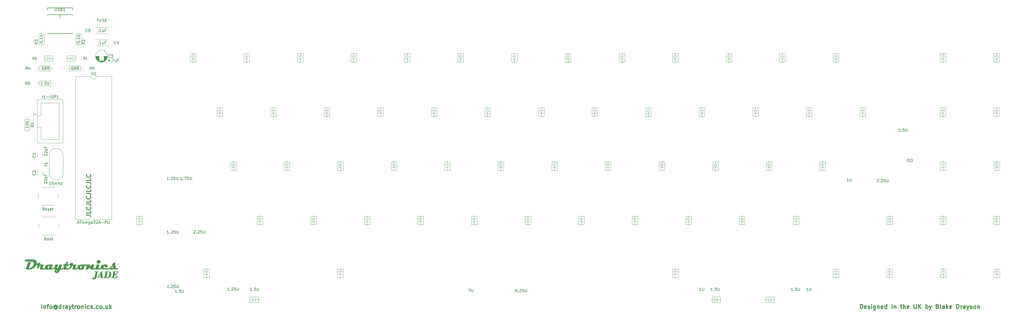
<source format=gto>
G04 #@! TF.GenerationSoftware,KiCad,Pcbnew,(5.1.9-0-10_14)*
G04 #@! TF.CreationDate,2021-01-15T16:46:18+00:00*
G04 #@! TF.ProjectId,Draytronics Jade,44726179-7472-46f6-9e69-6373204a6164,rev?*
G04 #@! TF.SameCoordinates,Original*
G04 #@! TF.FileFunction,Legend,Top*
G04 #@! TF.FilePolarity,Positive*
%FSLAX46Y46*%
G04 Gerber Fmt 4.6, Leading zero omitted, Abs format (unit mm)*
G04 Created by KiCad (PCBNEW (5.1.9-0-10_14)) date 2021-01-15 16:46:18*
%MOMM*%
%LPD*%
G01*
G04 APERTURE LIST*
%ADD10C,0.300000*%
%ADD11C,0.010000*%
%ADD12C,0.120000*%
%ADD13C,0.150000*%
G04 APERTURE END LIST*
D10*
X51312071Y-91828071D02*
X52383500Y-91828071D01*
X52597785Y-91899500D01*
X52740642Y-92042357D01*
X52812071Y-92256642D01*
X52812071Y-92399500D01*
X52812071Y-90399500D02*
X52812071Y-91113785D01*
X51312071Y-91113785D01*
X52669214Y-89042357D02*
X52740642Y-89113785D01*
X52812071Y-89328071D01*
X52812071Y-89470928D01*
X52740642Y-89685214D01*
X52597785Y-89828071D01*
X52454928Y-89899500D01*
X52169214Y-89970928D01*
X51954928Y-89970928D01*
X51669214Y-89899500D01*
X51526357Y-89828071D01*
X51383500Y-89685214D01*
X51312071Y-89470928D01*
X51312071Y-89328071D01*
X51383500Y-89113785D01*
X51454928Y-89042357D01*
X51312071Y-87970928D02*
X52383500Y-87970928D01*
X52597785Y-88042357D01*
X52740642Y-88185214D01*
X52812071Y-88399500D01*
X52812071Y-88542357D01*
X52812071Y-86542357D02*
X52812071Y-87256642D01*
X51312071Y-87256642D01*
X52669214Y-85185214D02*
X52740642Y-85256642D01*
X52812071Y-85470928D01*
X52812071Y-85613785D01*
X52740642Y-85828071D01*
X52597785Y-85970928D01*
X52454928Y-86042357D01*
X52169214Y-86113785D01*
X51954928Y-86113785D01*
X51669214Y-86042357D01*
X51526357Y-85970928D01*
X51383500Y-85828071D01*
X51312071Y-85613785D01*
X51312071Y-85470928D01*
X51383500Y-85256642D01*
X51454928Y-85185214D01*
X51312071Y-84113785D02*
X52383500Y-84113785D01*
X52597785Y-84185214D01*
X52740642Y-84328071D01*
X52812071Y-84542357D01*
X52812071Y-84685214D01*
X52812071Y-82685214D02*
X52812071Y-83399500D01*
X51312071Y-83399500D01*
X52669214Y-81328071D02*
X52740642Y-81399500D01*
X52812071Y-81613785D01*
X52812071Y-81756642D01*
X52740642Y-81970928D01*
X52597785Y-82113785D01*
X52454928Y-82185214D01*
X52169214Y-82256642D01*
X51954928Y-82256642D01*
X51669214Y-82185214D01*
X51526357Y-82113785D01*
X51383500Y-81970928D01*
X51312071Y-81756642D01*
X51312071Y-81613785D01*
X51383500Y-81399500D01*
X51454928Y-81328071D01*
X51312071Y-80256642D02*
X52383500Y-80256642D01*
X52597785Y-80328071D01*
X52740642Y-80470928D01*
X52812071Y-80685214D01*
X52812071Y-80828071D01*
X52812071Y-78828071D02*
X52812071Y-79542357D01*
X51312071Y-79542357D01*
X52669214Y-77470928D02*
X52740642Y-77542357D01*
X52812071Y-77756642D01*
X52812071Y-77899500D01*
X52740642Y-78113785D01*
X52597785Y-78256642D01*
X52454928Y-78328071D01*
X52169214Y-78399500D01*
X51954928Y-78399500D01*
X51669214Y-78328071D01*
X51526357Y-78256642D01*
X51383500Y-78113785D01*
X51312071Y-77899500D01*
X51312071Y-77756642D01*
X51383500Y-77542357D01*
X51454928Y-77470928D01*
X326483928Y-125138571D02*
X326483928Y-123638571D01*
X326841071Y-123638571D01*
X327055357Y-123710000D01*
X327198214Y-123852857D01*
X327269642Y-123995714D01*
X327341071Y-124281428D01*
X327341071Y-124495714D01*
X327269642Y-124781428D01*
X327198214Y-124924285D01*
X327055357Y-125067142D01*
X326841071Y-125138571D01*
X326483928Y-125138571D01*
X328555357Y-125067142D02*
X328412500Y-125138571D01*
X328126785Y-125138571D01*
X327983928Y-125067142D01*
X327912500Y-124924285D01*
X327912500Y-124352857D01*
X327983928Y-124210000D01*
X328126785Y-124138571D01*
X328412500Y-124138571D01*
X328555357Y-124210000D01*
X328626785Y-124352857D01*
X328626785Y-124495714D01*
X327912500Y-124638571D01*
X329198214Y-125067142D02*
X329341071Y-125138571D01*
X329626785Y-125138571D01*
X329769642Y-125067142D01*
X329841071Y-124924285D01*
X329841071Y-124852857D01*
X329769642Y-124710000D01*
X329626785Y-124638571D01*
X329412500Y-124638571D01*
X329269642Y-124567142D01*
X329198214Y-124424285D01*
X329198214Y-124352857D01*
X329269642Y-124210000D01*
X329412500Y-124138571D01*
X329626785Y-124138571D01*
X329769642Y-124210000D01*
X330483928Y-125138571D02*
X330483928Y-124138571D01*
X330483928Y-123638571D02*
X330412500Y-123710000D01*
X330483928Y-123781428D01*
X330555357Y-123710000D01*
X330483928Y-123638571D01*
X330483928Y-123781428D01*
X331841071Y-124138571D02*
X331841071Y-125352857D01*
X331769642Y-125495714D01*
X331698214Y-125567142D01*
X331555357Y-125638571D01*
X331341071Y-125638571D01*
X331198214Y-125567142D01*
X331841071Y-125067142D02*
X331698214Y-125138571D01*
X331412500Y-125138571D01*
X331269642Y-125067142D01*
X331198214Y-124995714D01*
X331126785Y-124852857D01*
X331126785Y-124424285D01*
X331198214Y-124281428D01*
X331269642Y-124210000D01*
X331412500Y-124138571D01*
X331698214Y-124138571D01*
X331841071Y-124210000D01*
X332555357Y-124138571D02*
X332555357Y-125138571D01*
X332555357Y-124281428D02*
X332626785Y-124210000D01*
X332769642Y-124138571D01*
X332983928Y-124138571D01*
X333126785Y-124210000D01*
X333198214Y-124352857D01*
X333198214Y-125138571D01*
X334483928Y-125067142D02*
X334341071Y-125138571D01*
X334055357Y-125138571D01*
X333912500Y-125067142D01*
X333841071Y-124924285D01*
X333841071Y-124352857D01*
X333912500Y-124210000D01*
X334055357Y-124138571D01*
X334341071Y-124138571D01*
X334483928Y-124210000D01*
X334555357Y-124352857D01*
X334555357Y-124495714D01*
X333841071Y-124638571D01*
X335841071Y-125138571D02*
X335841071Y-123638571D01*
X335841071Y-125067142D02*
X335698214Y-125138571D01*
X335412500Y-125138571D01*
X335269642Y-125067142D01*
X335198214Y-124995714D01*
X335126785Y-124852857D01*
X335126785Y-124424285D01*
X335198214Y-124281428D01*
X335269642Y-124210000D01*
X335412500Y-124138571D01*
X335698214Y-124138571D01*
X335841071Y-124210000D01*
X337698214Y-125138571D02*
X337698214Y-124138571D01*
X337698214Y-123638571D02*
X337626785Y-123710000D01*
X337698214Y-123781428D01*
X337769642Y-123710000D01*
X337698214Y-123638571D01*
X337698214Y-123781428D01*
X338412500Y-124138571D02*
X338412500Y-125138571D01*
X338412500Y-124281428D02*
X338483928Y-124210000D01*
X338626785Y-124138571D01*
X338841071Y-124138571D01*
X338983928Y-124210000D01*
X339055357Y-124352857D01*
X339055357Y-125138571D01*
X340698214Y-124138571D02*
X341269642Y-124138571D01*
X340912500Y-123638571D02*
X340912500Y-124924285D01*
X340983928Y-125067142D01*
X341126785Y-125138571D01*
X341269642Y-125138571D01*
X341769642Y-125138571D02*
X341769642Y-123638571D01*
X342412500Y-125138571D02*
X342412500Y-124352857D01*
X342341071Y-124210000D01*
X342198214Y-124138571D01*
X341983928Y-124138571D01*
X341841071Y-124210000D01*
X341769642Y-124281428D01*
X343698214Y-125067142D02*
X343555357Y-125138571D01*
X343269642Y-125138571D01*
X343126785Y-125067142D01*
X343055357Y-124924285D01*
X343055357Y-124352857D01*
X343126785Y-124210000D01*
X343269642Y-124138571D01*
X343555357Y-124138571D01*
X343698214Y-124210000D01*
X343769642Y-124352857D01*
X343769642Y-124495714D01*
X343055357Y-124638571D01*
X345555357Y-123638571D02*
X345555357Y-124852857D01*
X345626785Y-124995714D01*
X345698214Y-125067142D01*
X345841071Y-125138571D01*
X346126785Y-125138571D01*
X346269642Y-125067142D01*
X346341071Y-124995714D01*
X346412500Y-124852857D01*
X346412500Y-123638571D01*
X347126785Y-125138571D02*
X347126785Y-123638571D01*
X347983928Y-125138571D02*
X347341071Y-124281428D01*
X347983928Y-123638571D02*
X347126785Y-124495714D01*
X349769642Y-125138571D02*
X349769642Y-123638571D01*
X349769642Y-124210000D02*
X349912500Y-124138571D01*
X350198214Y-124138571D01*
X350341071Y-124210000D01*
X350412500Y-124281428D01*
X350483928Y-124424285D01*
X350483928Y-124852857D01*
X350412500Y-124995714D01*
X350341071Y-125067142D01*
X350198214Y-125138571D01*
X349912500Y-125138571D01*
X349769642Y-125067142D01*
X350983928Y-124138571D02*
X351341071Y-125138571D01*
X351698214Y-124138571D02*
X351341071Y-125138571D01*
X351198214Y-125495714D01*
X351126785Y-125567142D01*
X350983928Y-125638571D01*
X353912500Y-124352857D02*
X354126785Y-124424285D01*
X354198214Y-124495714D01*
X354269642Y-124638571D01*
X354269642Y-124852857D01*
X354198214Y-124995714D01*
X354126785Y-125067142D01*
X353983928Y-125138571D01*
X353412500Y-125138571D01*
X353412500Y-123638571D01*
X353912500Y-123638571D01*
X354055357Y-123710000D01*
X354126785Y-123781428D01*
X354198214Y-123924285D01*
X354198214Y-124067142D01*
X354126785Y-124210000D01*
X354055357Y-124281428D01*
X353912500Y-124352857D01*
X353412500Y-124352857D01*
X355126785Y-125138571D02*
X354983928Y-125067142D01*
X354912500Y-124924285D01*
X354912500Y-123638571D01*
X356341071Y-125138571D02*
X356341071Y-124352857D01*
X356269642Y-124210000D01*
X356126785Y-124138571D01*
X355841071Y-124138571D01*
X355698214Y-124210000D01*
X356341071Y-125067142D02*
X356198214Y-125138571D01*
X355841071Y-125138571D01*
X355698214Y-125067142D01*
X355626785Y-124924285D01*
X355626785Y-124781428D01*
X355698214Y-124638571D01*
X355841071Y-124567142D01*
X356198214Y-124567142D01*
X356341071Y-124495714D01*
X357055357Y-125138571D02*
X357055357Y-123638571D01*
X357198214Y-124567142D02*
X357626785Y-125138571D01*
X357626785Y-124138571D02*
X357055357Y-124710000D01*
X358841071Y-125067142D02*
X358698214Y-125138571D01*
X358412500Y-125138571D01*
X358269642Y-125067142D01*
X358198214Y-124924285D01*
X358198214Y-124352857D01*
X358269642Y-124210000D01*
X358412500Y-124138571D01*
X358698214Y-124138571D01*
X358841071Y-124210000D01*
X358912500Y-124352857D01*
X358912500Y-124495714D01*
X358198214Y-124638571D01*
X360698214Y-125138571D02*
X360698214Y-123638571D01*
X361055357Y-123638571D01*
X361269642Y-123710000D01*
X361412500Y-123852857D01*
X361483928Y-123995714D01*
X361555357Y-124281428D01*
X361555357Y-124495714D01*
X361483928Y-124781428D01*
X361412500Y-124924285D01*
X361269642Y-125067142D01*
X361055357Y-125138571D01*
X360698214Y-125138571D01*
X362198214Y-125138571D02*
X362198214Y-124138571D01*
X362198214Y-124424285D02*
X362269642Y-124281428D01*
X362341071Y-124210000D01*
X362483928Y-124138571D01*
X362626785Y-124138571D01*
X363769642Y-125138571D02*
X363769642Y-124352857D01*
X363698214Y-124210000D01*
X363555357Y-124138571D01*
X363269642Y-124138571D01*
X363126785Y-124210000D01*
X363769642Y-125067142D02*
X363626785Y-125138571D01*
X363269642Y-125138571D01*
X363126785Y-125067142D01*
X363055357Y-124924285D01*
X363055357Y-124781428D01*
X363126785Y-124638571D01*
X363269642Y-124567142D01*
X363626785Y-124567142D01*
X363769642Y-124495714D01*
X364341071Y-124138571D02*
X364698214Y-125138571D01*
X365055357Y-124138571D02*
X364698214Y-125138571D01*
X364555357Y-125495714D01*
X364483928Y-125567142D01*
X364341071Y-125638571D01*
X365555357Y-125067142D02*
X365698214Y-125138571D01*
X365983928Y-125138571D01*
X366126785Y-125067142D01*
X366198214Y-124924285D01*
X366198214Y-124852857D01*
X366126785Y-124710000D01*
X365983928Y-124638571D01*
X365769642Y-124638571D01*
X365626785Y-124567142D01*
X365555357Y-124424285D01*
X365555357Y-124352857D01*
X365626785Y-124210000D01*
X365769642Y-124138571D01*
X365983928Y-124138571D01*
X366126785Y-124210000D01*
X367055357Y-125138571D02*
X366912500Y-125067142D01*
X366841071Y-124995714D01*
X366769642Y-124852857D01*
X366769642Y-124424285D01*
X366841071Y-124281428D01*
X366912500Y-124210000D01*
X367055357Y-124138571D01*
X367269642Y-124138571D01*
X367412500Y-124210000D01*
X367483928Y-124281428D01*
X367555357Y-124424285D01*
X367555357Y-124852857D01*
X367483928Y-124995714D01*
X367412500Y-125067142D01*
X367269642Y-125138571D01*
X367055357Y-125138571D01*
X368198214Y-124138571D02*
X368198214Y-125138571D01*
X368198214Y-124281428D02*
X368269642Y-124210000D01*
X368412500Y-124138571D01*
X368626785Y-124138571D01*
X368769642Y-124210000D01*
X368841071Y-124352857D01*
X368841071Y-125138571D01*
X35430571Y-125138571D02*
X35430571Y-124138571D01*
X35430571Y-123638571D02*
X35359142Y-123710000D01*
X35430571Y-123781428D01*
X35501999Y-123710000D01*
X35430571Y-123638571D01*
X35430571Y-123781428D01*
X36144857Y-124138571D02*
X36144857Y-125138571D01*
X36144857Y-124281428D02*
X36216285Y-124210000D01*
X36359142Y-124138571D01*
X36573428Y-124138571D01*
X36716285Y-124210000D01*
X36787714Y-124352857D01*
X36787714Y-125138571D01*
X37287714Y-124138571D02*
X37859142Y-124138571D01*
X37501999Y-125138571D02*
X37501999Y-123852857D01*
X37573428Y-123710000D01*
X37716285Y-123638571D01*
X37859142Y-123638571D01*
X38573428Y-125138571D02*
X38430571Y-125067142D01*
X38359142Y-124995714D01*
X38287714Y-124852857D01*
X38287714Y-124424285D01*
X38359142Y-124281428D01*
X38430571Y-124210000D01*
X38573428Y-124138571D01*
X38787714Y-124138571D01*
X38930571Y-124210000D01*
X39001999Y-124281428D01*
X39073428Y-124424285D01*
X39073428Y-124852857D01*
X39001999Y-124995714D01*
X38930571Y-125067142D01*
X38787714Y-125138571D01*
X38573428Y-125138571D01*
X40644857Y-124424285D02*
X40573428Y-124352857D01*
X40430571Y-124281428D01*
X40287714Y-124281428D01*
X40144857Y-124352857D01*
X40073428Y-124424285D01*
X40001999Y-124567142D01*
X40001999Y-124710000D01*
X40073428Y-124852857D01*
X40144857Y-124924285D01*
X40287714Y-124995714D01*
X40430571Y-124995714D01*
X40573428Y-124924285D01*
X40644857Y-124852857D01*
X40644857Y-124281428D02*
X40644857Y-124852857D01*
X40716285Y-124924285D01*
X40787714Y-124924285D01*
X40930571Y-124852857D01*
X41001999Y-124710000D01*
X41001999Y-124352857D01*
X40859142Y-124138571D01*
X40644857Y-123995714D01*
X40359142Y-123924285D01*
X40073428Y-123995714D01*
X39859142Y-124138571D01*
X39716285Y-124352857D01*
X39644857Y-124638571D01*
X39716285Y-124924285D01*
X39859142Y-125138571D01*
X40073428Y-125281428D01*
X40359142Y-125352857D01*
X40644857Y-125281428D01*
X40859142Y-125138571D01*
X42287714Y-125138571D02*
X42287714Y-123638571D01*
X42287714Y-125067142D02*
X42144857Y-125138571D01*
X41859142Y-125138571D01*
X41716285Y-125067142D01*
X41644857Y-124995714D01*
X41573428Y-124852857D01*
X41573428Y-124424285D01*
X41644857Y-124281428D01*
X41716285Y-124210000D01*
X41859142Y-124138571D01*
X42144857Y-124138571D01*
X42287714Y-124210000D01*
X43001999Y-125138571D02*
X43001999Y-124138571D01*
X43001999Y-124424285D02*
X43073428Y-124281428D01*
X43144857Y-124210000D01*
X43287714Y-124138571D01*
X43430571Y-124138571D01*
X44573428Y-125138571D02*
X44573428Y-124352857D01*
X44502000Y-124210000D01*
X44359142Y-124138571D01*
X44073428Y-124138571D01*
X43930571Y-124210000D01*
X44573428Y-125067142D02*
X44430571Y-125138571D01*
X44073428Y-125138571D01*
X43930571Y-125067142D01*
X43859142Y-124924285D01*
X43859142Y-124781428D01*
X43930571Y-124638571D01*
X44073428Y-124567142D01*
X44430571Y-124567142D01*
X44573428Y-124495714D01*
X45144857Y-124138571D02*
X45501999Y-125138571D01*
X45859142Y-124138571D02*
X45501999Y-125138571D01*
X45359142Y-125495714D01*
X45287714Y-125567142D01*
X45144857Y-125638571D01*
X46216285Y-124138571D02*
X46787714Y-124138571D01*
X46430571Y-123638571D02*
X46430571Y-124924285D01*
X46502000Y-125067142D01*
X46644857Y-125138571D01*
X46787714Y-125138571D01*
X47287714Y-125138571D02*
X47287714Y-124138571D01*
X47287714Y-124424285D02*
X47359142Y-124281428D01*
X47430571Y-124210000D01*
X47573428Y-124138571D01*
X47716285Y-124138571D01*
X48430571Y-125138571D02*
X48287714Y-125067142D01*
X48216285Y-124995714D01*
X48144857Y-124852857D01*
X48144857Y-124424285D01*
X48216285Y-124281428D01*
X48287714Y-124210000D01*
X48430571Y-124138571D01*
X48644857Y-124138571D01*
X48787714Y-124210000D01*
X48859142Y-124281428D01*
X48930571Y-124424285D01*
X48930571Y-124852857D01*
X48859142Y-124995714D01*
X48787714Y-125067142D01*
X48644857Y-125138571D01*
X48430571Y-125138571D01*
X49573428Y-124138571D02*
X49573428Y-125138571D01*
X49573428Y-124281428D02*
X49644857Y-124210000D01*
X49787714Y-124138571D01*
X50001999Y-124138571D01*
X50144857Y-124210000D01*
X50216285Y-124352857D01*
X50216285Y-125138571D01*
X50930571Y-125138571D02*
X50930571Y-124138571D01*
X50930571Y-123638571D02*
X50859142Y-123710000D01*
X50930571Y-123781428D01*
X51001999Y-123710000D01*
X50930571Y-123638571D01*
X50930571Y-123781428D01*
X52287714Y-125067142D02*
X52144857Y-125138571D01*
X51859142Y-125138571D01*
X51716285Y-125067142D01*
X51644857Y-124995714D01*
X51573428Y-124852857D01*
X51573428Y-124424285D01*
X51644857Y-124281428D01*
X51716285Y-124210000D01*
X51859142Y-124138571D01*
X52144857Y-124138571D01*
X52287714Y-124210000D01*
X52859142Y-125067142D02*
X53002000Y-125138571D01*
X53287714Y-125138571D01*
X53430571Y-125067142D01*
X53502000Y-124924285D01*
X53502000Y-124852857D01*
X53430571Y-124710000D01*
X53287714Y-124638571D01*
X53073428Y-124638571D01*
X52930571Y-124567142D01*
X52859142Y-124424285D01*
X52859142Y-124352857D01*
X52930571Y-124210000D01*
X53073428Y-124138571D01*
X53287714Y-124138571D01*
X53430571Y-124210000D01*
X54144857Y-124995714D02*
X54216285Y-125067142D01*
X54144857Y-125138571D01*
X54073428Y-125067142D01*
X54144857Y-124995714D01*
X54144857Y-125138571D01*
X55501999Y-125067142D02*
X55359142Y-125138571D01*
X55073428Y-125138571D01*
X54930571Y-125067142D01*
X54859142Y-124995714D01*
X54787714Y-124852857D01*
X54787714Y-124424285D01*
X54859142Y-124281428D01*
X54930571Y-124210000D01*
X55073428Y-124138571D01*
X55359142Y-124138571D01*
X55501999Y-124210000D01*
X56359142Y-125138571D02*
X56216285Y-125067142D01*
X56144857Y-124995714D01*
X56073428Y-124852857D01*
X56073428Y-124424285D01*
X56144857Y-124281428D01*
X56216285Y-124210000D01*
X56359142Y-124138571D01*
X56573428Y-124138571D01*
X56716285Y-124210000D01*
X56787714Y-124281428D01*
X56859142Y-124424285D01*
X56859142Y-124852857D01*
X56787714Y-124995714D01*
X56716285Y-125067142D01*
X56573428Y-125138571D01*
X56359142Y-125138571D01*
X57502000Y-124995714D02*
X57573428Y-125067142D01*
X57502000Y-125138571D01*
X57430571Y-125067142D01*
X57502000Y-124995714D01*
X57502000Y-125138571D01*
X58859142Y-124138571D02*
X58859142Y-125138571D01*
X58216285Y-124138571D02*
X58216285Y-124924285D01*
X58287714Y-125067142D01*
X58430571Y-125138571D01*
X58644857Y-125138571D01*
X58787714Y-125067142D01*
X58859142Y-124995714D01*
X59573428Y-125138571D02*
X59573428Y-123638571D01*
X59716285Y-124567142D02*
X60144857Y-125138571D01*
X60144857Y-124138571D02*
X59573428Y-124710000D01*
D11*
G36*
X55247359Y-111862398D02*
G01*
X55295882Y-111862499D01*
X55338057Y-111862657D01*
X55374239Y-111862873D01*
X55404779Y-111863150D01*
X55430032Y-111863492D01*
X55450350Y-111863899D01*
X55466087Y-111864375D01*
X55477596Y-111864922D01*
X55485230Y-111865543D01*
X55489343Y-111866241D01*
X55490335Y-111866877D01*
X55489446Y-111872979D01*
X55487186Y-111885453D01*
X55483915Y-111902383D01*
X55480627Y-111918750D01*
X55471117Y-111965317D01*
X55341391Y-111966436D01*
X55304681Y-111966785D01*
X55275550Y-111967166D01*
X55253110Y-111967636D01*
X55236473Y-111968252D01*
X55224752Y-111969070D01*
X55217057Y-111970149D01*
X55212501Y-111971545D01*
X55210198Y-111973314D01*
X55209418Y-111974903D01*
X55208339Y-111979673D01*
X55205578Y-111992354D01*
X55201214Y-112012574D01*
X55195326Y-112039964D01*
X55187994Y-112074153D01*
X55179296Y-112114770D01*
X55169311Y-112161443D01*
X55158120Y-112213803D01*
X55145800Y-112271479D01*
X55132432Y-112334099D01*
X55118094Y-112401294D01*
X55102865Y-112472692D01*
X55086825Y-112547924D01*
X55070053Y-112626617D01*
X55052628Y-112708401D01*
X55034630Y-112792907D01*
X55016137Y-112879762D01*
X55005973Y-112927509D01*
X54987107Y-113016102D01*
X54968610Y-113102879D01*
X54950567Y-113187447D01*
X54933063Y-113269414D01*
X54916181Y-113348385D01*
X54900006Y-113423969D01*
X54884622Y-113495772D01*
X54870115Y-113563401D01*
X54856568Y-113626463D01*
X54844066Y-113684565D01*
X54832694Y-113737314D01*
X54822535Y-113784317D01*
X54813675Y-113825181D01*
X54806198Y-113859513D01*
X54800187Y-113886919D01*
X54795729Y-113907007D01*
X54792907Y-113919384D01*
X54792191Y-113922342D01*
X54764584Y-114016718D01*
X54731007Y-114106129D01*
X54691649Y-114190262D01*
X54646700Y-114268801D01*
X54596350Y-114341432D01*
X54540790Y-114407841D01*
X54480207Y-114467713D01*
X54444900Y-114497675D01*
X54376232Y-114547485D01*
X54303894Y-114589695D01*
X54228070Y-114624243D01*
X54148945Y-114651067D01*
X54066704Y-114670105D01*
X53981530Y-114681295D01*
X53893610Y-114684574D01*
X53888540Y-114684522D01*
X53866021Y-114684138D01*
X53845017Y-114683609D01*
X53827802Y-114683005D01*
X53816651Y-114682393D01*
X53816250Y-114682359D01*
X53749716Y-114673538D01*
X53687521Y-114659006D01*
X53630073Y-114639040D01*
X53577784Y-114613912D01*
X53531062Y-114583899D01*
X53490318Y-114549275D01*
X53455962Y-114510315D01*
X53428403Y-114467293D01*
X53408053Y-114420484D01*
X53403407Y-114405718D01*
X53396864Y-114375260D01*
X53392824Y-114339790D01*
X53391411Y-114302422D01*
X53392753Y-114266269D01*
X53396576Y-114236500D01*
X53408856Y-114192616D01*
X53428029Y-114153291D01*
X53453585Y-114119050D01*
X53485011Y-114090420D01*
X53521798Y-114067926D01*
X53563433Y-114052092D01*
X53579968Y-114048026D01*
X53604263Y-114044369D01*
X53632865Y-114042379D01*
X53662980Y-114042047D01*
X53691810Y-114043366D01*
X53716559Y-114046326D01*
X53726739Y-114048473D01*
X53766248Y-114062911D01*
X53801937Y-114084507D01*
X53833045Y-114112526D01*
X53858815Y-114146231D01*
X53878488Y-114184888D01*
X53884419Y-114201378D01*
X53888314Y-114218658D01*
X53891255Y-114241650D01*
X53893133Y-114267717D01*
X53893837Y-114294223D01*
X53893256Y-114318530D01*
X53891281Y-114338002D01*
X53890326Y-114342827D01*
X53877382Y-114381593D01*
X53856389Y-114421796D01*
X53837308Y-114450283D01*
X53818735Y-114476040D01*
X53804905Y-114496091D01*
X53795493Y-114511513D01*
X53790172Y-114523381D01*
X53788617Y-114532773D01*
X53790503Y-114540764D01*
X53795504Y-114548432D01*
X53803294Y-114556852D01*
X53804659Y-114558222D01*
X53817510Y-114569020D01*
X53831699Y-114575739D01*
X53845846Y-114579393D01*
X53881471Y-114582630D01*
X53916574Y-114577851D01*
X53950359Y-114565499D01*
X53982026Y-114546021D01*
X54010777Y-114519862D01*
X54035814Y-114487466D01*
X54047939Y-114466719D01*
X54062048Y-114436783D01*
X54076903Y-114399539D01*
X54092152Y-114356073D01*
X54107446Y-114307473D01*
X54122433Y-114254824D01*
X54136763Y-114199215D01*
X54144006Y-114168767D01*
X54147020Y-114155362D01*
X54151580Y-114134573D01*
X54157599Y-114106815D01*
X54164989Y-114072502D01*
X54173663Y-114032052D01*
X54183533Y-113985879D01*
X54194511Y-113934399D01*
X54206510Y-113878026D01*
X54219443Y-113817178D01*
X54233221Y-113752268D01*
X54247757Y-113683713D01*
X54262965Y-113611928D01*
X54278755Y-113537329D01*
X54295041Y-113460331D01*
X54311735Y-113381349D01*
X54328749Y-113300799D01*
X54345996Y-113219096D01*
X54363389Y-113136656D01*
X54380839Y-113053895D01*
X54398260Y-112971227D01*
X54415563Y-112889069D01*
X54432662Y-112807835D01*
X54449467Y-112727941D01*
X54465893Y-112649803D01*
X54481852Y-112573837D01*
X54497255Y-112500457D01*
X54512015Y-112430078D01*
X54526045Y-112363118D01*
X54539258Y-112299990D01*
X54551565Y-112241111D01*
X54562879Y-112186896D01*
X54573112Y-112137760D01*
X54582178Y-112094119D01*
X54589988Y-112056389D01*
X54596455Y-112024984D01*
X54601491Y-112000320D01*
X54605008Y-111982814D01*
X54606920Y-111972879D01*
X54607255Y-111970650D01*
X54602718Y-111969929D01*
X54590651Y-111969265D01*
X54571987Y-111968676D01*
X54547663Y-111968179D01*
X54518614Y-111967795D01*
X54485775Y-111967541D01*
X54450082Y-111967435D01*
X54444650Y-111967434D01*
X54408727Y-111967353D01*
X54375616Y-111967123D01*
X54346235Y-111966762D01*
X54321503Y-111966289D01*
X54302338Y-111965721D01*
X54289657Y-111965076D01*
X54284380Y-111964374D01*
X54284284Y-111964259D01*
X54285162Y-111959075D01*
X54287362Y-111947357D01*
X54290546Y-111930870D01*
X54294176Y-111912400D01*
X54303816Y-111863717D01*
X54897175Y-111862644D01*
X54982732Y-111862502D01*
X55060176Y-111862405D01*
X55129860Y-111862353D01*
X55192136Y-111862350D01*
X55247359Y-111862398D01*
G37*
X55247359Y-111862398D02*
X55295882Y-111862499D01*
X55338057Y-111862657D01*
X55374239Y-111862873D01*
X55404779Y-111863150D01*
X55430032Y-111863492D01*
X55450350Y-111863899D01*
X55466087Y-111864375D01*
X55477596Y-111864922D01*
X55485230Y-111865543D01*
X55489343Y-111866241D01*
X55490335Y-111866877D01*
X55489446Y-111872979D01*
X55487186Y-111885453D01*
X55483915Y-111902383D01*
X55480627Y-111918750D01*
X55471117Y-111965317D01*
X55341391Y-111966436D01*
X55304681Y-111966785D01*
X55275550Y-111967166D01*
X55253110Y-111967636D01*
X55236473Y-111968252D01*
X55224752Y-111969070D01*
X55217057Y-111970149D01*
X55212501Y-111971545D01*
X55210198Y-111973314D01*
X55209418Y-111974903D01*
X55208339Y-111979673D01*
X55205578Y-111992354D01*
X55201214Y-112012574D01*
X55195326Y-112039964D01*
X55187994Y-112074153D01*
X55179296Y-112114770D01*
X55169311Y-112161443D01*
X55158120Y-112213803D01*
X55145800Y-112271479D01*
X55132432Y-112334099D01*
X55118094Y-112401294D01*
X55102865Y-112472692D01*
X55086825Y-112547924D01*
X55070053Y-112626617D01*
X55052628Y-112708401D01*
X55034630Y-112792907D01*
X55016137Y-112879762D01*
X55005973Y-112927509D01*
X54987107Y-113016102D01*
X54968610Y-113102879D01*
X54950567Y-113187447D01*
X54933063Y-113269414D01*
X54916181Y-113348385D01*
X54900006Y-113423969D01*
X54884622Y-113495772D01*
X54870115Y-113563401D01*
X54856568Y-113626463D01*
X54844066Y-113684565D01*
X54832694Y-113737314D01*
X54822535Y-113784317D01*
X54813675Y-113825181D01*
X54806198Y-113859513D01*
X54800187Y-113886919D01*
X54795729Y-113907007D01*
X54792907Y-113919384D01*
X54792191Y-113922342D01*
X54764584Y-114016718D01*
X54731007Y-114106129D01*
X54691649Y-114190262D01*
X54646700Y-114268801D01*
X54596350Y-114341432D01*
X54540790Y-114407841D01*
X54480207Y-114467713D01*
X54444900Y-114497675D01*
X54376232Y-114547485D01*
X54303894Y-114589695D01*
X54228070Y-114624243D01*
X54148945Y-114651067D01*
X54066704Y-114670105D01*
X53981530Y-114681295D01*
X53893610Y-114684574D01*
X53888540Y-114684522D01*
X53866021Y-114684138D01*
X53845017Y-114683609D01*
X53827802Y-114683005D01*
X53816651Y-114682393D01*
X53816250Y-114682359D01*
X53749716Y-114673538D01*
X53687521Y-114659006D01*
X53630073Y-114639040D01*
X53577784Y-114613912D01*
X53531062Y-114583899D01*
X53490318Y-114549275D01*
X53455962Y-114510315D01*
X53428403Y-114467293D01*
X53408053Y-114420484D01*
X53403407Y-114405718D01*
X53396864Y-114375260D01*
X53392824Y-114339790D01*
X53391411Y-114302422D01*
X53392753Y-114266269D01*
X53396576Y-114236500D01*
X53408856Y-114192616D01*
X53428029Y-114153291D01*
X53453585Y-114119050D01*
X53485011Y-114090420D01*
X53521798Y-114067926D01*
X53563433Y-114052092D01*
X53579968Y-114048026D01*
X53604263Y-114044369D01*
X53632865Y-114042379D01*
X53662980Y-114042047D01*
X53691810Y-114043366D01*
X53716559Y-114046326D01*
X53726739Y-114048473D01*
X53766248Y-114062911D01*
X53801937Y-114084507D01*
X53833045Y-114112526D01*
X53858815Y-114146231D01*
X53878488Y-114184888D01*
X53884419Y-114201378D01*
X53888314Y-114218658D01*
X53891255Y-114241650D01*
X53893133Y-114267717D01*
X53893837Y-114294223D01*
X53893256Y-114318530D01*
X53891281Y-114338002D01*
X53890326Y-114342827D01*
X53877382Y-114381593D01*
X53856389Y-114421796D01*
X53837308Y-114450283D01*
X53818735Y-114476040D01*
X53804905Y-114496091D01*
X53795493Y-114511513D01*
X53790172Y-114523381D01*
X53788617Y-114532773D01*
X53790503Y-114540764D01*
X53795504Y-114548432D01*
X53803294Y-114556852D01*
X53804659Y-114558222D01*
X53817510Y-114569020D01*
X53831699Y-114575739D01*
X53845846Y-114579393D01*
X53881471Y-114582630D01*
X53916574Y-114577851D01*
X53950359Y-114565499D01*
X53982026Y-114546021D01*
X54010777Y-114519862D01*
X54035814Y-114487466D01*
X54047939Y-114466719D01*
X54062048Y-114436783D01*
X54076903Y-114399539D01*
X54092152Y-114356073D01*
X54107446Y-114307473D01*
X54122433Y-114254824D01*
X54136763Y-114199215D01*
X54144006Y-114168767D01*
X54147020Y-114155362D01*
X54151580Y-114134573D01*
X54157599Y-114106815D01*
X54164989Y-114072502D01*
X54173663Y-114032052D01*
X54183533Y-113985879D01*
X54194511Y-113934399D01*
X54206510Y-113878026D01*
X54219443Y-113817178D01*
X54233221Y-113752268D01*
X54247757Y-113683713D01*
X54262965Y-113611928D01*
X54278755Y-113537329D01*
X54295041Y-113460331D01*
X54311735Y-113381349D01*
X54328749Y-113300799D01*
X54345996Y-113219096D01*
X54363389Y-113136656D01*
X54380839Y-113053895D01*
X54398260Y-112971227D01*
X54415563Y-112889069D01*
X54432662Y-112807835D01*
X54449467Y-112727941D01*
X54465893Y-112649803D01*
X54481852Y-112573837D01*
X54497255Y-112500457D01*
X54512015Y-112430078D01*
X54526045Y-112363118D01*
X54539258Y-112299990D01*
X54551565Y-112241111D01*
X54562879Y-112186896D01*
X54573112Y-112137760D01*
X54582178Y-112094119D01*
X54589988Y-112056389D01*
X54596455Y-112024984D01*
X54601491Y-112000320D01*
X54605008Y-111982814D01*
X54606920Y-111972879D01*
X54607255Y-111970650D01*
X54602718Y-111969929D01*
X54590651Y-111969265D01*
X54571987Y-111968676D01*
X54547663Y-111968179D01*
X54518614Y-111967795D01*
X54485775Y-111967541D01*
X54450082Y-111967435D01*
X54444650Y-111967434D01*
X54408727Y-111967353D01*
X54375616Y-111967123D01*
X54346235Y-111966762D01*
X54321503Y-111966289D01*
X54302338Y-111965721D01*
X54289657Y-111965076D01*
X54284380Y-111964374D01*
X54284284Y-111964259D01*
X54285162Y-111959075D01*
X54287362Y-111947357D01*
X54290546Y-111930870D01*
X54294176Y-111912400D01*
X54303816Y-111863717D01*
X54897175Y-111862644D01*
X54982732Y-111862502D01*
X55060176Y-111862405D01*
X55129860Y-111862353D01*
X55192136Y-111862350D01*
X55247359Y-111862398D01*
G36*
X56758976Y-111815781D02*
G01*
X56774376Y-111816091D01*
X56783726Y-111816646D01*
X56785933Y-111817198D01*
X56786321Y-111821560D01*
X56787462Y-111834008D01*
X56789325Y-111854197D01*
X56791878Y-111881781D01*
X56795089Y-111916417D01*
X56798925Y-111957759D01*
X56803355Y-112005463D01*
X56808347Y-112059184D01*
X56813867Y-112118577D01*
X56819886Y-112183297D01*
X56826369Y-112253000D01*
X56833286Y-112327341D01*
X56840604Y-112405976D01*
X56848291Y-112488559D01*
X56856316Y-112574746D01*
X56864645Y-112664192D01*
X56873248Y-112756552D01*
X56882091Y-112851481D01*
X56891143Y-112948636D01*
X56891766Y-112955326D01*
X56900834Y-113052653D01*
X56909695Y-113147797D01*
X56918317Y-113240410D01*
X56926668Y-113330149D01*
X56934715Y-113416665D01*
X56942428Y-113499615D01*
X56949773Y-113578652D01*
X56956720Y-113653430D01*
X56963234Y-113723603D01*
X56969286Y-113788826D01*
X56974841Y-113848753D01*
X56979870Y-113903038D01*
X56984338Y-113951336D01*
X56988215Y-113993300D01*
X56991467Y-114028584D01*
X56994064Y-114056844D01*
X56995973Y-114077733D01*
X56997162Y-114090905D01*
X56997598Y-114096015D01*
X56997600Y-114096059D01*
X56999899Y-114097528D01*
X57007190Y-114098708D01*
X57020066Y-114099620D01*
X57039120Y-114100287D01*
X57064943Y-114100730D01*
X57098129Y-114100971D01*
X57133066Y-114101034D01*
X57268533Y-114101034D01*
X57268533Y-114215333D01*
X56155166Y-114215333D01*
X56155166Y-114101034D01*
X56417633Y-114101034D01*
X56417633Y-114088143D01*
X56417278Y-114081555D01*
X56416262Y-114067443D01*
X56414664Y-114046720D01*
X56412561Y-114020294D01*
X56410029Y-113989079D01*
X56407145Y-113953985D01*
X56403987Y-113915923D01*
X56400632Y-113875803D01*
X56397157Y-113834538D01*
X56393638Y-113793039D01*
X56390153Y-113752216D01*
X56386780Y-113712980D01*
X56383594Y-113676243D01*
X56380673Y-113642916D01*
X56378095Y-113613909D01*
X56375936Y-113590135D01*
X56374273Y-113572503D01*
X56373184Y-113561926D01*
X56372975Y-113560225D01*
X56370548Y-113542234D01*
X55740876Y-113542234D01*
X55732701Y-113553875D01*
X55728598Y-113560188D01*
X55720599Y-113572917D01*
X55709194Y-113591262D01*
X55694874Y-113614420D01*
X55678129Y-113641591D01*
X55659449Y-113671972D01*
X55639324Y-113704762D01*
X55618245Y-113739159D01*
X55596702Y-113774363D01*
X55575184Y-113809570D01*
X55554183Y-113843981D01*
X55534188Y-113876792D01*
X55515690Y-113907203D01*
X55499178Y-113934412D01*
X55485143Y-113957618D01*
X55474076Y-113976019D01*
X55466466Y-113988813D01*
X55462804Y-113995198D01*
X55462803Y-113995200D01*
X55457241Y-114011788D01*
X55454835Y-114032719D01*
X55454800Y-114034653D01*
X55455062Y-114049010D01*
X55457191Y-114058420D01*
X55462654Y-114066390D01*
X55471840Y-114075427D01*
X55481774Y-114083601D01*
X55492685Y-114089880D01*
X55505810Y-114094498D01*
X55522383Y-114097688D01*
X55543638Y-114099685D01*
X55570812Y-114100722D01*
X55605139Y-114101033D01*
X55607158Y-114101034D01*
X55681033Y-114101034D01*
X55681033Y-114215333D01*
X55050267Y-114215333D01*
X55050267Y-114101828D01*
X55072492Y-114098930D01*
X55112009Y-114092120D01*
X55148778Y-114082076D01*
X55183380Y-114068304D01*
X55216397Y-114050310D01*
X55248411Y-114027601D01*
X55280002Y-113999683D01*
X55311753Y-113966061D01*
X55344246Y-113926243D01*
X55378061Y-113879734D01*
X55413781Y-113826041D01*
X55436565Y-113789854D01*
X55443148Y-113779179D01*
X55453947Y-113761616D01*
X55468759Y-113737499D01*
X55487380Y-113707162D01*
X55509604Y-113670938D01*
X55535228Y-113629160D01*
X55564048Y-113582161D01*
X55595859Y-113530275D01*
X55630456Y-113473836D01*
X55667451Y-113413477D01*
X55813659Y-113413477D01*
X55814146Y-113414686D01*
X55816978Y-113415725D01*
X55822719Y-113416607D01*
X55831935Y-113417343D01*
X55845190Y-113417946D01*
X55863047Y-113418427D01*
X55886072Y-113418801D01*
X55914829Y-113419077D01*
X55949881Y-113419270D01*
X55991794Y-113419391D01*
X56041131Y-113419452D01*
X56089097Y-113419467D01*
X56366833Y-113419467D01*
X56366901Y-113409942D01*
X56366566Y-113403229D01*
X56365564Y-113388915D01*
X56363955Y-113367728D01*
X56361804Y-113340396D01*
X56359170Y-113307648D01*
X56356117Y-113270212D01*
X56352706Y-113228817D01*
X56348999Y-113184191D01*
X56345058Y-113137064D01*
X56340945Y-113088163D01*
X56336721Y-113038217D01*
X56332450Y-112987954D01*
X56328192Y-112938104D01*
X56324010Y-112889395D01*
X56319965Y-112842555D01*
X56316119Y-112798312D01*
X56312535Y-112757396D01*
X56309274Y-112720535D01*
X56306399Y-112688457D01*
X56303970Y-112661891D01*
X56302051Y-112641566D01*
X56300702Y-112628209D01*
X56299986Y-112622550D01*
X56299980Y-112622526D01*
X56299156Y-112621274D01*
X56297523Y-112621647D01*
X56294846Y-112624020D01*
X56290888Y-112628768D01*
X56285412Y-112636265D01*
X56278184Y-112646886D01*
X56268966Y-112661008D01*
X56257522Y-112679004D01*
X56243616Y-112701249D01*
X56227013Y-112728120D01*
X56207475Y-112759989D01*
X56184767Y-112797234D01*
X56158653Y-112840228D01*
X56128896Y-112889347D01*
X56095260Y-112944965D01*
X56057509Y-113007458D01*
X56056470Y-113009178D01*
X56024356Y-113062381D01*
X55993459Y-113113605D01*
X55964063Y-113162380D01*
X55936450Y-113208233D01*
X55910904Y-113250693D01*
X55887709Y-113289287D01*
X55867147Y-113323543D01*
X55849503Y-113352991D01*
X55835060Y-113377157D01*
X55824101Y-113395570D01*
X55816909Y-113407758D01*
X55813768Y-113413249D01*
X55813659Y-113413477D01*
X55667451Y-113413477D01*
X55667636Y-113413176D01*
X55707194Y-113348628D01*
X55748925Y-113280527D01*
X55792627Y-113209206D01*
X55838093Y-113134997D01*
X55885120Y-113058235D01*
X55933504Y-112979252D01*
X55983040Y-112898382D01*
X56033524Y-112815959D01*
X56065775Y-112763300D01*
X56645236Y-111817150D01*
X56715585Y-111815989D01*
X56738916Y-111815739D01*
X56758976Y-111815781D01*
G37*
X56758976Y-111815781D02*
X56774376Y-111816091D01*
X56783726Y-111816646D01*
X56785933Y-111817198D01*
X56786321Y-111821560D01*
X56787462Y-111834008D01*
X56789325Y-111854197D01*
X56791878Y-111881781D01*
X56795089Y-111916417D01*
X56798925Y-111957759D01*
X56803355Y-112005463D01*
X56808347Y-112059184D01*
X56813867Y-112118577D01*
X56819886Y-112183297D01*
X56826369Y-112253000D01*
X56833286Y-112327341D01*
X56840604Y-112405976D01*
X56848291Y-112488559D01*
X56856316Y-112574746D01*
X56864645Y-112664192D01*
X56873248Y-112756552D01*
X56882091Y-112851481D01*
X56891143Y-112948636D01*
X56891766Y-112955326D01*
X56900834Y-113052653D01*
X56909695Y-113147797D01*
X56918317Y-113240410D01*
X56926668Y-113330149D01*
X56934715Y-113416665D01*
X56942428Y-113499615D01*
X56949773Y-113578652D01*
X56956720Y-113653430D01*
X56963234Y-113723603D01*
X56969286Y-113788826D01*
X56974841Y-113848753D01*
X56979870Y-113903038D01*
X56984338Y-113951336D01*
X56988215Y-113993300D01*
X56991467Y-114028584D01*
X56994064Y-114056844D01*
X56995973Y-114077733D01*
X56997162Y-114090905D01*
X56997598Y-114096015D01*
X56997600Y-114096059D01*
X56999899Y-114097528D01*
X57007190Y-114098708D01*
X57020066Y-114099620D01*
X57039120Y-114100287D01*
X57064943Y-114100730D01*
X57098129Y-114100971D01*
X57133066Y-114101034D01*
X57268533Y-114101034D01*
X57268533Y-114215333D01*
X56155166Y-114215333D01*
X56155166Y-114101034D01*
X56417633Y-114101034D01*
X56417633Y-114088143D01*
X56417278Y-114081555D01*
X56416262Y-114067443D01*
X56414664Y-114046720D01*
X56412561Y-114020294D01*
X56410029Y-113989079D01*
X56407145Y-113953985D01*
X56403987Y-113915923D01*
X56400632Y-113875803D01*
X56397157Y-113834538D01*
X56393638Y-113793039D01*
X56390153Y-113752216D01*
X56386780Y-113712980D01*
X56383594Y-113676243D01*
X56380673Y-113642916D01*
X56378095Y-113613909D01*
X56375936Y-113590135D01*
X56374273Y-113572503D01*
X56373184Y-113561926D01*
X56372975Y-113560225D01*
X56370548Y-113542234D01*
X55740876Y-113542234D01*
X55732701Y-113553875D01*
X55728598Y-113560188D01*
X55720599Y-113572917D01*
X55709194Y-113591262D01*
X55694874Y-113614420D01*
X55678129Y-113641591D01*
X55659449Y-113671972D01*
X55639324Y-113704762D01*
X55618245Y-113739159D01*
X55596702Y-113774363D01*
X55575184Y-113809570D01*
X55554183Y-113843981D01*
X55534188Y-113876792D01*
X55515690Y-113907203D01*
X55499178Y-113934412D01*
X55485143Y-113957618D01*
X55474076Y-113976019D01*
X55466466Y-113988813D01*
X55462804Y-113995198D01*
X55462803Y-113995200D01*
X55457241Y-114011788D01*
X55454835Y-114032719D01*
X55454800Y-114034653D01*
X55455062Y-114049010D01*
X55457191Y-114058420D01*
X55462654Y-114066390D01*
X55471840Y-114075427D01*
X55481774Y-114083601D01*
X55492685Y-114089880D01*
X55505810Y-114094498D01*
X55522383Y-114097688D01*
X55543638Y-114099685D01*
X55570812Y-114100722D01*
X55605139Y-114101033D01*
X55607158Y-114101034D01*
X55681033Y-114101034D01*
X55681033Y-114215333D01*
X55050267Y-114215333D01*
X55050267Y-114101828D01*
X55072492Y-114098930D01*
X55112009Y-114092120D01*
X55148778Y-114082076D01*
X55183380Y-114068304D01*
X55216397Y-114050310D01*
X55248411Y-114027601D01*
X55280002Y-113999683D01*
X55311753Y-113966061D01*
X55344246Y-113926243D01*
X55378061Y-113879734D01*
X55413781Y-113826041D01*
X55436565Y-113789854D01*
X55443148Y-113779179D01*
X55453947Y-113761616D01*
X55468759Y-113737499D01*
X55487380Y-113707162D01*
X55509604Y-113670938D01*
X55535228Y-113629160D01*
X55564048Y-113582161D01*
X55595859Y-113530275D01*
X55630456Y-113473836D01*
X55667451Y-113413477D01*
X55813659Y-113413477D01*
X55814146Y-113414686D01*
X55816978Y-113415725D01*
X55822719Y-113416607D01*
X55831935Y-113417343D01*
X55845190Y-113417946D01*
X55863047Y-113418427D01*
X55886072Y-113418801D01*
X55914829Y-113419077D01*
X55949881Y-113419270D01*
X55991794Y-113419391D01*
X56041131Y-113419452D01*
X56089097Y-113419467D01*
X56366833Y-113419467D01*
X56366901Y-113409942D01*
X56366566Y-113403229D01*
X56365564Y-113388915D01*
X56363955Y-113367728D01*
X56361804Y-113340396D01*
X56359170Y-113307648D01*
X56356117Y-113270212D01*
X56352706Y-113228817D01*
X56348999Y-113184191D01*
X56345058Y-113137064D01*
X56340945Y-113088163D01*
X56336721Y-113038217D01*
X56332450Y-112987954D01*
X56328192Y-112938104D01*
X56324010Y-112889395D01*
X56319965Y-112842555D01*
X56316119Y-112798312D01*
X56312535Y-112757396D01*
X56309274Y-112720535D01*
X56306399Y-112688457D01*
X56303970Y-112661891D01*
X56302051Y-112641566D01*
X56300702Y-112628209D01*
X56299986Y-112622550D01*
X56299980Y-112622526D01*
X56299156Y-112621274D01*
X56297523Y-112621647D01*
X56294846Y-112624020D01*
X56290888Y-112628768D01*
X56285412Y-112636265D01*
X56278184Y-112646886D01*
X56268966Y-112661008D01*
X56257522Y-112679004D01*
X56243616Y-112701249D01*
X56227013Y-112728120D01*
X56207475Y-112759989D01*
X56184767Y-112797234D01*
X56158653Y-112840228D01*
X56128896Y-112889347D01*
X56095260Y-112944965D01*
X56057509Y-113007458D01*
X56056470Y-113009178D01*
X56024356Y-113062381D01*
X55993459Y-113113605D01*
X55964063Y-113162380D01*
X55936450Y-113208233D01*
X55910904Y-113250693D01*
X55887709Y-113289287D01*
X55867147Y-113323543D01*
X55849503Y-113352991D01*
X55835060Y-113377157D01*
X55824101Y-113395570D01*
X55816909Y-113407758D01*
X55813768Y-113413249D01*
X55813659Y-113413477D01*
X55667451Y-113413477D01*
X55667636Y-113413176D01*
X55707194Y-113348628D01*
X55748925Y-113280527D01*
X55792627Y-113209206D01*
X55838093Y-113134997D01*
X55885120Y-113058235D01*
X55933504Y-112979252D01*
X55983040Y-112898382D01*
X56033524Y-112815959D01*
X56065775Y-112763300D01*
X56645236Y-111817150D01*
X56715585Y-111815989D01*
X56738916Y-111815739D01*
X56758976Y-111815781D01*
G36*
X58487733Y-111863831D02*
G01*
X58576087Y-111863854D01*
X58656442Y-111863897D01*
X58729266Y-111863969D01*
X58795027Y-111864081D01*
X58854193Y-111864243D01*
X58907232Y-111864466D01*
X58954612Y-111864759D01*
X58996801Y-111865132D01*
X59034266Y-111865597D01*
X59067475Y-111866163D01*
X59096898Y-111866840D01*
X59123000Y-111867638D01*
X59146251Y-111868569D01*
X59167118Y-111869641D01*
X59186069Y-111870865D01*
X59203571Y-111872252D01*
X59220094Y-111873811D01*
X59236105Y-111875553D01*
X59252071Y-111877488D01*
X59268461Y-111879627D01*
X59279366Y-111881103D01*
X59366813Y-111896549D01*
X59448784Y-111918313D01*
X59525625Y-111946565D01*
X59597683Y-111981474D01*
X59665303Y-112023210D01*
X59728832Y-112071944D01*
X59788614Y-112127844D01*
X59794751Y-112134202D01*
X59837229Y-112181604D01*
X59874869Y-112230272D01*
X59909090Y-112282273D01*
X59941308Y-112339672D01*
X59956644Y-112370087D01*
X59991877Y-112449390D01*
X60020277Y-112529496D01*
X60042370Y-112612188D01*
X60058681Y-112699245D01*
X60063182Y-112731550D01*
X60065610Y-112757382D01*
X60067303Y-112789771D01*
X60068274Y-112826842D01*
X60068537Y-112866720D01*
X60068103Y-112907529D01*
X60066987Y-112947393D01*
X60065200Y-112984437D01*
X60062757Y-113016784D01*
X60061110Y-113032117D01*
X60044340Y-113136808D01*
X60020249Y-113237362D01*
X59988740Y-113333972D01*
X59949720Y-113426834D01*
X59903093Y-113516140D01*
X59848765Y-113602086D01*
X59786639Y-113684864D01*
X59716623Y-113764668D01*
X59687883Y-113794299D01*
X59607150Y-113869918D01*
X59523228Y-113937822D01*
X59435949Y-113998086D01*
X59345145Y-114050783D01*
X59250647Y-114095987D01*
X59152288Y-114133772D01*
X59049900Y-114164212D01*
X58943314Y-114187382D01*
X58832363Y-114203354D01*
X58741079Y-114210957D01*
X58727203Y-114211507D01*
X58705286Y-114212030D01*
X58675755Y-114212524D01*
X58639037Y-114212985D01*
X58595557Y-114213412D01*
X58545743Y-114213801D01*
X58490019Y-114214151D01*
X58428814Y-114214458D01*
X58362553Y-114214720D01*
X58291662Y-114214934D01*
X58216568Y-114215098D01*
X58137697Y-114215210D01*
X58055476Y-114215266D01*
X58027358Y-114215272D01*
X57387066Y-114215333D01*
X57387066Y-114102046D01*
X58266468Y-114102046D01*
X58486109Y-114099822D01*
X58541414Y-114099193D01*
X58588912Y-114098494D01*
X58629266Y-114097704D01*
X58663134Y-114096802D01*
X58691178Y-114095765D01*
X58714058Y-114094573D01*
X58732434Y-114093204D01*
X58746967Y-114091635D01*
X58750200Y-114091192D01*
X58820762Y-114078012D01*
X58884971Y-114059751D01*
X58942666Y-114036470D01*
X58993686Y-114008230D01*
X59020355Y-113989449D01*
X59061043Y-113953550D01*
X59100029Y-113910045D01*
X59136823Y-113859706D01*
X59170933Y-113803306D01*
X59201869Y-113741619D01*
X59229140Y-113675417D01*
X59240719Y-113642456D01*
X59253552Y-113601398D01*
X59267328Y-113552830D01*
X59281869Y-113497632D01*
X59296994Y-113436685D01*
X59312526Y-113370872D01*
X59328285Y-113301072D01*
X59344091Y-113228168D01*
X59359767Y-113153040D01*
X59375133Y-113076571D01*
X59390010Y-112999640D01*
X59404219Y-112923129D01*
X59417580Y-112847919D01*
X59429916Y-112774892D01*
X59441047Y-112704929D01*
X59450793Y-112638911D01*
X59458976Y-112577719D01*
X59461895Y-112553750D01*
X59466485Y-112508079D01*
X59469719Y-112461455D01*
X59471595Y-112415284D01*
X59472108Y-112370973D01*
X59471256Y-112329928D01*
X59469037Y-112293555D01*
X59465446Y-112263260D01*
X59462539Y-112248184D01*
X59447620Y-112196838D01*
X59428126Y-112151558D01*
X59403677Y-112112038D01*
X59373889Y-112077972D01*
X59338379Y-112049053D01*
X59296766Y-112024973D01*
X59248665Y-112005427D01*
X59193695Y-111990107D01*
X59131474Y-111978707D01*
X59125259Y-111977829D01*
X59106732Y-111975798D01*
X59082162Y-111974013D01*
X59051088Y-111972458D01*
X59013050Y-111971112D01*
X58967584Y-111969958D01*
X58914229Y-111968977D01*
X58899664Y-111968758D01*
X58721045Y-111966170D01*
X58718613Y-111976327D01*
X58717423Y-111981753D01*
X58714563Y-111995029D01*
X58710125Y-112015728D01*
X58704200Y-112043420D01*
X58696879Y-112077676D01*
X58688254Y-112118067D01*
X58678415Y-112164165D01*
X58667455Y-112215540D01*
X58655464Y-112271764D01*
X58642535Y-112332407D01*
X58628757Y-112397041D01*
X58614223Y-112465236D01*
X58599024Y-112536565D01*
X58583251Y-112610597D01*
X58566996Y-112686904D01*
X58550349Y-112765057D01*
X58533403Y-112844628D01*
X58516248Y-112925186D01*
X58498975Y-113006304D01*
X58481677Y-113087552D01*
X58464445Y-113168501D01*
X58447369Y-113248723D01*
X58430541Y-113327788D01*
X58414053Y-113405269D01*
X58397995Y-113480734D01*
X58382460Y-113553757D01*
X58367537Y-113623907D01*
X58353320Y-113690756D01*
X58339898Y-113753875D01*
X58327364Y-113812836D01*
X58315809Y-113867208D01*
X58305323Y-113916564D01*
X58295999Y-113960474D01*
X58287927Y-113998509D01*
X58281199Y-114030241D01*
X58275907Y-114055240D01*
X58272141Y-114073078D01*
X58269993Y-114083325D01*
X58269517Y-114085665D01*
X58266468Y-114102046D01*
X57387066Y-114102046D01*
X57387066Y-114101145D01*
X57676886Y-114098917D01*
X57902190Y-113042700D01*
X57922032Y-112949644D01*
X57941409Y-112858709D01*
X57960246Y-112770244D01*
X57978468Y-112684602D01*
X57996001Y-112602133D01*
X58012771Y-112523189D01*
X58028703Y-112448121D01*
X58043724Y-112377279D01*
X58057758Y-112311016D01*
X58070732Y-112249683D01*
X58082571Y-112193630D01*
X58093201Y-112143209D01*
X58102548Y-112098771D01*
X58110537Y-112060667D01*
X58117094Y-112029248D01*
X58122145Y-112004866D01*
X58125615Y-111987871D01*
X58127430Y-111978615D01*
X58127696Y-111976959D01*
X58127900Y-111967434D01*
X57996536Y-111967434D01*
X57865173Y-111967433D01*
X57866361Y-111915575D01*
X57867550Y-111863717D01*
X58487733Y-111863831D01*
G37*
X58487733Y-111863831D02*
X58576087Y-111863854D01*
X58656442Y-111863897D01*
X58729266Y-111863969D01*
X58795027Y-111864081D01*
X58854193Y-111864243D01*
X58907232Y-111864466D01*
X58954612Y-111864759D01*
X58996801Y-111865132D01*
X59034266Y-111865597D01*
X59067475Y-111866163D01*
X59096898Y-111866840D01*
X59123000Y-111867638D01*
X59146251Y-111868569D01*
X59167118Y-111869641D01*
X59186069Y-111870865D01*
X59203571Y-111872252D01*
X59220094Y-111873811D01*
X59236105Y-111875553D01*
X59252071Y-111877488D01*
X59268461Y-111879627D01*
X59279366Y-111881103D01*
X59366813Y-111896549D01*
X59448784Y-111918313D01*
X59525625Y-111946565D01*
X59597683Y-111981474D01*
X59665303Y-112023210D01*
X59728832Y-112071944D01*
X59788614Y-112127844D01*
X59794751Y-112134202D01*
X59837229Y-112181604D01*
X59874869Y-112230272D01*
X59909090Y-112282273D01*
X59941308Y-112339672D01*
X59956644Y-112370087D01*
X59991877Y-112449390D01*
X60020277Y-112529496D01*
X60042370Y-112612188D01*
X60058681Y-112699245D01*
X60063182Y-112731550D01*
X60065610Y-112757382D01*
X60067303Y-112789771D01*
X60068274Y-112826842D01*
X60068537Y-112866720D01*
X60068103Y-112907529D01*
X60066987Y-112947393D01*
X60065200Y-112984437D01*
X60062757Y-113016784D01*
X60061110Y-113032117D01*
X60044340Y-113136808D01*
X60020249Y-113237362D01*
X59988740Y-113333972D01*
X59949720Y-113426834D01*
X59903093Y-113516140D01*
X59848765Y-113602086D01*
X59786639Y-113684864D01*
X59716623Y-113764668D01*
X59687883Y-113794299D01*
X59607150Y-113869918D01*
X59523228Y-113937822D01*
X59435949Y-113998086D01*
X59345145Y-114050783D01*
X59250647Y-114095987D01*
X59152288Y-114133772D01*
X59049900Y-114164212D01*
X58943314Y-114187382D01*
X58832363Y-114203354D01*
X58741079Y-114210957D01*
X58727203Y-114211507D01*
X58705286Y-114212030D01*
X58675755Y-114212524D01*
X58639037Y-114212985D01*
X58595557Y-114213412D01*
X58545743Y-114213801D01*
X58490019Y-114214151D01*
X58428814Y-114214458D01*
X58362553Y-114214720D01*
X58291662Y-114214934D01*
X58216568Y-114215098D01*
X58137697Y-114215210D01*
X58055476Y-114215266D01*
X58027358Y-114215272D01*
X57387066Y-114215333D01*
X57387066Y-114102046D01*
X58266468Y-114102046D01*
X58486109Y-114099822D01*
X58541414Y-114099193D01*
X58588912Y-114098494D01*
X58629266Y-114097704D01*
X58663134Y-114096802D01*
X58691178Y-114095765D01*
X58714058Y-114094573D01*
X58732434Y-114093204D01*
X58746967Y-114091635D01*
X58750200Y-114091192D01*
X58820762Y-114078012D01*
X58884971Y-114059751D01*
X58942666Y-114036470D01*
X58993686Y-114008230D01*
X59020355Y-113989449D01*
X59061043Y-113953550D01*
X59100029Y-113910045D01*
X59136823Y-113859706D01*
X59170933Y-113803306D01*
X59201869Y-113741619D01*
X59229140Y-113675417D01*
X59240719Y-113642456D01*
X59253552Y-113601398D01*
X59267328Y-113552830D01*
X59281869Y-113497632D01*
X59296994Y-113436685D01*
X59312526Y-113370872D01*
X59328285Y-113301072D01*
X59344091Y-113228168D01*
X59359767Y-113153040D01*
X59375133Y-113076571D01*
X59390010Y-112999640D01*
X59404219Y-112923129D01*
X59417580Y-112847919D01*
X59429916Y-112774892D01*
X59441047Y-112704929D01*
X59450793Y-112638911D01*
X59458976Y-112577719D01*
X59461895Y-112553750D01*
X59466485Y-112508079D01*
X59469719Y-112461455D01*
X59471595Y-112415284D01*
X59472108Y-112370973D01*
X59471256Y-112329928D01*
X59469037Y-112293555D01*
X59465446Y-112263260D01*
X59462539Y-112248184D01*
X59447620Y-112196838D01*
X59428126Y-112151558D01*
X59403677Y-112112038D01*
X59373889Y-112077972D01*
X59338379Y-112049053D01*
X59296766Y-112024973D01*
X59248665Y-112005427D01*
X59193695Y-111990107D01*
X59131474Y-111978707D01*
X59125259Y-111977829D01*
X59106732Y-111975798D01*
X59082162Y-111974013D01*
X59051088Y-111972458D01*
X59013050Y-111971112D01*
X58967584Y-111969958D01*
X58914229Y-111968977D01*
X58899664Y-111968758D01*
X58721045Y-111966170D01*
X58718613Y-111976327D01*
X58717423Y-111981753D01*
X58714563Y-111995029D01*
X58710125Y-112015728D01*
X58704200Y-112043420D01*
X58696879Y-112077676D01*
X58688254Y-112118067D01*
X58678415Y-112164165D01*
X58667455Y-112215540D01*
X58655464Y-112271764D01*
X58642535Y-112332407D01*
X58628757Y-112397041D01*
X58614223Y-112465236D01*
X58599024Y-112536565D01*
X58583251Y-112610597D01*
X58566996Y-112686904D01*
X58550349Y-112765057D01*
X58533403Y-112844628D01*
X58516248Y-112925186D01*
X58498975Y-113006304D01*
X58481677Y-113087552D01*
X58464445Y-113168501D01*
X58447369Y-113248723D01*
X58430541Y-113327788D01*
X58414053Y-113405269D01*
X58397995Y-113480734D01*
X58382460Y-113553757D01*
X58367537Y-113623907D01*
X58353320Y-113690756D01*
X58339898Y-113753875D01*
X58327364Y-113812836D01*
X58315809Y-113867208D01*
X58305323Y-113916564D01*
X58295999Y-113960474D01*
X58287927Y-113998509D01*
X58281199Y-114030241D01*
X58275907Y-114055240D01*
X58272141Y-114073078D01*
X58269993Y-114083325D01*
X58269517Y-114085665D01*
X58266468Y-114102046D01*
X57387066Y-114102046D01*
X57387066Y-114101145D01*
X57676886Y-114098917D01*
X57902190Y-113042700D01*
X57922032Y-112949644D01*
X57941409Y-112858709D01*
X57960246Y-112770244D01*
X57978468Y-112684602D01*
X57996001Y-112602133D01*
X58012771Y-112523189D01*
X58028703Y-112448121D01*
X58043724Y-112377279D01*
X58057758Y-112311016D01*
X58070732Y-112249683D01*
X58082571Y-112193630D01*
X58093201Y-112143209D01*
X58102548Y-112098771D01*
X58110537Y-112060667D01*
X58117094Y-112029248D01*
X58122145Y-112004866D01*
X58125615Y-111987871D01*
X58127430Y-111978615D01*
X58127696Y-111976959D01*
X58127900Y-111967434D01*
X57996536Y-111967434D01*
X57865173Y-111967433D01*
X57866361Y-111915575D01*
X57867550Y-111863717D01*
X58487733Y-111863831D01*
G36*
X62483992Y-111871116D02*
G01*
X62483361Y-111876747D01*
X62481539Y-111890078D01*
X62478625Y-111910438D01*
X62474718Y-111937159D01*
X62469918Y-111969571D01*
X62464324Y-112007006D01*
X62458037Y-112048795D01*
X62451156Y-112094268D01*
X62443779Y-112142758D01*
X62436008Y-112193594D01*
X62435310Y-112198150D01*
X62427530Y-112248906D01*
X62420135Y-112297183D01*
X62413223Y-112342335D01*
X62406892Y-112383716D01*
X62401241Y-112420679D01*
X62396369Y-112452580D01*
X62392374Y-112478771D01*
X62389356Y-112498607D01*
X62387413Y-112511443D01*
X62386643Y-112516631D01*
X62386634Y-112516709D01*
X62382645Y-112517077D01*
X62371653Y-112517390D01*
X62355123Y-112517622D01*
X62334519Y-112517750D01*
X62323214Y-112517767D01*
X62299430Y-112517986D01*
X62282045Y-112517892D01*
X62270017Y-112516358D01*
X62262304Y-112512256D01*
X62257861Y-112504459D01*
X62255648Y-112491840D01*
X62254621Y-112473272D01*
X62253739Y-112447627D01*
X62253525Y-112442416D01*
X62248556Y-112375564D01*
X62239667Y-112312739D01*
X62227061Y-112254678D01*
X62210943Y-112202120D01*
X62191515Y-112155803D01*
X62168982Y-112116464D01*
X62160210Y-112104233D01*
X62130345Y-112071955D01*
X62093376Y-112044066D01*
X62049258Y-112020544D01*
X61997946Y-112001366D01*
X61939396Y-111986511D01*
X61917576Y-111982396D01*
X61892254Y-111978882D01*
X61859483Y-111975749D01*
X61820274Y-111973045D01*
X61775637Y-111970819D01*
X61726582Y-111969119D01*
X61674122Y-111967995D01*
X61619265Y-111967494D01*
X61606551Y-111967472D01*
X61493218Y-111967434D01*
X61489271Y-111976959D01*
X61487879Y-111982297D01*
X61484851Y-111995378D01*
X61480303Y-112015659D01*
X61474353Y-112042599D01*
X61467117Y-112075658D01*
X61458714Y-112114294D01*
X61449261Y-112157966D01*
X61438875Y-112206133D01*
X61427673Y-112258253D01*
X61415772Y-112313787D01*
X61403291Y-112372191D01*
X61390346Y-112432926D01*
X61387606Y-112445800D01*
X61374608Y-112506865D01*
X61362080Y-112565656D01*
X61350136Y-112621638D01*
X61338892Y-112674275D01*
X61328462Y-112723032D01*
X61318962Y-112767373D01*
X61310506Y-112806763D01*
X61303209Y-112840665D01*
X61297186Y-112868546D01*
X61292552Y-112889868D01*
X61289422Y-112904097D01*
X61287910Y-112910697D01*
X61287807Y-112911072D01*
X61288137Y-112913356D01*
X61291783Y-112914816D01*
X61299872Y-112915509D01*
X61313534Y-112915494D01*
X61333898Y-112914829D01*
X61348287Y-112914212D01*
X61409566Y-112909259D01*
X61464277Y-112900005D01*
X61513343Y-112886098D01*
X61557685Y-112867186D01*
X61598225Y-112842918D01*
X61635882Y-112812942D01*
X61650813Y-112798811D01*
X61681478Y-112764332D01*
X61711633Y-112722496D01*
X61740617Y-112674413D01*
X61767771Y-112621192D01*
X61792435Y-112563941D01*
X61795980Y-112554809D01*
X61811775Y-112513534D01*
X61947284Y-112513534D01*
X61944943Y-112523059D01*
X61943761Y-112528375D01*
X61940912Y-112541437D01*
X61936511Y-112561713D01*
X61930674Y-112588672D01*
X61923515Y-112621781D01*
X61915148Y-112660509D01*
X61905690Y-112704325D01*
X61895253Y-112752697D01*
X61883954Y-112805093D01*
X61871907Y-112860981D01*
X61859227Y-112919831D01*
X61846028Y-112981110D01*
X61840514Y-113006717D01*
X61827137Y-113068835D01*
X61814231Y-113128741D01*
X61801912Y-113185903D01*
X61790295Y-113239790D01*
X61779494Y-113289870D01*
X61769623Y-113335611D01*
X61760799Y-113376481D01*
X61753134Y-113411950D01*
X61746745Y-113441485D01*
X61741746Y-113464555D01*
X61738252Y-113480628D01*
X61736377Y-113489173D01*
X61736104Y-113490375D01*
X61734935Y-113494005D01*
X61732623Y-113496571D01*
X61727871Y-113498258D01*
X61719384Y-113499250D01*
X61705865Y-113499732D01*
X61686019Y-113499887D01*
X61669107Y-113499900D01*
X61604431Y-113499900D01*
X61605007Y-113384542D01*
X61605092Y-113345572D01*
X61604786Y-113313762D01*
X61603888Y-113287806D01*
X61602200Y-113266399D01*
X61599521Y-113248235D01*
X61595654Y-113232010D01*
X61590397Y-113216417D01*
X61583553Y-113200153D01*
X61574920Y-113181911D01*
X61573657Y-113179328D01*
X61550665Y-113141700D01*
X61521419Y-113109615D01*
X61486190Y-113083219D01*
X61445248Y-113062661D01*
X61398864Y-113048086D01*
X61347309Y-113039641D01*
X61312494Y-113037540D01*
X61262872Y-113036350D01*
X61151995Y-113554934D01*
X61138080Y-113620025D01*
X61124628Y-113682975D01*
X61111747Y-113743268D01*
X61099548Y-113800394D01*
X61088140Y-113853838D01*
X61077631Y-113903088D01*
X61068132Y-113947632D01*
X61059751Y-113986955D01*
X61052599Y-114020547D01*
X61046784Y-114047893D01*
X61042415Y-114068480D01*
X61039603Y-114081797D01*
X61038467Y-114087275D01*
X61035816Y-114101034D01*
X61151366Y-114100972D01*
X61222784Y-114100469D01*
X61286765Y-114098963D01*
X61344295Y-114096334D01*
X61396356Y-114092466D01*
X61443933Y-114087239D01*
X61488010Y-114080536D01*
X61529572Y-114072238D01*
X61569601Y-114062228D01*
X61609083Y-114050387D01*
X61629359Y-114043593D01*
X61696212Y-114016869D01*
X61759523Y-113984083D01*
X61819574Y-113944957D01*
X61876645Y-113899209D01*
X61931018Y-113846560D01*
X61982975Y-113786731D01*
X62032797Y-113719442D01*
X62080766Y-113644413D01*
X62127163Y-113561364D01*
X62140292Y-113535884D01*
X62151591Y-113513282D01*
X62163084Y-113489805D01*
X62173391Y-113468299D01*
X62180832Y-113452275D01*
X62195651Y-113419467D01*
X62324191Y-113419467D01*
X62321759Y-113431109D01*
X62320466Y-113436851D01*
X62317397Y-113450247D01*
X62312689Y-113470699D01*
X62306480Y-113497613D01*
X62298907Y-113530393D01*
X62290109Y-113568445D01*
X62280223Y-113611172D01*
X62269386Y-113657981D01*
X62257737Y-113708274D01*
X62245412Y-113761458D01*
X62232550Y-113816937D01*
X62230213Y-113827013D01*
X62217331Y-113882584D01*
X62205007Y-113935787D01*
X62193374Y-113986047D01*
X62182566Y-114032789D01*
X62172714Y-114075435D01*
X62163953Y-114113410D01*
X62156414Y-114146138D01*
X62150230Y-114173043D01*
X62145535Y-114193550D01*
X62142461Y-114207081D01*
X62141142Y-114213062D01*
X62141100Y-114213305D01*
X62136928Y-114213491D01*
X62124661Y-114213673D01*
X62104669Y-114213850D01*
X62077323Y-114214020D01*
X62042994Y-114214183D01*
X62002052Y-114214339D01*
X61954870Y-114214486D01*
X61901817Y-114214625D01*
X61843264Y-114214753D01*
X61779583Y-114214870D01*
X61711145Y-114214976D01*
X61638319Y-114215070D01*
X61561478Y-114215151D01*
X61480992Y-114215218D01*
X61397232Y-114215270D01*
X61310568Y-114215307D01*
X61221372Y-114215329D01*
X61152616Y-114215333D01*
X60164133Y-114215333D01*
X60164133Y-114101145D01*
X60308864Y-114100031D01*
X60453594Y-114098917D01*
X60679216Y-113040584D01*
X60699062Y-112947461D01*
X60718443Y-112856472D01*
X60737282Y-112767969D01*
X60755507Y-112682300D01*
X60773043Y-112599816D01*
X60789817Y-112520865D01*
X60805753Y-112445800D01*
X60820778Y-112374968D01*
X60834818Y-112308720D01*
X60847799Y-112247407D01*
X60859647Y-112191377D01*
X60870287Y-112140982D01*
X60879645Y-112096570D01*
X60887648Y-112058491D01*
X60894221Y-112027096D01*
X60899291Y-112002735D01*
X60902782Y-111985757D01*
X60904621Y-111976512D01*
X60904902Y-111974842D01*
X60904437Y-111972763D01*
X60902422Y-111971112D01*
X60897988Y-111969840D01*
X60890266Y-111968899D01*
X60878387Y-111968240D01*
X60861482Y-111967812D01*
X60838681Y-111967568D01*
X60809117Y-111967458D01*
X60773603Y-111967434D01*
X60642239Y-111967433D01*
X60643428Y-111915575D01*
X60644616Y-111863717D01*
X62484000Y-111861581D01*
X62483992Y-111871116D01*
G37*
X62483992Y-111871116D02*
X62483361Y-111876747D01*
X62481539Y-111890078D01*
X62478625Y-111910438D01*
X62474718Y-111937159D01*
X62469918Y-111969571D01*
X62464324Y-112007006D01*
X62458037Y-112048795D01*
X62451156Y-112094268D01*
X62443779Y-112142758D01*
X62436008Y-112193594D01*
X62435310Y-112198150D01*
X62427530Y-112248906D01*
X62420135Y-112297183D01*
X62413223Y-112342335D01*
X62406892Y-112383716D01*
X62401241Y-112420679D01*
X62396369Y-112452580D01*
X62392374Y-112478771D01*
X62389356Y-112498607D01*
X62387413Y-112511443D01*
X62386643Y-112516631D01*
X62386634Y-112516709D01*
X62382645Y-112517077D01*
X62371653Y-112517390D01*
X62355123Y-112517622D01*
X62334519Y-112517750D01*
X62323214Y-112517767D01*
X62299430Y-112517986D01*
X62282045Y-112517892D01*
X62270017Y-112516358D01*
X62262304Y-112512256D01*
X62257861Y-112504459D01*
X62255648Y-112491840D01*
X62254621Y-112473272D01*
X62253739Y-112447627D01*
X62253525Y-112442416D01*
X62248556Y-112375564D01*
X62239667Y-112312739D01*
X62227061Y-112254678D01*
X62210943Y-112202120D01*
X62191515Y-112155803D01*
X62168982Y-112116464D01*
X62160210Y-112104233D01*
X62130345Y-112071955D01*
X62093376Y-112044066D01*
X62049258Y-112020544D01*
X61997946Y-112001366D01*
X61939396Y-111986511D01*
X61917576Y-111982396D01*
X61892254Y-111978882D01*
X61859483Y-111975749D01*
X61820274Y-111973045D01*
X61775637Y-111970819D01*
X61726582Y-111969119D01*
X61674122Y-111967995D01*
X61619265Y-111967494D01*
X61606551Y-111967472D01*
X61493218Y-111967434D01*
X61489271Y-111976959D01*
X61487879Y-111982297D01*
X61484851Y-111995378D01*
X61480303Y-112015659D01*
X61474353Y-112042599D01*
X61467117Y-112075658D01*
X61458714Y-112114294D01*
X61449261Y-112157966D01*
X61438875Y-112206133D01*
X61427673Y-112258253D01*
X61415772Y-112313787D01*
X61403291Y-112372191D01*
X61390346Y-112432926D01*
X61387606Y-112445800D01*
X61374608Y-112506865D01*
X61362080Y-112565656D01*
X61350136Y-112621638D01*
X61338892Y-112674275D01*
X61328462Y-112723032D01*
X61318962Y-112767373D01*
X61310506Y-112806763D01*
X61303209Y-112840665D01*
X61297186Y-112868546D01*
X61292552Y-112889868D01*
X61289422Y-112904097D01*
X61287910Y-112910697D01*
X61287807Y-112911072D01*
X61288137Y-112913356D01*
X61291783Y-112914816D01*
X61299872Y-112915509D01*
X61313534Y-112915494D01*
X61333898Y-112914829D01*
X61348287Y-112914212D01*
X61409566Y-112909259D01*
X61464277Y-112900005D01*
X61513343Y-112886098D01*
X61557685Y-112867186D01*
X61598225Y-112842918D01*
X61635882Y-112812942D01*
X61650813Y-112798811D01*
X61681478Y-112764332D01*
X61711633Y-112722496D01*
X61740617Y-112674413D01*
X61767771Y-112621192D01*
X61792435Y-112563941D01*
X61795980Y-112554809D01*
X61811775Y-112513534D01*
X61947284Y-112513534D01*
X61944943Y-112523059D01*
X61943761Y-112528375D01*
X61940912Y-112541437D01*
X61936511Y-112561713D01*
X61930674Y-112588672D01*
X61923515Y-112621781D01*
X61915148Y-112660509D01*
X61905690Y-112704325D01*
X61895253Y-112752697D01*
X61883954Y-112805093D01*
X61871907Y-112860981D01*
X61859227Y-112919831D01*
X61846028Y-112981110D01*
X61840514Y-113006717D01*
X61827137Y-113068835D01*
X61814231Y-113128741D01*
X61801912Y-113185903D01*
X61790295Y-113239790D01*
X61779494Y-113289870D01*
X61769623Y-113335611D01*
X61760799Y-113376481D01*
X61753134Y-113411950D01*
X61746745Y-113441485D01*
X61741746Y-113464555D01*
X61738252Y-113480628D01*
X61736377Y-113489173D01*
X61736104Y-113490375D01*
X61734935Y-113494005D01*
X61732623Y-113496571D01*
X61727871Y-113498258D01*
X61719384Y-113499250D01*
X61705865Y-113499732D01*
X61686019Y-113499887D01*
X61669107Y-113499900D01*
X61604431Y-113499900D01*
X61605007Y-113384542D01*
X61605092Y-113345572D01*
X61604786Y-113313762D01*
X61603888Y-113287806D01*
X61602200Y-113266399D01*
X61599521Y-113248235D01*
X61595654Y-113232010D01*
X61590397Y-113216417D01*
X61583553Y-113200153D01*
X61574920Y-113181911D01*
X61573657Y-113179328D01*
X61550665Y-113141700D01*
X61521419Y-113109615D01*
X61486190Y-113083219D01*
X61445248Y-113062661D01*
X61398864Y-113048086D01*
X61347309Y-113039641D01*
X61312494Y-113037540D01*
X61262872Y-113036350D01*
X61151995Y-113554934D01*
X61138080Y-113620025D01*
X61124628Y-113682975D01*
X61111747Y-113743268D01*
X61099548Y-113800394D01*
X61088140Y-113853838D01*
X61077631Y-113903088D01*
X61068132Y-113947632D01*
X61059751Y-113986955D01*
X61052599Y-114020547D01*
X61046784Y-114047893D01*
X61042415Y-114068480D01*
X61039603Y-114081797D01*
X61038467Y-114087275D01*
X61035816Y-114101034D01*
X61151366Y-114100972D01*
X61222784Y-114100469D01*
X61286765Y-114098963D01*
X61344295Y-114096334D01*
X61396356Y-114092466D01*
X61443933Y-114087239D01*
X61488010Y-114080536D01*
X61529572Y-114072238D01*
X61569601Y-114062228D01*
X61609083Y-114050387D01*
X61629359Y-114043593D01*
X61696212Y-114016869D01*
X61759523Y-113984083D01*
X61819574Y-113944957D01*
X61876645Y-113899209D01*
X61931018Y-113846560D01*
X61982975Y-113786731D01*
X62032797Y-113719442D01*
X62080766Y-113644413D01*
X62127163Y-113561364D01*
X62140292Y-113535884D01*
X62151591Y-113513282D01*
X62163084Y-113489805D01*
X62173391Y-113468299D01*
X62180832Y-113452275D01*
X62195651Y-113419467D01*
X62324191Y-113419467D01*
X62321759Y-113431109D01*
X62320466Y-113436851D01*
X62317397Y-113450247D01*
X62312689Y-113470699D01*
X62306480Y-113497613D01*
X62298907Y-113530393D01*
X62290109Y-113568445D01*
X62280223Y-113611172D01*
X62269386Y-113657981D01*
X62257737Y-113708274D01*
X62245412Y-113761458D01*
X62232550Y-113816937D01*
X62230213Y-113827013D01*
X62217331Y-113882584D01*
X62205007Y-113935787D01*
X62193374Y-113986047D01*
X62182566Y-114032789D01*
X62172714Y-114075435D01*
X62163953Y-114113410D01*
X62156414Y-114146138D01*
X62150230Y-114173043D01*
X62145535Y-114193550D01*
X62142461Y-114207081D01*
X62141142Y-114213062D01*
X62141100Y-114213305D01*
X62136928Y-114213491D01*
X62124661Y-114213673D01*
X62104669Y-114213850D01*
X62077323Y-114214020D01*
X62042994Y-114214183D01*
X62002052Y-114214339D01*
X61954870Y-114214486D01*
X61901817Y-114214625D01*
X61843264Y-114214753D01*
X61779583Y-114214870D01*
X61711145Y-114214976D01*
X61638319Y-114215070D01*
X61561478Y-114215151D01*
X61480992Y-114215218D01*
X61397232Y-114215270D01*
X61310568Y-114215307D01*
X61221372Y-114215329D01*
X61152616Y-114215333D01*
X60164133Y-114215333D01*
X60164133Y-114101145D01*
X60308864Y-114100031D01*
X60453594Y-114098917D01*
X60679216Y-113040584D01*
X60699062Y-112947461D01*
X60718443Y-112856472D01*
X60737282Y-112767969D01*
X60755507Y-112682300D01*
X60773043Y-112599816D01*
X60789817Y-112520865D01*
X60805753Y-112445800D01*
X60820778Y-112374968D01*
X60834818Y-112308720D01*
X60847799Y-112247407D01*
X60859647Y-112191377D01*
X60870287Y-112140982D01*
X60879645Y-112096570D01*
X60887648Y-112058491D01*
X60894221Y-112027096D01*
X60899291Y-112002735D01*
X60902782Y-111985757D01*
X60904621Y-111976512D01*
X60904902Y-111974842D01*
X60904437Y-111972763D01*
X60902422Y-111971112D01*
X60897988Y-111969840D01*
X60890266Y-111968899D01*
X60878387Y-111968240D01*
X60861482Y-111967812D01*
X60838681Y-111967568D01*
X60809117Y-111967458D01*
X60773603Y-111967434D01*
X60642239Y-111967433D01*
X60643428Y-111915575D01*
X60644616Y-111863717D01*
X62484000Y-111861581D01*
X62483992Y-111871116D01*
G36*
X44595176Y-108479178D02*
G01*
X44638669Y-108479225D01*
X44674967Y-108479327D01*
X44704703Y-108479505D01*
X44728513Y-108479777D01*
X44747034Y-108480164D01*
X44760899Y-108480685D01*
X44770744Y-108481361D01*
X44777204Y-108482209D01*
X44780915Y-108483252D01*
X44782513Y-108484508D01*
X44782631Y-108485996D01*
X44782441Y-108486575D01*
X44780411Y-108492166D01*
X44775815Y-108505077D01*
X44768862Y-108524715D01*
X44759760Y-108550484D01*
X44748720Y-108581789D01*
X44735950Y-108618035D01*
X44721660Y-108658626D01*
X44706057Y-108702968D01*
X44689351Y-108750465D01*
X44671751Y-108800522D01*
X44653466Y-108852545D01*
X44634706Y-108905937D01*
X44615678Y-108960104D01*
X44596593Y-109014450D01*
X44577659Y-109068381D01*
X44559085Y-109121301D01*
X44541080Y-109172615D01*
X44523853Y-109221729D01*
X44507614Y-109268046D01*
X44492571Y-109310971D01*
X44478932Y-109349910D01*
X44466909Y-109384268D01*
X44456708Y-109413449D01*
X44448540Y-109436858D01*
X44442613Y-109453899D01*
X44439136Y-109463979D01*
X44438267Y-109466592D01*
X44438251Y-109467978D01*
X44439359Y-109469180D01*
X44442148Y-109470211D01*
X44447174Y-109471084D01*
X44454995Y-109471813D01*
X44466169Y-109472409D01*
X44481252Y-109472886D01*
X44500801Y-109473258D01*
X44525375Y-109473537D01*
X44555530Y-109473737D01*
X44591823Y-109473870D01*
X44634812Y-109473949D01*
X44685054Y-109473988D01*
X44743106Y-109474000D01*
X44754306Y-109474000D01*
X44823253Y-109474057D01*
X44883749Y-109474226D01*
X44935811Y-109474508D01*
X44979456Y-109474904D01*
X45014698Y-109475413D01*
X45041553Y-109476036D01*
X45060039Y-109476773D01*
X45070170Y-109477624D01*
X45072300Y-109478303D01*
X45070259Y-109486015D01*
X45064669Y-109499450D01*
X45056325Y-109517065D01*
X45046025Y-109537316D01*
X45034566Y-109558661D01*
X45022743Y-109579557D01*
X45011353Y-109598459D01*
X45005836Y-109607036D01*
X44985275Y-109635165D01*
X44960126Y-109664996D01*
X44932246Y-109694631D01*
X44903489Y-109722174D01*
X44875710Y-109745728D01*
X44856400Y-109759791D01*
X44796307Y-109794596D01*
X44731093Y-109822679D01*
X44660745Y-109844044D01*
X44585248Y-109858696D01*
X44547976Y-109863265D01*
X44531159Y-109864520D01*
X44507685Y-109865640D01*
X44479362Y-109866574D01*
X44448000Y-109867268D01*
X44415408Y-109867669D01*
X44395576Y-109867746D01*
X44287016Y-109867793D01*
X44133439Y-110311188D01*
X44113039Y-110370137D01*
X44093434Y-110426882D01*
X44074803Y-110480909D01*
X44057321Y-110531699D01*
X44041165Y-110578738D01*
X44026511Y-110621507D01*
X44013537Y-110659490D01*
X44002420Y-110692171D01*
X43993335Y-110719034D01*
X43986459Y-110739561D01*
X43981970Y-110753236D01*
X43980043Y-110759542D01*
X43979981Y-110759889D01*
X43981490Y-110760616D01*
X43986208Y-110761272D01*
X43994472Y-110761859D01*
X44006616Y-110762380D01*
X44022979Y-110762836D01*
X44043896Y-110763229D01*
X44069704Y-110763563D01*
X44100739Y-110763838D01*
X44137338Y-110764058D01*
X44179837Y-110764223D01*
X44228572Y-110764337D01*
X44283881Y-110764402D01*
X44346098Y-110764420D01*
X44415562Y-110764393D01*
X44492608Y-110764322D01*
X44577572Y-110764211D01*
X44635208Y-110764122D01*
X45290316Y-110763050D01*
X45452159Y-110318550D01*
X45473562Y-110259746D01*
X45494138Y-110203171D01*
X45513703Y-110149335D01*
X45532074Y-110098743D01*
X45549066Y-110051905D01*
X45564496Y-110009327D01*
X45578180Y-109971518D01*
X45589933Y-109938985D01*
X45599573Y-109912236D01*
X45606916Y-109891779D01*
X45611777Y-109878122D01*
X45613972Y-109871772D01*
X45614084Y-109871374D01*
X45610361Y-109869036D01*
X45600310Y-109864998D01*
X45585726Y-109859947D01*
X45577125Y-109857204D01*
X45521353Y-109835627D01*
X45470036Y-109807199D01*
X45423611Y-109772521D01*
X45382515Y-109732195D01*
X45347185Y-109686824D01*
X45318060Y-109637008D01*
X45295576Y-109583350D01*
X45280170Y-109526451D01*
X45272281Y-109466914D01*
X45271291Y-109436404D01*
X45275210Y-109370419D01*
X45286811Y-109307725D01*
X45305984Y-109248566D01*
X45332621Y-109193186D01*
X45366612Y-109141830D01*
X45407849Y-109094741D01*
X45435481Y-109069103D01*
X45491516Y-109025656D01*
X45552715Y-108987431D01*
X45619477Y-108954260D01*
X45692204Y-108925971D01*
X45771293Y-108902395D01*
X45857144Y-108883363D01*
X45883732Y-108878606D01*
X45896141Y-108877154D01*
X45915221Y-108875791D01*
X45940147Y-108874524D01*
X45970091Y-108873361D01*
X46004229Y-108872308D01*
X46041732Y-108871373D01*
X46081775Y-108870562D01*
X46123532Y-108869884D01*
X46166177Y-108869344D01*
X46208882Y-108868951D01*
X46250822Y-108868712D01*
X46291170Y-108868633D01*
X46329101Y-108868721D01*
X46363787Y-108868985D01*
X46394402Y-108869431D01*
X46420121Y-108870066D01*
X46440116Y-108870897D01*
X46453562Y-108871932D01*
X46459632Y-108873177D01*
X46459883Y-108873617D01*
X46457551Y-108880180D01*
X46452821Y-108893762D01*
X46445956Y-108913597D01*
X46437218Y-108938918D01*
X46426869Y-108968962D01*
X46415173Y-109002962D01*
X46402391Y-109040153D01*
X46388786Y-109079770D01*
X46374620Y-109121048D01*
X46360155Y-109163220D01*
X46345655Y-109205522D01*
X46331381Y-109247188D01*
X46317595Y-109287453D01*
X46304561Y-109325551D01*
X46292540Y-109360717D01*
X46281795Y-109392186D01*
X46272589Y-109419192D01*
X46265183Y-109440970D01*
X46259841Y-109456754D01*
X46256823Y-109465779D01*
X46256235Y-109467650D01*
X46260352Y-109468294D01*
X46272906Y-109468913D01*
X46293866Y-109469508D01*
X46323203Y-109470079D01*
X46360887Y-109470624D01*
X46406887Y-109471145D01*
X46461174Y-109471640D01*
X46523718Y-109472109D01*
X46594488Y-109472552D01*
X46673455Y-109472969D01*
X46760589Y-109473359D01*
X46855860Y-109473723D01*
X46939841Y-109474000D01*
X47624166Y-109476117D01*
X47402392Y-110110144D01*
X47377665Y-110180854D01*
X47353679Y-110249480D01*
X47330586Y-110315589D01*
X47308536Y-110378746D01*
X47287681Y-110438517D01*
X47268172Y-110494468D01*
X47250159Y-110546166D01*
X47233795Y-110593175D01*
X47219229Y-110635063D01*
X47206614Y-110671394D01*
X47196100Y-110701736D01*
X47187839Y-110725653D01*
X47181982Y-110742712D01*
X47178679Y-110752478D01*
X47177984Y-110754669D01*
X47175349Y-110765167D01*
X47681691Y-110765167D01*
X47746411Y-110765148D01*
X47808732Y-110765094D01*
X47868135Y-110765006D01*
X47924102Y-110764888D01*
X47976114Y-110764741D01*
X48023654Y-110764567D01*
X48066203Y-110764370D01*
X48103243Y-110764150D01*
X48134255Y-110763912D01*
X48158722Y-110763656D01*
X48176126Y-110763385D01*
X48185947Y-110763103D01*
X48188033Y-110762896D01*
X48186295Y-110758402D01*
X48181576Y-110747921D01*
X48174621Y-110733070D01*
X48167103Y-110717388D01*
X48142478Y-110660332D01*
X48124135Y-110603226D01*
X48121062Y-110588677D01*
X48925134Y-110588677D01*
X48925612Y-110608777D01*
X48928943Y-110641022D01*
X48936250Y-110667779D01*
X48948511Y-110691479D01*
X48966707Y-110714554D01*
X48969430Y-110717496D01*
X48989367Y-110736290D01*
X49011810Y-110752437D01*
X49037667Y-110766266D01*
X49067849Y-110778102D01*
X49103262Y-110788275D01*
X49144816Y-110797110D01*
X49193419Y-110804936D01*
X49223083Y-110808878D01*
X49231197Y-110809404D01*
X49246225Y-110809924D01*
X49266617Y-110810401D01*
X49290819Y-110810801D01*
X49317279Y-110811086D01*
X49318977Y-110811099D01*
X49402172Y-110811734D01*
X49406322Y-110800092D01*
X49408248Y-110794627D01*
X49412796Y-110781693D01*
X49419782Y-110761808D01*
X49429025Y-110735494D01*
X49440341Y-110703268D01*
X49453549Y-110665652D01*
X49468466Y-110623163D01*
X49484910Y-110576323D01*
X49502698Y-110525650D01*
X49521647Y-110471664D01*
X49541576Y-110414884D01*
X49562302Y-110355831D01*
X49569444Y-110335484D01*
X49590365Y-110275877D01*
X49610531Y-110218435D01*
X49629761Y-110163670D01*
X49647875Y-110112095D01*
X49664692Y-110064224D01*
X49680033Y-110020570D01*
X49693716Y-109981646D01*
X49705561Y-109947965D01*
X49715388Y-109920041D01*
X49723017Y-109898387D01*
X49728267Y-109883516D01*
X49730957Y-109875941D01*
X49731260Y-109875109D01*
X49731467Y-109873650D01*
X49730495Y-109872397D01*
X49727757Y-109871333D01*
X49722667Y-109870442D01*
X49714640Y-109869711D01*
X49703089Y-109869122D01*
X49687429Y-109868662D01*
X49667073Y-109868315D01*
X49641435Y-109868065D01*
X49609929Y-109867897D01*
X49571969Y-109867795D01*
X49526969Y-109867746D01*
X49474343Y-109867732D01*
X49448961Y-109867734D01*
X49163817Y-109867767D01*
X49050739Y-110190525D01*
X49032974Y-110241327D01*
X49015894Y-110290350D01*
X48999728Y-110336930D01*
X48984702Y-110380402D01*
X48971044Y-110420104D01*
X48958982Y-110455370D01*
X48948744Y-110485537D01*
X48940557Y-110509941D01*
X48934649Y-110527917D01*
X48931246Y-110538802D01*
X48930693Y-110540800D01*
X48926538Y-110563316D01*
X48925134Y-110588677D01*
X48121062Y-110588677D01*
X48111679Y-110544265D01*
X48104715Y-110481647D01*
X48102817Y-110423917D01*
X48106690Y-110343240D01*
X48118383Y-110262313D01*
X48137523Y-110182200D01*
X48163737Y-110103965D01*
X48196652Y-110028670D01*
X48235895Y-109957380D01*
X48281094Y-109891157D01*
X48296517Y-109871502D01*
X48314082Y-109851196D01*
X48336294Y-109827514D01*
X48361204Y-109802379D01*
X48386857Y-109777717D01*
X48411303Y-109755453D01*
X48431450Y-109738422D01*
X48501522Y-109687507D01*
X48578084Y-109641730D01*
X48660797Y-109601230D01*
X48749318Y-109566143D01*
X48843306Y-109536609D01*
X48942420Y-109512764D01*
X49028350Y-109497389D01*
X49040783Y-109495477D01*
X49052435Y-109493675D01*
X49063571Y-109491979D01*
X49074452Y-109490387D01*
X49085344Y-109488893D01*
X49096508Y-109487496D01*
X49108209Y-109486192D01*
X49120709Y-109484977D01*
X49134273Y-109483847D01*
X49149163Y-109482800D01*
X49165642Y-109481832D01*
X49183975Y-109480939D01*
X49204425Y-109480118D01*
X49227254Y-109479366D01*
X49252726Y-109478679D01*
X49281105Y-109478054D01*
X49312654Y-109477487D01*
X49347636Y-109476975D01*
X49386314Y-109476514D01*
X49428953Y-109476102D01*
X49475815Y-109475733D01*
X49527163Y-109475406D01*
X49583261Y-109475117D01*
X49644373Y-109474861D01*
X49710762Y-109474637D01*
X49782691Y-109474440D01*
X49860423Y-109474267D01*
X49944222Y-109474114D01*
X50034351Y-109473978D01*
X50131073Y-109473856D01*
X50234652Y-109473744D01*
X50345352Y-109473639D01*
X50463435Y-109473537D01*
X50589165Y-109473434D01*
X50722805Y-109473329D01*
X50864619Y-109473216D01*
X50881137Y-109473202D01*
X50998241Y-109473116D01*
X51113190Y-109473046D01*
X51225694Y-109472994D01*
X51335464Y-109472958D01*
X51442210Y-109472939D01*
X51545644Y-109472936D01*
X51645475Y-109472948D01*
X51741415Y-109472976D01*
X51833173Y-109473019D01*
X51920462Y-109473076D01*
X52002991Y-109473148D01*
X52080472Y-109473234D01*
X52152614Y-109473334D01*
X52219129Y-109473448D01*
X52279727Y-109473575D01*
X52334119Y-109473714D01*
X52382015Y-109473866D01*
X52423127Y-109474031D01*
X52457164Y-109474207D01*
X52483838Y-109474395D01*
X52502860Y-109474594D01*
X52513939Y-109474805D01*
X52516893Y-109474983D01*
X52515951Y-109479326D01*
X52512362Y-109491103D01*
X52506312Y-109509769D01*
X52497986Y-109534781D01*
X52487571Y-109565594D01*
X52475254Y-109601663D01*
X52461220Y-109642445D01*
X52445657Y-109687395D01*
X52428749Y-109735969D01*
X52410684Y-109787622D01*
X52391648Y-109841810D01*
X52381614Y-109870281D01*
X52362141Y-109925514D01*
X52343509Y-109978454D01*
X52325905Y-110028558D01*
X52309518Y-110075286D01*
X52294537Y-110118097D01*
X52281150Y-110156450D01*
X52269546Y-110189805D01*
X52259915Y-110217619D01*
X52252444Y-110239353D01*
X52247322Y-110254464D01*
X52244737Y-110262414D01*
X52244458Y-110263536D01*
X52247823Y-110261045D01*
X52257313Y-110253515D01*
X52272515Y-110241284D01*
X52293013Y-110224688D01*
X52318394Y-110204067D01*
X52348243Y-110179758D01*
X52382146Y-110152098D01*
X52419689Y-110121427D01*
X52460457Y-110088080D01*
X52504035Y-110052398D01*
X52550010Y-110014716D01*
X52597967Y-109975373D01*
X52613983Y-109962226D01*
X52677116Y-109910411D01*
X52734103Y-109863676D01*
X52785330Y-109821718D01*
X52831182Y-109784229D01*
X52872046Y-109750903D01*
X52908306Y-109721433D01*
X52940347Y-109695515D01*
X52968557Y-109672840D01*
X52993319Y-109653104D01*
X53015020Y-109636000D01*
X53034044Y-109621222D01*
X53050779Y-109608463D01*
X53065608Y-109597418D01*
X53078917Y-109587779D01*
X53091092Y-109579241D01*
X53102519Y-109571498D01*
X53113583Y-109564244D01*
X53120798Y-109559622D01*
X53195461Y-109516632D01*
X53273274Y-109480342D01*
X53353323Y-109451011D01*
X53434695Y-109428895D01*
X53516473Y-109414254D01*
X53597745Y-109407343D01*
X53660683Y-109407507D01*
X53704202Y-109410742D01*
X53740972Y-109416703D01*
X53772408Y-109425870D01*
X53799924Y-109438721D01*
X53824935Y-109455734D01*
X53839034Y-109467868D01*
X53864277Y-109496420D01*
X53883582Y-109530007D01*
X53897083Y-109569006D01*
X53904913Y-109613793D01*
X53907223Y-109660267D01*
X53905227Y-109707818D01*
X53898908Y-109754892D01*
X53887818Y-109804440D01*
X53882361Y-109824182D01*
X53879337Y-109833693D01*
X53873647Y-109850601D01*
X53865493Y-109874338D01*
X53855074Y-109904334D01*
X53842592Y-109940020D01*
X53828246Y-109980827D01*
X53812238Y-110026185D01*
X53794769Y-110075526D01*
X53776037Y-110128279D01*
X53756245Y-110183877D01*
X53735593Y-110241749D01*
X53714281Y-110301327D01*
X53711032Y-110310398D01*
X53689935Y-110369328D01*
X53669655Y-110426059D01*
X53650375Y-110480080D01*
X53632275Y-110530878D01*
X53615538Y-110577941D01*
X53600344Y-110620757D01*
X53586875Y-110658813D01*
X53575313Y-110691597D01*
X53565839Y-110718596D01*
X53558636Y-110739298D01*
X53553883Y-110753191D01*
X53551764Y-110759761D01*
X53551667Y-110760208D01*
X53553621Y-110761013D01*
X53559718Y-110761725D01*
X53570305Y-110762347D01*
X53585731Y-110762880D01*
X53606343Y-110763328D01*
X53632491Y-110763695D01*
X53664522Y-110763982D01*
X53702785Y-110764192D01*
X53747628Y-110764329D01*
X53799400Y-110764396D01*
X53858448Y-110764394D01*
X53925121Y-110764327D01*
X53999768Y-110764198D01*
X54033208Y-110764127D01*
X54514750Y-110763050D01*
X54522371Y-110737650D01*
X54524640Y-110730831D01*
X54529594Y-110716489D01*
X54537075Y-110695078D01*
X54546921Y-110667049D01*
X54558973Y-110632855D01*
X54573071Y-110592947D01*
X54589053Y-110547777D01*
X54606761Y-110497798D01*
X54626035Y-110443462D01*
X54646713Y-110385221D01*
X54668636Y-110323527D01*
X54691643Y-110258832D01*
X54715576Y-110191587D01*
X54740272Y-110122246D01*
X54750650Y-110093125D01*
X54971308Y-109474000D01*
X55419304Y-109474000D01*
X55493031Y-109474038D01*
X55560965Y-109474148D01*
X55622836Y-109474330D01*
X55678376Y-109474581D01*
X55727315Y-109474897D01*
X55769385Y-109475277D01*
X55804317Y-109475719D01*
X55831841Y-109476219D01*
X55851690Y-109476776D01*
X55863594Y-109477387D01*
X55867300Y-109478009D01*
X55865904Y-109482378D01*
X55861816Y-109494294D01*
X55855188Y-109513330D01*
X55846171Y-109539059D01*
X55834916Y-109571052D01*
X55821575Y-109608882D01*
X55806298Y-109652121D01*
X55789238Y-109700342D01*
X55770544Y-109753117D01*
X55750370Y-109810019D01*
X55728865Y-109870619D01*
X55706181Y-109934491D01*
X55682469Y-110001206D01*
X55657881Y-110070337D01*
X55642319Y-110114067D01*
X55617229Y-110184579D01*
X55592899Y-110253001D01*
X55569483Y-110318900D01*
X55547134Y-110381843D01*
X55526005Y-110441398D01*
X55506249Y-110497133D01*
X55488019Y-110548615D01*
X55471467Y-110595410D01*
X55456748Y-110637087D01*
X55444014Y-110673214D01*
X55433418Y-110703356D01*
X55425114Y-110727082D01*
X55419253Y-110743960D01*
X55415990Y-110753555D01*
X55415342Y-110755642D01*
X55413346Y-110765167D01*
X56422437Y-110765167D01*
X56419579Y-110774692D01*
X56411422Y-110798134D01*
X56400180Y-110825409D01*
X56387316Y-110853208D01*
X56374291Y-110878220D01*
X56372381Y-110881584D01*
X56336509Y-110935542D01*
X56294179Y-110984071D01*
X56245503Y-111027086D01*
X56190592Y-111064500D01*
X56129557Y-111096228D01*
X56062508Y-111122182D01*
X56061663Y-111122460D01*
X56047246Y-111127238D01*
X56034314Y-111131546D01*
X56022383Y-111135411D01*
X56010968Y-111138858D01*
X55999586Y-111141911D01*
X55987753Y-111144595D01*
X55974985Y-111146937D01*
X55960797Y-111148962D01*
X55944706Y-111150693D01*
X55926228Y-111152158D01*
X55904879Y-111153380D01*
X55880174Y-111154386D01*
X55851630Y-111155200D01*
X55818763Y-111155848D01*
X55781088Y-111156355D01*
X55738122Y-111156746D01*
X55689381Y-111157046D01*
X55634381Y-111157281D01*
X55572637Y-111157476D01*
X55503666Y-111157656D01*
X55426984Y-111157846D01*
X55380466Y-111157966D01*
X55287471Y-111158180D01*
X55202819Y-111158302D01*
X55126386Y-111158333D01*
X55058049Y-111158271D01*
X54997685Y-111158116D01*
X54945170Y-111157867D01*
X54900382Y-111157523D01*
X54863196Y-111157085D01*
X54833490Y-111156550D01*
X54811140Y-111155920D01*
X54796023Y-111155192D01*
X54791233Y-111154801D01*
X54733514Y-111145995D01*
X54682470Y-111132010D01*
X54638048Y-111112811D01*
X54600198Y-111088364D01*
X54568869Y-111058634D01*
X54544010Y-111023586D01*
X54525570Y-110983185D01*
X54521422Y-110970483D01*
X54516271Y-110951213D01*
X54511826Y-110930910D01*
X54509404Y-110916417D01*
X54506283Y-110891984D01*
X54484097Y-110921110D01*
X54442845Y-110968431D01*
X54394765Y-111011349D01*
X54340448Y-111049539D01*
X54280487Y-111082674D01*
X54215471Y-111110430D01*
X54145995Y-111132481D01*
X54072648Y-111148502D01*
X54069867Y-111148975D01*
X54062915Y-111150081D01*
X54055571Y-111151078D01*
X54047382Y-111151970D01*
X54037893Y-111152764D01*
X54026650Y-111153466D01*
X54013199Y-111154080D01*
X53997085Y-111154614D01*
X53977855Y-111155071D01*
X53955053Y-111155459D01*
X53928226Y-111155783D01*
X53896920Y-111156048D01*
X53860679Y-111156261D01*
X53819050Y-111156426D01*
X53771579Y-111156550D01*
X53717811Y-111156639D01*
X53657292Y-111156697D01*
X53589567Y-111156732D01*
X53514183Y-111156747D01*
X53450067Y-111156750D01*
X53364882Y-111156735D01*
X53287774Y-111156686D01*
X53218352Y-111156601D01*
X53156225Y-111156475D01*
X53101003Y-111156305D01*
X53052296Y-111156087D01*
X53009713Y-111155818D01*
X52972864Y-111155495D01*
X52941357Y-111155113D01*
X52914804Y-111154669D01*
X52892814Y-111154159D01*
X52874995Y-111153581D01*
X52860958Y-111152929D01*
X52850312Y-111152201D01*
X52842667Y-111151394D01*
X52840948Y-111151142D01*
X52787966Y-111139921D01*
X52742097Y-111124114D01*
X52703329Y-111103714D01*
X52671653Y-111078711D01*
X52647058Y-111049100D01*
X52629534Y-111014871D01*
X52620138Y-110981868D01*
X52617059Y-110954229D01*
X52617189Y-110921175D01*
X52620370Y-110885061D01*
X52626440Y-110848238D01*
X52630388Y-110830784D01*
X52633592Y-110819585D01*
X52639380Y-110801192D01*
X52647488Y-110776381D01*
X52657652Y-110745931D01*
X52669608Y-110710620D01*
X52683091Y-110671224D01*
X52697838Y-110628523D01*
X52713584Y-110583295D01*
X52730065Y-110536316D01*
X52738750Y-110511702D01*
X52755069Y-110465461D01*
X52770493Y-110421596D01*
X52784796Y-110380753D01*
X52797757Y-110343579D01*
X52809151Y-110310719D01*
X52818754Y-110282819D01*
X52826345Y-110260525D01*
X52831697Y-110244484D01*
X52834590Y-110235341D01*
X52835039Y-110233395D01*
X52831681Y-110235887D01*
X52822245Y-110243537D01*
X52807111Y-110256026D01*
X52786658Y-110273035D01*
X52761267Y-110294247D01*
X52731316Y-110319341D01*
X52697185Y-110348000D01*
X52659253Y-110379905D01*
X52617900Y-110414737D01*
X52573505Y-110452177D01*
X52526448Y-110491906D01*
X52477108Y-110533607D01*
X52425865Y-110576960D01*
X52410465Y-110589996D01*
X52358156Y-110634248D01*
X52307256Y-110677231D01*
X52258181Y-110718601D01*
X52211344Y-110758013D01*
X52167157Y-110795121D01*
X52126034Y-110829579D01*
X52088389Y-110861043D01*
X52054634Y-110889167D01*
X52025183Y-110913605D01*
X52000449Y-110934013D01*
X51980846Y-110950045D01*
X51966787Y-110961355D01*
X51958685Y-110967599D01*
X51957817Y-110968209D01*
X51903592Y-111003387D01*
X51848644Y-111036160D01*
X51794399Y-111065776D01*
X51742282Y-111091483D01*
X51693720Y-111112530D01*
X51661483Y-111124468D01*
X51643136Y-111130704D01*
X51627130Y-111136055D01*
X51612669Y-111140594D01*
X51598961Y-111144393D01*
X51585212Y-111147523D01*
X51570627Y-111150056D01*
X51554412Y-111152063D01*
X51535775Y-111153617D01*
X51513920Y-111154790D01*
X51488054Y-111155652D01*
X51457383Y-111156276D01*
X51421112Y-111156734D01*
X51378449Y-111157097D01*
X51328599Y-111157437D01*
X51294242Y-111157665D01*
X51248447Y-111157938D01*
X51205262Y-111158127D01*
X51165412Y-111158234D01*
X51129625Y-111158259D01*
X51098628Y-111158204D01*
X51073148Y-111158070D01*
X51053911Y-111157859D01*
X51041646Y-111157572D01*
X51037080Y-111157210D01*
X51037067Y-111157188D01*
X51038446Y-111153016D01*
X51042486Y-111141284D01*
X51049037Y-111122417D01*
X51057949Y-111096842D01*
X51069073Y-111064985D01*
X51082261Y-111027272D01*
X51097362Y-110984130D01*
X51114227Y-110935985D01*
X51132707Y-110883263D01*
X51152653Y-110826391D01*
X51173915Y-110765794D01*
X51196344Y-110701899D01*
X51219791Y-110635132D01*
X51244107Y-110565920D01*
X51259941Y-110520863D01*
X51284774Y-110450186D01*
X51308854Y-110381602D01*
X51332032Y-110315544D01*
X51354155Y-110252445D01*
X51375073Y-110192737D01*
X51394634Y-110136853D01*
X51412687Y-110085226D01*
X51429080Y-110038290D01*
X51443664Y-109996476D01*
X51456286Y-109960217D01*
X51466795Y-109929947D01*
X51475040Y-109906097D01*
X51480870Y-109889102D01*
X51484133Y-109879393D01*
X51484801Y-109877225D01*
X51486787Y-109867700D01*
X50288855Y-109867700D01*
X50323236Y-109902625D01*
X50343906Y-109924814D01*
X50360786Y-109946061D01*
X50375393Y-109968695D01*
X50389243Y-109995048D01*
X50402598Y-110024524D01*
X50423527Y-110078137D01*
X50440498Y-110132201D01*
X50453202Y-110185255D01*
X50461332Y-110235836D01*
X50464580Y-110282484D01*
X50463602Y-110314317D01*
X50452405Y-110404524D01*
X50434250Y-110489935D01*
X50409069Y-110570675D01*
X50376793Y-110646869D01*
X50337356Y-110718642D01*
X50290688Y-110786119D01*
X50236722Y-110849425D01*
X50175390Y-110908685D01*
X50111468Y-110960433D01*
X50037304Y-111010812D01*
X49958125Y-111055071D01*
X49873787Y-111093251D01*
X49784143Y-111125393D01*
X49689048Y-111151536D01*
X49588356Y-111171722D01*
X49481923Y-111185990D01*
X49369602Y-111194380D01*
X49259067Y-111196945D01*
X49140153Y-111194461D01*
X49027865Y-111186925D01*
X48921991Y-111174279D01*
X48822322Y-111156465D01*
X48728644Y-111133424D01*
X48640748Y-111105098D01*
X48558421Y-111071429D01*
X48481453Y-111032359D01*
X48409633Y-110987830D01*
X48355584Y-110948113D01*
X48335283Y-110930983D01*
X48312656Y-110910116D01*
X48289447Y-110887284D01*
X48267398Y-110864260D01*
X48248251Y-110842814D01*
X48233750Y-110824718D01*
X48232483Y-110822967D01*
X48221694Y-110808560D01*
X48214603Y-110801061D01*
X48210638Y-110800068D01*
X48209227Y-110805177D01*
X48209200Y-110806611D01*
X48207487Y-110819887D01*
X48202914Y-110838067D01*
X48196327Y-110858440D01*
X48188572Y-110878298D01*
X48183191Y-110889872D01*
X48157158Y-110932409D01*
X48123452Y-110972919D01*
X48082730Y-111010907D01*
X48035646Y-111045882D01*
X47982854Y-111077348D01*
X47925010Y-111104813D01*
X47870978Y-111125105D01*
X47857637Y-111129589D01*
X47845651Y-111133624D01*
X47834530Y-111137234D01*
X47823785Y-111140446D01*
X47812924Y-111143283D01*
X47801457Y-111145770D01*
X47788894Y-111147932D01*
X47774745Y-111149793D01*
X47758520Y-111151379D01*
X47739727Y-111152715D01*
X47717877Y-111153824D01*
X47692479Y-111154732D01*
X47663043Y-111155464D01*
X47629078Y-111156044D01*
X47590095Y-111156496D01*
X47545603Y-111156847D01*
X47495111Y-111157120D01*
X47438130Y-111157341D01*
X47374168Y-111157533D01*
X47302736Y-111157723D01*
X47223343Y-111157933D01*
X47220717Y-111157941D01*
X47138608Y-111158155D01*
X47064495Y-111158315D01*
X46997906Y-111158409D01*
X46938371Y-111158428D01*
X46885419Y-111158361D01*
X46838578Y-111158197D01*
X46797377Y-111157926D01*
X46761347Y-111157538D01*
X46730015Y-111157023D01*
X46702910Y-111156369D01*
X46679563Y-111155567D01*
X46659501Y-111154605D01*
X46642253Y-111153474D01*
X46627349Y-111152163D01*
X46614318Y-111150662D01*
X46602689Y-111148960D01*
X46591990Y-111147047D01*
X46581751Y-111144913D01*
X46576286Y-111143673D01*
X46524821Y-111128404D01*
X46480029Y-111107958D01*
X46441798Y-111082231D01*
X46410019Y-111051113D01*
X46384582Y-111014498D01*
X46365376Y-110972280D01*
X46352627Y-110926023D01*
X46348856Y-110898427D01*
X46347196Y-110865368D01*
X46347561Y-110829560D01*
X46349863Y-110793718D01*
X46354016Y-110760554D01*
X46358644Y-110737650D01*
X46361201Y-110728987D01*
X46366353Y-110712915D01*
X46373900Y-110690019D01*
X46383644Y-110660880D01*
X46395387Y-110626085D01*
X46408929Y-110586216D01*
X46424072Y-110541857D01*
X46440617Y-110493592D01*
X46458365Y-110442006D01*
X46477118Y-110387681D01*
X46496677Y-110331201D01*
X46511349Y-110288949D01*
X46531132Y-110232015D01*
X46550113Y-110177330D01*
X46568108Y-110125424D01*
X46584936Y-110076829D01*
X46600412Y-110032075D01*
X46614354Y-109991694D01*
X46626578Y-109956216D01*
X46636901Y-109926171D01*
X46645140Y-109902092D01*
X46651113Y-109884508D01*
X46654635Y-109873951D01*
X46655567Y-109870908D01*
X46651453Y-109870344D01*
X46639590Y-109869811D01*
X46620697Y-109869319D01*
X46595492Y-109868876D01*
X46564691Y-109868490D01*
X46529013Y-109868172D01*
X46489177Y-109867928D01*
X46445899Y-109867769D01*
X46399898Y-109867702D01*
X46391754Y-109867700D01*
X46127942Y-109867700D01*
X45991015Y-110222242D01*
X45970527Y-110275211D01*
X45950659Y-110326425D01*
X45931653Y-110375263D01*
X45913756Y-110421105D01*
X45897210Y-110463331D01*
X45882261Y-110501319D01*
X45869151Y-110534449D01*
X45858126Y-110562101D01*
X45849429Y-110583653D01*
X45843305Y-110598485D01*
X45840182Y-110605602D01*
X45816735Y-110645071D01*
X45787217Y-110679683D01*
X45752635Y-110708571D01*
X45713994Y-110730870D01*
X45679783Y-110743689D01*
X45662821Y-110748256D01*
X45646002Y-110751962D01*
X45628212Y-110754892D01*
X45608336Y-110757131D01*
X45585258Y-110758763D01*
X45557863Y-110759874D01*
X45525036Y-110760547D01*
X45485662Y-110760868D01*
X45452694Y-110760928D01*
X45414075Y-110760956D01*
X45383070Y-110761067D01*
X45358825Y-110761303D01*
X45340488Y-110761709D01*
X45327206Y-110762328D01*
X45318126Y-110763202D01*
X45312396Y-110764377D01*
X45309161Y-110765895D01*
X45307570Y-110767800D01*
X45307329Y-110768342D01*
X45304480Y-110775849D01*
X45299744Y-110788659D01*
X45294104Y-110804111D01*
X45293642Y-110805384D01*
X45267154Y-110867155D01*
X45234625Y-110923002D01*
X45196046Y-110972935D01*
X45151407Y-111016960D01*
X45100701Y-111055085D01*
X45043918Y-111087319D01*
X44981050Y-111113669D01*
X44925388Y-111130776D01*
X44913333Y-111133982D01*
X44902385Y-111136908D01*
X44892129Y-111139567D01*
X44882148Y-111141974D01*
X44872029Y-111144140D01*
X44861354Y-111146081D01*
X44849710Y-111147809D01*
X44836680Y-111149338D01*
X44821849Y-111150683D01*
X44804801Y-111151855D01*
X44785122Y-111152869D01*
X44762394Y-111153739D01*
X44736205Y-111154478D01*
X44706136Y-111155100D01*
X44671774Y-111155618D01*
X44632703Y-111156045D01*
X44588507Y-111156396D01*
X44538771Y-111156684D01*
X44483079Y-111156922D01*
X44421016Y-111157124D01*
X44352167Y-111157304D01*
X44276116Y-111157475D01*
X44192447Y-111157651D01*
X44100745Y-111157845D01*
X44096516Y-111157854D01*
X43996671Y-111158052D01*
X43905034Y-111158193D01*
X43821347Y-111158275D01*
X43745354Y-111158299D01*
X43676796Y-111158261D01*
X43615416Y-111158162D01*
X43560955Y-111158000D01*
X43513156Y-111157773D01*
X43471760Y-111157482D01*
X43436511Y-111157124D01*
X43407150Y-111156698D01*
X43383420Y-111156204D01*
X43365063Y-111155640D01*
X43351820Y-111155005D01*
X43345100Y-111154482D01*
X43285829Y-111145958D01*
X43233694Y-111132978D01*
X43188573Y-111115441D01*
X43150342Y-111093247D01*
X43118877Y-111066297D01*
X43094055Y-111034488D01*
X43075752Y-110997722D01*
X43063846Y-110955898D01*
X43059121Y-110922106D01*
X43056141Y-110887947D01*
X43030902Y-110924933D01*
X42990985Y-110977463D01*
X42947648Y-111022734D01*
X42900257Y-111061170D01*
X42848180Y-111093192D01*
X42790782Y-111119223D01*
X42727431Y-111139686D01*
X42698242Y-111146869D01*
X42690657Y-111148531D01*
X42683208Y-111149986D01*
X42675289Y-111151255D01*
X42666295Y-111152354D01*
X42655624Y-111153302D01*
X42642670Y-111154116D01*
X42626828Y-111154816D01*
X42607495Y-111155419D01*
X42584065Y-111155943D01*
X42555935Y-111156406D01*
X42522499Y-111156827D01*
X42483153Y-111157224D01*
X42437294Y-111157614D01*
X42384315Y-111158016D01*
X42323613Y-111158448D01*
X42308518Y-111158554D01*
X41959854Y-111160983D01*
X41954246Y-111175800D01*
X41906456Y-111298396D01*
X41858948Y-111412815D01*
X41811565Y-111519334D01*
X41764152Y-111618233D01*
X41716553Y-111709788D01*
X41668611Y-111794279D01*
X41620171Y-111871984D01*
X41571077Y-111943180D01*
X41521172Y-112008146D01*
X41470301Y-112067160D01*
X41431941Y-112107165D01*
X41411390Y-112127185D01*
X41389678Y-112147615D01*
X41368795Y-112166629D01*
X41350730Y-112182402D01*
X41342733Y-112189020D01*
X41266562Y-112244924D01*
X41186759Y-112293221D01*
X41103542Y-112333816D01*
X41017131Y-112366617D01*
X40927742Y-112391530D01*
X40835594Y-112408463D01*
X40826615Y-112409665D01*
X40791966Y-112413278D01*
X40752518Y-112415949D01*
X40711050Y-112417594D01*
X40670339Y-112418129D01*
X40633161Y-112417472D01*
X40609617Y-112416173D01*
X40533437Y-112406790D01*
X40462119Y-112390849D01*
X40395842Y-112368461D01*
X40334786Y-112339733D01*
X40279127Y-112304776D01*
X40229045Y-112263698D01*
X40184718Y-112216608D01*
X40146324Y-112163615D01*
X40119859Y-112116762D01*
X40094519Y-112057188D01*
X40075805Y-111993267D01*
X40063626Y-111925804D01*
X40057889Y-111855604D01*
X40058503Y-111783471D01*
X40060409Y-111763144D01*
X40594030Y-111763144D01*
X40596303Y-111816023D01*
X40606123Y-111866059D01*
X40623394Y-111912730D01*
X40644610Y-111950500D01*
X40654944Y-111964393D01*
X40668343Y-111980062D01*
X40683458Y-111996190D01*
X40698939Y-112011460D01*
X40713435Y-112024555D01*
X40725597Y-112034160D01*
X40734073Y-112038956D01*
X40735634Y-112039259D01*
X40737704Y-112035390D01*
X40742473Y-112024097D01*
X40749743Y-112005910D01*
X40759310Y-111981358D01*
X40770975Y-111950972D01*
X40784537Y-111915281D01*
X40799795Y-111874816D01*
X40816548Y-111830106D01*
X40834596Y-111781682D01*
X40853737Y-111730073D01*
X40873770Y-111675809D01*
X40887570Y-111638292D01*
X40908085Y-111582436D01*
X40927791Y-111528784D01*
X40946490Y-111477877D01*
X40963983Y-111430253D01*
X40980073Y-111386450D01*
X40994563Y-111347008D01*
X41007252Y-111312466D01*
X41017945Y-111283362D01*
X41026443Y-111260235D01*
X41032548Y-111243624D01*
X41036062Y-111234069D01*
X41036864Y-111231892D01*
X41035147Y-111227730D01*
X41026803Y-111226088D01*
X41013204Y-111226715D01*
X40995723Y-111229357D01*
X40975732Y-111233764D01*
X40954603Y-111239683D01*
X40933711Y-111246863D01*
X40916867Y-111253906D01*
X40872315Y-111278678D01*
X40828741Y-111310935D01*
X40786830Y-111349697D01*
X40747265Y-111393987D01*
X40710730Y-111442826D01*
X40677908Y-111495238D01*
X40649484Y-111550243D01*
X40626141Y-111606864D01*
X40608563Y-111664124D01*
X40599402Y-111707941D01*
X40594030Y-111763144D01*
X40060409Y-111763144D01*
X40065374Y-111710210D01*
X40078412Y-111636626D01*
X40097522Y-111563525D01*
X40122615Y-111491710D01*
X40153597Y-111421987D01*
X40190375Y-111355160D01*
X40210724Y-111323360D01*
X40227649Y-111300051D01*
X40248485Y-111274243D01*
X40271601Y-111247721D01*
X40295368Y-111222273D01*
X40318158Y-111199685D01*
X40338340Y-111181743D01*
X40343975Y-111177280D01*
X40365361Y-111160983D01*
X40239155Y-111158522D01*
X40197173Y-111157578D01*
X40162427Y-111156431D01*
X40133685Y-111154916D01*
X40109715Y-111152869D01*
X40089288Y-111150127D01*
X40071172Y-111146526D01*
X40054135Y-111141902D01*
X40036947Y-111136090D01*
X40019066Y-111129203D01*
X39972369Y-111106147D01*
X39928422Y-111075399D01*
X39892351Y-111042424D01*
X39874434Y-111023285D01*
X39860787Y-111006190D01*
X39849084Y-110987871D01*
X39837000Y-110965059D01*
X39836243Y-110963537D01*
X39820684Y-110928150D01*
X39809457Y-110893910D01*
X39803114Y-110862722D01*
X39801873Y-110845247D01*
X39801118Y-110834437D01*
X39799360Y-110827742D01*
X39799036Y-110827314D01*
X39796149Y-110829701D01*
X39790447Y-110838290D01*
X39782801Y-110851665D01*
X39775509Y-110865569D01*
X39742481Y-110922433D01*
X39704113Y-110972922D01*
X39660232Y-111017172D01*
X39610660Y-111055320D01*
X39555224Y-111087503D01*
X39493748Y-111113855D01*
X39430592Y-111133355D01*
X39418208Y-111136567D01*
X39406867Y-111139460D01*
X39396084Y-111142051D01*
X39385373Y-111144359D01*
X39374249Y-111146402D01*
X39362227Y-111148197D01*
X39348820Y-111149764D01*
X39333543Y-111151119D01*
X39315911Y-111152282D01*
X39295439Y-111153271D01*
X39271640Y-111154103D01*
X39244029Y-111154798D01*
X39212121Y-111155372D01*
X39175431Y-111155844D01*
X39133472Y-111156233D01*
X39085760Y-111156556D01*
X39031808Y-111156832D01*
X38971132Y-111157078D01*
X38903245Y-111157314D01*
X38827663Y-111157557D01*
X38779450Y-111157710D01*
X38695209Y-111157965D01*
X38618969Y-111158158D01*
X38550267Y-111158278D01*
X38488639Y-111158318D01*
X38433618Y-111158266D01*
X38384742Y-111158114D01*
X38341545Y-111157852D01*
X38303562Y-111157470D01*
X38270331Y-111156958D01*
X38241385Y-111156307D01*
X38216260Y-111155508D01*
X38194493Y-111154551D01*
X38175617Y-111153426D01*
X38159170Y-111152124D01*
X38144686Y-111150635D01*
X38131700Y-111148949D01*
X38119749Y-111147057D01*
X38108368Y-111144950D01*
X38102361Y-111143733D01*
X38048500Y-111129559D01*
X38001593Y-111110895D01*
X37961715Y-111087800D01*
X37928941Y-111060330D01*
X37903345Y-111028544D01*
X37885002Y-110992498D01*
X37877889Y-110970335D01*
X37874247Y-110953325D01*
X37871893Y-110936515D01*
X37871400Y-110927966D01*
X37870766Y-110916370D01*
X37869186Y-110908723D01*
X37868563Y-110907675D01*
X37864782Y-110909562D01*
X37856037Y-110916548D01*
X37843345Y-110927740D01*
X37827724Y-110942244D01*
X37812472Y-110956932D01*
X37749432Y-111014077D01*
X37685147Y-111063159D01*
X37618843Y-111104568D01*
X37549745Y-111138695D01*
X37477079Y-111165928D01*
X37400071Y-111186660D01*
X37331650Y-111199306D01*
X37304849Y-111202360D01*
X37272172Y-111204564D01*
X37235924Y-111205895D01*
X37198408Y-111206334D01*
X37161930Y-111205858D01*
X37128793Y-111204447D01*
X37101302Y-111202078D01*
X37096700Y-111201489D01*
X37022008Y-111187380D01*
X36951663Y-111166194D01*
X36885899Y-111138090D01*
X36824951Y-111103229D01*
X36769054Y-111061771D01*
X36718444Y-111013874D01*
X36673354Y-110959700D01*
X36634019Y-110899409D01*
X36622639Y-110878760D01*
X36602431Y-110840501D01*
X36594838Y-110861042D01*
X36575219Y-110902572D01*
X36547698Y-110943014D01*
X36512820Y-110981848D01*
X36471132Y-111018552D01*
X36423178Y-111052605D01*
X36369505Y-111083486D01*
X36353750Y-111091385D01*
X36292013Y-111117703D01*
X36225692Y-111138689D01*
X36192883Y-111146782D01*
X36150550Y-111156379D01*
X35621383Y-111157892D01*
X35539169Y-111158117D01*
X35464949Y-111158291D01*
X35398251Y-111158401D01*
X35338602Y-111158437D01*
X35285529Y-111158386D01*
X35238561Y-111158236D01*
X35197225Y-111157976D01*
X35161047Y-111157593D01*
X35129557Y-111157077D01*
X35102281Y-111156414D01*
X35078748Y-111155593D01*
X35058483Y-111154603D01*
X35041016Y-111153431D01*
X35025873Y-111152066D01*
X35012582Y-111150496D01*
X35000671Y-111148709D01*
X34989667Y-111146693D01*
X34979098Y-111144437D01*
X34968491Y-111141928D01*
X34966745Y-111141499D01*
X34936229Y-111132159D01*
X34904639Y-111119337D01*
X34874496Y-111104264D01*
X34848324Y-111088169D01*
X34832764Y-111076122D01*
X34802959Y-111044202D01*
X34779018Y-111006667D01*
X34761138Y-110964190D01*
X34749514Y-110917443D01*
X34744341Y-110867099D01*
X34745814Y-110813831D01*
X34748951Y-110787340D01*
X34752748Y-110764483D01*
X34757323Y-110741287D01*
X34761991Y-110721059D01*
X34764729Y-110711140D01*
X34767002Y-110704247D01*
X34771818Y-110690041D01*
X34778946Y-110669187D01*
X34788155Y-110642352D01*
X34799215Y-110610202D01*
X34811895Y-110573402D01*
X34825964Y-110532619D01*
X34841192Y-110488518D01*
X34857348Y-110441765D01*
X34874202Y-110393026D01*
X34891523Y-110342967D01*
X34909080Y-110292254D01*
X34926643Y-110241553D01*
X34943981Y-110191530D01*
X34960864Y-110142850D01*
X34977060Y-110096180D01*
X34992340Y-110052186D01*
X35006473Y-110011533D01*
X35019228Y-109974888D01*
X35030374Y-109942916D01*
X35039681Y-109916283D01*
X35046918Y-109895655D01*
X35051855Y-109881699D01*
X35054262Y-109875079D01*
X35054263Y-109875077D01*
X35054507Y-109873565D01*
X35053567Y-109872277D01*
X35050834Y-109871200D01*
X35045702Y-109870317D01*
X35037565Y-109869615D01*
X35025814Y-109869078D01*
X35009845Y-109868692D01*
X34989048Y-109868443D01*
X34962819Y-109868315D01*
X34930549Y-109868294D01*
X34891633Y-109868366D01*
X34845463Y-109868515D01*
X34791526Y-109868727D01*
X34525888Y-109869817D01*
X34387407Y-110227534D01*
X34366928Y-110280394D01*
X34347190Y-110331267D01*
X34328423Y-110379563D01*
X34310859Y-110424689D01*
X34294729Y-110466055D01*
X34280263Y-110503069D01*
X34267693Y-110535141D01*
X34257250Y-110561680D01*
X34249164Y-110582094D01*
X34243667Y-110595792D01*
X34240989Y-110602183D01*
X34240989Y-110602184D01*
X34217217Y-110643482D01*
X34187504Y-110678776D01*
X34152055Y-110707887D01*
X34111078Y-110730631D01*
X34082567Y-110741593D01*
X34066232Y-110746628D01*
X34050352Y-110750739D01*
X34033880Y-110754004D01*
X34015771Y-110756504D01*
X33994978Y-110758317D01*
X33970455Y-110759524D01*
X33941156Y-110760203D01*
X33906035Y-110760434D01*
X33864044Y-110760298D01*
X33838951Y-110760106D01*
X33690585Y-110758817D01*
X33852353Y-110314340D01*
X34014122Y-109869863D01*
X33973803Y-109856535D01*
X33915905Y-109833358D01*
X33863658Y-109803914D01*
X33816845Y-109768037D01*
X33775248Y-109725563D01*
X33741070Y-109680021D01*
X33712959Y-109629989D01*
X33691901Y-109576207D01*
X33677903Y-109519611D01*
X33670969Y-109461142D01*
X33671105Y-109401736D01*
X33678315Y-109342334D01*
X33692605Y-109283872D01*
X33713979Y-109227291D01*
X33738391Y-109180240D01*
X33754120Y-109157198D01*
X33775322Y-109131213D01*
X33800365Y-109103939D01*
X33827611Y-109077032D01*
X33855427Y-109052146D01*
X33882178Y-109030937D01*
X33894183Y-109022533D01*
X33955267Y-108985308D01*
X34018350Y-108953697D01*
X34084713Y-108927218D01*
X34155636Y-108905389D01*
X34232399Y-108887730D01*
X34271296Y-108880659D01*
X34282884Y-108878782D01*
X34294108Y-108877170D01*
X34305717Y-108875798D01*
X34318464Y-108874639D01*
X34333098Y-108873669D01*
X34350369Y-108872863D01*
X34371029Y-108872194D01*
X34395828Y-108871638D01*
X34425516Y-108871169D01*
X34460843Y-108870762D01*
X34502561Y-108870392D01*
X34551420Y-108870033D01*
X34594182Y-108869749D01*
X34640898Y-108869500D01*
X34684964Y-108869369D01*
X34725676Y-108869351D01*
X34762328Y-108869440D01*
X34794217Y-108869633D01*
X34820638Y-108869924D01*
X34840887Y-108870310D01*
X34854259Y-108870784D01*
X34860050Y-108871344D01*
X34860228Y-108871501D01*
X34858567Y-108875913D01*
X34854423Y-108887569D01*
X34848059Y-108905702D01*
X34839740Y-108929546D01*
X34829730Y-108958336D01*
X34818293Y-108991306D01*
X34805693Y-109027691D01*
X34792193Y-109066724D01*
X34778058Y-109107640D01*
X34763552Y-109149673D01*
X34748939Y-109192059D01*
X34734483Y-109234030D01*
X34720448Y-109274821D01*
X34707097Y-109313667D01*
X34694696Y-109349802D01*
X34683507Y-109382459D01*
X34673796Y-109410875D01*
X34665825Y-109434282D01*
X34659860Y-109451915D01*
X34656163Y-109463009D01*
X34655035Y-109466592D01*
X34655082Y-109467557D01*
X34656012Y-109468435D01*
X34658207Y-109469229D01*
X34662047Y-109469945D01*
X34667914Y-109470585D01*
X34676189Y-109471154D01*
X34687255Y-109471657D01*
X34701492Y-109472097D01*
X34719281Y-109472478D01*
X34741005Y-109472805D01*
X34767044Y-109473082D01*
X34797780Y-109473313D01*
X34833595Y-109473502D01*
X34874870Y-109473653D01*
X34921986Y-109473770D01*
X34975325Y-109473858D01*
X35035268Y-109473921D01*
X35102196Y-109473962D01*
X35176492Y-109473986D01*
X35258536Y-109473998D01*
X35337715Y-109474000D01*
X36022351Y-109474000D01*
X36019846Y-109483525D01*
X36018187Y-109488524D01*
X36013878Y-109501079D01*
X36007069Y-109520757D01*
X35997913Y-109547124D01*
X35986560Y-109579747D01*
X35973163Y-109618192D01*
X35957871Y-109662026D01*
X35940837Y-109710815D01*
X35922211Y-109764126D01*
X35902146Y-109821525D01*
X35880792Y-109882579D01*
X35858301Y-109946854D01*
X35834824Y-110013917D01*
X35810513Y-110083334D01*
X35795588Y-110125934D01*
X35770906Y-110196430D01*
X35747016Y-110264763D01*
X35724067Y-110330503D01*
X35702208Y-110393223D01*
X35681585Y-110452496D01*
X35662347Y-110507894D01*
X35644642Y-110558989D01*
X35628617Y-110605354D01*
X35614421Y-110646561D01*
X35602200Y-110682183D01*
X35592104Y-110711791D01*
X35584280Y-110734959D01*
X35578876Y-110751258D01*
X35576039Y-110760262D01*
X35575635Y-110761992D01*
X35580016Y-110762401D01*
X35592339Y-110762794D01*
X35612081Y-110763169D01*
X35638715Y-110763522D01*
X35671719Y-110763850D01*
X35710568Y-110764149D01*
X35754737Y-110764416D01*
X35803702Y-110764648D01*
X35856939Y-110764841D01*
X35913922Y-110764993D01*
X35974129Y-110765099D01*
X36037034Y-110765157D01*
X36076716Y-110765167D01*
X36140975Y-110765140D01*
X36202830Y-110765064D01*
X36261758Y-110764939D01*
X36317239Y-110764772D01*
X36368751Y-110764563D01*
X36415770Y-110764317D01*
X36457777Y-110764037D01*
X36494249Y-110763727D01*
X36524664Y-110763390D01*
X36548500Y-110763028D01*
X36565236Y-110762646D01*
X36574350Y-110762246D01*
X36575944Y-110761992D01*
X36575112Y-110756718D01*
X36572921Y-110745130D01*
X36569751Y-110729201D01*
X36567582Y-110718600D01*
X36558237Y-110658898D01*
X36553468Y-110593802D01*
X36553324Y-110555769D01*
X37482689Y-110555769D01*
X37484023Y-110576465D01*
X37486401Y-110592012D01*
X37490589Y-110605722D01*
X37497350Y-110620906D01*
X37498051Y-110622336D01*
X37517756Y-110652868D01*
X37544893Y-110679843D01*
X37579159Y-110703143D01*
X37620248Y-110722649D01*
X37667856Y-110738241D01*
X37721678Y-110749800D01*
X37781409Y-110757206D01*
X37846745Y-110760341D01*
X37850903Y-110760391D01*
X37904489Y-110760934D01*
X37912807Y-110736592D01*
X37915176Y-110729785D01*
X37920088Y-110715777D01*
X37927318Y-110695207D01*
X37936640Y-110668711D01*
X37947830Y-110636927D01*
X37960662Y-110600494D01*
X37974913Y-110560049D01*
X37990356Y-110516229D01*
X38006768Y-110469672D01*
X38023923Y-110421016D01*
X38041595Y-110370899D01*
X38059561Y-110319958D01*
X38077595Y-110268831D01*
X38095473Y-110218155D01*
X38112969Y-110168569D01*
X38129859Y-110120710D01*
X38145917Y-110075216D01*
X38160918Y-110032724D01*
X38174639Y-109993872D01*
X38186853Y-109959298D01*
X38197336Y-109929639D01*
X38205863Y-109905533D01*
X38212208Y-109887619D01*
X38216148Y-109876533D01*
X38217423Y-109872992D01*
X38216272Y-109871895D01*
X38211584Y-109870951D01*
X38202852Y-109870150D01*
X38189568Y-109869482D01*
X38171223Y-109868937D01*
X38147312Y-109868505D01*
X38117325Y-109868177D01*
X38080755Y-109867943D01*
X38037095Y-109867792D01*
X37985837Y-109867715D01*
X37944525Y-109867700D01*
X37669610Y-109867700D01*
X37582131Y-110158742D01*
X37567499Y-110207575D01*
X37553442Y-110254777D01*
X37540177Y-110299607D01*
X37527920Y-110341322D01*
X37516884Y-110379180D01*
X37507287Y-110412440D01*
X37499344Y-110440358D01*
X37493271Y-110462193D01*
X37489282Y-110477202D01*
X37487822Y-110483371D01*
X37482775Y-110524706D01*
X37482689Y-110555769D01*
X36553324Y-110555769D01*
X36553206Y-110524995D01*
X36557376Y-110454160D01*
X36565908Y-110382978D01*
X36578729Y-110313133D01*
X36586336Y-110280769D01*
X36612254Y-110195150D01*
X36645670Y-110113390D01*
X36686488Y-110035597D01*
X36734617Y-109961881D01*
X36789961Y-109892349D01*
X36852427Y-109827111D01*
X36921922Y-109766275D01*
X36998351Y-109709950D01*
X37081622Y-109658245D01*
X37158083Y-109617826D01*
X37248092Y-109577834D01*
X37341656Y-109544435D01*
X37439341Y-109517479D01*
X37541712Y-109496820D01*
X37649337Y-109482309D01*
X37690655Y-109478464D01*
X37699933Y-109478036D01*
X37716845Y-109477625D01*
X37740881Y-109477232D01*
X37771533Y-109476856D01*
X37808292Y-109476499D01*
X37850648Y-109476162D01*
X37898094Y-109475844D01*
X37950120Y-109475547D01*
X38006217Y-109475271D01*
X38065877Y-109475017D01*
X38128591Y-109474785D01*
X38193849Y-109474577D01*
X38261144Y-109474392D01*
X38329965Y-109474232D01*
X38399804Y-109474096D01*
X38470153Y-109473987D01*
X38540502Y-109473903D01*
X38610343Y-109473847D01*
X38679166Y-109473818D01*
X38746464Y-109473817D01*
X38811726Y-109473845D01*
X38874444Y-109473903D01*
X38934110Y-109473991D01*
X38990213Y-109474109D01*
X39042247Y-109474259D01*
X39089701Y-109474441D01*
X39132066Y-109474655D01*
X39168835Y-109474903D01*
X39199498Y-109475185D01*
X39223545Y-109475501D01*
X39240469Y-109475853D01*
X39249761Y-109476241D01*
X39251467Y-109476507D01*
X39250052Y-109480699D01*
X39245910Y-109492429D01*
X39239193Y-109511276D01*
X39230052Y-109536814D01*
X39218641Y-109568623D01*
X39205112Y-109606277D01*
X39189616Y-109649356D01*
X39172307Y-109697434D01*
X39153337Y-109750090D01*
X39132857Y-109806900D01*
X39111020Y-109867441D01*
X39087979Y-109931291D01*
X39063885Y-109998025D01*
X39038891Y-110067221D01*
X39020750Y-110117428D01*
X38995203Y-110188147D01*
X38970449Y-110256727D01*
X38946641Y-110322744D01*
X38923930Y-110385773D01*
X38902469Y-110445388D01*
X38882411Y-110501165D01*
X38863908Y-110552679D01*
X38847113Y-110599505D01*
X38832177Y-110641217D01*
X38819254Y-110677392D01*
X38808496Y-110707604D01*
X38800055Y-110731428D01*
X38794084Y-110748439D01*
X38790735Y-110758213D01*
X38790033Y-110760522D01*
X38792644Y-110761279D01*
X38800651Y-110761948D01*
X38814317Y-110762532D01*
X38833904Y-110763032D01*
X38859673Y-110763451D01*
X38891887Y-110763789D01*
X38930807Y-110764049D01*
X38976697Y-110764232D01*
X39029817Y-110764341D01*
X39090430Y-110764378D01*
X39158799Y-110764344D01*
X39235184Y-110764241D01*
X39294845Y-110764126D01*
X39799657Y-110763050D01*
X39806498Y-110730626D01*
X39807722Y-110724819D01*
X39808916Y-110719316D01*
X39810219Y-110713727D01*
X39811765Y-110707661D01*
X39813693Y-110700731D01*
X39816140Y-110692547D01*
X39819243Y-110682718D01*
X39823139Y-110670856D01*
X39827964Y-110656571D01*
X39833856Y-110639474D01*
X39840952Y-110619175D01*
X39849389Y-110595284D01*
X39859304Y-110567414D01*
X39870834Y-110535173D01*
X39884116Y-110498172D01*
X39899287Y-110456023D01*
X39916485Y-110408336D01*
X39935846Y-110354720D01*
X39957507Y-110294787D01*
X39981605Y-110228148D01*
X40008278Y-110154412D01*
X40037662Y-110073191D01*
X40044617Y-110053967D01*
X40253671Y-109476117D01*
X40703244Y-109475039D01*
X40774745Y-109474873D01*
X40838249Y-109474742D01*
X40894226Y-109474652D01*
X40943144Y-109474610D01*
X40985473Y-109474623D01*
X41021684Y-109474697D01*
X41052244Y-109474839D01*
X41077625Y-109475057D01*
X41098294Y-109475355D01*
X41114722Y-109475742D01*
X41127379Y-109476224D01*
X41136733Y-109476807D01*
X41143254Y-109477498D01*
X41147412Y-109478303D01*
X41149676Y-109479231D01*
X41150515Y-109480286D01*
X41150429Y-109481389D01*
X41148753Y-109486138D01*
X41144366Y-109498425D01*
X41137423Y-109517821D01*
X41128077Y-109543897D01*
X41116482Y-109576224D01*
X41102793Y-109614373D01*
X41087163Y-109657915D01*
X41069747Y-109706421D01*
X41050698Y-109759461D01*
X41030171Y-109816607D01*
X41008319Y-109877430D01*
X40985297Y-109941501D01*
X40961258Y-110008390D01*
X40936358Y-110077669D01*
X40919790Y-110123760D01*
X40894461Y-110194273D01*
X40869945Y-110262629D01*
X40846392Y-110328404D01*
X40823954Y-110391173D01*
X40802781Y-110450509D01*
X40783023Y-110505989D01*
X40764832Y-110557187D01*
X40748357Y-110603677D01*
X40733751Y-110645035D01*
X40721163Y-110680836D01*
X40710744Y-110710655D01*
X40702645Y-110734066D01*
X40697017Y-110750644D01*
X40694010Y-110759965D01*
X40693535Y-110761935D01*
X40698014Y-110762520D01*
X40710213Y-110763071D01*
X40729385Y-110763578D01*
X40754783Y-110764032D01*
X40785660Y-110764423D01*
X40821270Y-110764742D01*
X40860866Y-110764978D01*
X40903700Y-110765123D01*
X40944597Y-110765167D01*
X40996865Y-110765155D01*
X41041307Y-110765105D01*
X41078563Y-110765000D01*
X41109275Y-110764820D01*
X41134083Y-110764546D01*
X41153627Y-110764159D01*
X41168549Y-110763642D01*
X41179488Y-110762974D01*
X41187086Y-110762137D01*
X41191983Y-110761113D01*
X41194820Y-110759881D01*
X41196237Y-110758425D01*
X41196556Y-110757759D01*
X41198268Y-110753004D01*
X41202649Y-110740696D01*
X41209546Y-110721267D01*
X41218808Y-110695145D01*
X41230282Y-110662762D01*
X41243816Y-110624548D01*
X41259258Y-110580932D01*
X41276455Y-110532346D01*
X41295254Y-110479218D01*
X41315505Y-110421981D01*
X41337053Y-110361064D01*
X41359748Y-110296897D01*
X41383437Y-110229910D01*
X41407967Y-110160534D01*
X41423941Y-110115350D01*
X41448912Y-110044750D01*
X41473139Y-109976312D01*
X41496472Y-109910464D01*
X41518758Y-109847631D01*
X41539845Y-109788241D01*
X41559581Y-109732720D01*
X41577815Y-109681495D01*
X41594393Y-109634992D01*
X41609164Y-109593638D01*
X41621976Y-109557860D01*
X41632677Y-109528083D01*
X41641115Y-109504736D01*
X41647137Y-109488244D01*
X41650592Y-109479034D01*
X41651388Y-109477156D01*
X41655938Y-109476730D01*
X41668398Y-109476342D01*
X41688208Y-109475992D01*
X41714811Y-109475685D01*
X41747650Y-109475422D01*
X41786167Y-109475207D01*
X41829804Y-109475041D01*
X41878004Y-109474928D01*
X41930207Y-109474870D01*
X41985858Y-109474870D01*
X42044397Y-109474930D01*
X42099243Y-109475039D01*
X42544141Y-109476117D01*
X42318087Y-110115238D01*
X42293037Y-110186094D01*
X42268766Y-110254814D01*
X42245422Y-110320972D01*
X42223156Y-110384139D01*
X42202117Y-110443890D01*
X42182455Y-110499797D01*
X42164320Y-110551434D01*
X42147862Y-110598373D01*
X42133229Y-110640189D01*
X42120573Y-110676453D01*
X42110042Y-110706739D01*
X42101786Y-110730621D01*
X42095956Y-110747670D01*
X42092700Y-110757462D01*
X42092033Y-110759763D01*
X42093448Y-110760609D01*
X42097954Y-110761367D01*
X42105947Y-110762041D01*
X42117819Y-110762636D01*
X42133965Y-110763156D01*
X42154778Y-110763605D01*
X42180652Y-110763987D01*
X42211982Y-110764307D01*
X42249162Y-110764569D01*
X42292584Y-110764778D01*
X42342643Y-110764937D01*
X42399734Y-110765051D01*
X42464249Y-110765124D01*
X42536583Y-110765161D01*
X42587549Y-110765167D01*
X43083065Y-110765167D01*
X43088708Y-110751409D01*
X43090856Y-110745614D01*
X43095624Y-110732371D01*
X43102822Y-110712217D01*
X43112259Y-110685688D01*
X43123745Y-110653324D01*
X43137088Y-110615661D01*
X43152100Y-110573237D01*
X43168590Y-110526590D01*
X43186367Y-110476257D01*
X43205240Y-110422777D01*
X43225020Y-110366686D01*
X43245517Y-110308522D01*
X43245712Y-110307967D01*
X43266135Y-110249993D01*
X43285784Y-110194225D01*
X43304473Y-110141186D01*
X43322017Y-110091400D01*
X43338233Y-110045391D01*
X43352936Y-110003681D01*
X43365940Y-109966796D01*
X43377062Y-109935259D01*
X43386116Y-109909594D01*
X43392919Y-109890324D01*
X43397285Y-109877973D01*
X43399029Y-109873064D01*
X43399041Y-109873033D01*
X43397829Y-109871768D01*
X43392788Y-109870686D01*
X43383345Y-109869768D01*
X43368925Y-109868997D01*
X43348956Y-109868355D01*
X43322863Y-109867823D01*
X43290072Y-109867382D01*
X43250009Y-109867016D01*
X43202101Y-109866706D01*
X43197818Y-109866683D01*
X42994628Y-109865584D01*
X43018980Y-109804200D01*
X43026650Y-109784844D01*
X43036820Y-109759144D01*
X43048884Y-109728630D01*
X43062238Y-109694835D01*
X43076276Y-109659291D01*
X43090393Y-109623529D01*
X43096777Y-109607350D01*
X43150222Y-109471883D01*
X43204269Y-109457470D01*
X43279028Y-109436014D01*
X43354523Y-109411470D01*
X43428724Y-109384592D01*
X43499601Y-109356136D01*
X43565124Y-109326859D01*
X43596983Y-109311268D01*
X43650445Y-109283018D01*
X43697612Y-109255344D01*
X43740424Y-109226855D01*
X43780820Y-109196158D01*
X43820739Y-109161860D01*
X43862121Y-109122568D01*
X43868243Y-109116488D01*
X43920005Y-109061715D01*
X43972147Y-109000277D01*
X44024847Y-108931916D01*
X44078284Y-108856376D01*
X44132636Y-108773400D01*
X44188081Y-108682731D01*
X44244797Y-108584112D01*
X44271771Y-108535258D01*
X44302364Y-108479167D01*
X44543852Y-108479167D01*
X44595176Y-108479178D01*
G37*
X44595176Y-108479178D02*
X44638669Y-108479225D01*
X44674967Y-108479327D01*
X44704703Y-108479505D01*
X44728513Y-108479777D01*
X44747034Y-108480164D01*
X44760899Y-108480685D01*
X44770744Y-108481361D01*
X44777204Y-108482209D01*
X44780915Y-108483252D01*
X44782513Y-108484508D01*
X44782631Y-108485996D01*
X44782441Y-108486575D01*
X44780411Y-108492166D01*
X44775815Y-108505077D01*
X44768862Y-108524715D01*
X44759760Y-108550484D01*
X44748720Y-108581789D01*
X44735950Y-108618035D01*
X44721660Y-108658626D01*
X44706057Y-108702968D01*
X44689351Y-108750465D01*
X44671751Y-108800522D01*
X44653466Y-108852545D01*
X44634706Y-108905937D01*
X44615678Y-108960104D01*
X44596593Y-109014450D01*
X44577659Y-109068381D01*
X44559085Y-109121301D01*
X44541080Y-109172615D01*
X44523853Y-109221729D01*
X44507614Y-109268046D01*
X44492571Y-109310971D01*
X44478932Y-109349910D01*
X44466909Y-109384268D01*
X44456708Y-109413449D01*
X44448540Y-109436858D01*
X44442613Y-109453899D01*
X44439136Y-109463979D01*
X44438267Y-109466592D01*
X44438251Y-109467978D01*
X44439359Y-109469180D01*
X44442148Y-109470211D01*
X44447174Y-109471084D01*
X44454995Y-109471813D01*
X44466169Y-109472409D01*
X44481252Y-109472886D01*
X44500801Y-109473258D01*
X44525375Y-109473537D01*
X44555530Y-109473737D01*
X44591823Y-109473870D01*
X44634812Y-109473949D01*
X44685054Y-109473988D01*
X44743106Y-109474000D01*
X44754306Y-109474000D01*
X44823253Y-109474057D01*
X44883749Y-109474226D01*
X44935811Y-109474508D01*
X44979456Y-109474904D01*
X45014698Y-109475413D01*
X45041553Y-109476036D01*
X45060039Y-109476773D01*
X45070170Y-109477624D01*
X45072300Y-109478303D01*
X45070259Y-109486015D01*
X45064669Y-109499450D01*
X45056325Y-109517065D01*
X45046025Y-109537316D01*
X45034566Y-109558661D01*
X45022743Y-109579557D01*
X45011353Y-109598459D01*
X45005836Y-109607036D01*
X44985275Y-109635165D01*
X44960126Y-109664996D01*
X44932246Y-109694631D01*
X44903489Y-109722174D01*
X44875710Y-109745728D01*
X44856400Y-109759791D01*
X44796307Y-109794596D01*
X44731093Y-109822679D01*
X44660745Y-109844044D01*
X44585248Y-109858696D01*
X44547976Y-109863265D01*
X44531159Y-109864520D01*
X44507685Y-109865640D01*
X44479362Y-109866574D01*
X44448000Y-109867268D01*
X44415408Y-109867669D01*
X44395576Y-109867746D01*
X44287016Y-109867793D01*
X44133439Y-110311188D01*
X44113039Y-110370137D01*
X44093434Y-110426882D01*
X44074803Y-110480909D01*
X44057321Y-110531699D01*
X44041165Y-110578738D01*
X44026511Y-110621507D01*
X44013537Y-110659490D01*
X44002420Y-110692171D01*
X43993335Y-110719034D01*
X43986459Y-110739561D01*
X43981970Y-110753236D01*
X43980043Y-110759542D01*
X43979981Y-110759889D01*
X43981490Y-110760616D01*
X43986208Y-110761272D01*
X43994472Y-110761859D01*
X44006616Y-110762380D01*
X44022979Y-110762836D01*
X44043896Y-110763229D01*
X44069704Y-110763563D01*
X44100739Y-110763838D01*
X44137338Y-110764058D01*
X44179837Y-110764223D01*
X44228572Y-110764337D01*
X44283881Y-110764402D01*
X44346098Y-110764420D01*
X44415562Y-110764393D01*
X44492608Y-110764322D01*
X44577572Y-110764211D01*
X44635208Y-110764122D01*
X45290316Y-110763050D01*
X45452159Y-110318550D01*
X45473562Y-110259746D01*
X45494138Y-110203171D01*
X45513703Y-110149335D01*
X45532074Y-110098743D01*
X45549066Y-110051905D01*
X45564496Y-110009327D01*
X45578180Y-109971518D01*
X45589933Y-109938985D01*
X45599573Y-109912236D01*
X45606916Y-109891779D01*
X45611777Y-109878122D01*
X45613972Y-109871772D01*
X45614084Y-109871374D01*
X45610361Y-109869036D01*
X45600310Y-109864998D01*
X45585726Y-109859947D01*
X45577125Y-109857204D01*
X45521353Y-109835627D01*
X45470036Y-109807199D01*
X45423611Y-109772521D01*
X45382515Y-109732195D01*
X45347185Y-109686824D01*
X45318060Y-109637008D01*
X45295576Y-109583350D01*
X45280170Y-109526451D01*
X45272281Y-109466914D01*
X45271291Y-109436404D01*
X45275210Y-109370419D01*
X45286811Y-109307725D01*
X45305984Y-109248566D01*
X45332621Y-109193186D01*
X45366612Y-109141830D01*
X45407849Y-109094741D01*
X45435481Y-109069103D01*
X45491516Y-109025656D01*
X45552715Y-108987431D01*
X45619477Y-108954260D01*
X45692204Y-108925971D01*
X45771293Y-108902395D01*
X45857144Y-108883363D01*
X45883732Y-108878606D01*
X45896141Y-108877154D01*
X45915221Y-108875791D01*
X45940147Y-108874524D01*
X45970091Y-108873361D01*
X46004229Y-108872308D01*
X46041732Y-108871373D01*
X46081775Y-108870562D01*
X46123532Y-108869884D01*
X46166177Y-108869344D01*
X46208882Y-108868951D01*
X46250822Y-108868712D01*
X46291170Y-108868633D01*
X46329101Y-108868721D01*
X46363787Y-108868985D01*
X46394402Y-108869431D01*
X46420121Y-108870066D01*
X46440116Y-108870897D01*
X46453562Y-108871932D01*
X46459632Y-108873177D01*
X46459883Y-108873617D01*
X46457551Y-108880180D01*
X46452821Y-108893762D01*
X46445956Y-108913597D01*
X46437218Y-108938918D01*
X46426869Y-108968962D01*
X46415173Y-109002962D01*
X46402391Y-109040153D01*
X46388786Y-109079770D01*
X46374620Y-109121048D01*
X46360155Y-109163220D01*
X46345655Y-109205522D01*
X46331381Y-109247188D01*
X46317595Y-109287453D01*
X46304561Y-109325551D01*
X46292540Y-109360717D01*
X46281795Y-109392186D01*
X46272589Y-109419192D01*
X46265183Y-109440970D01*
X46259841Y-109456754D01*
X46256823Y-109465779D01*
X46256235Y-109467650D01*
X46260352Y-109468294D01*
X46272906Y-109468913D01*
X46293866Y-109469508D01*
X46323203Y-109470079D01*
X46360887Y-109470624D01*
X46406887Y-109471145D01*
X46461174Y-109471640D01*
X46523718Y-109472109D01*
X46594488Y-109472552D01*
X46673455Y-109472969D01*
X46760589Y-109473359D01*
X46855860Y-109473723D01*
X46939841Y-109474000D01*
X47624166Y-109476117D01*
X47402392Y-110110144D01*
X47377665Y-110180854D01*
X47353679Y-110249480D01*
X47330586Y-110315589D01*
X47308536Y-110378746D01*
X47287681Y-110438517D01*
X47268172Y-110494468D01*
X47250159Y-110546166D01*
X47233795Y-110593175D01*
X47219229Y-110635063D01*
X47206614Y-110671394D01*
X47196100Y-110701736D01*
X47187839Y-110725653D01*
X47181982Y-110742712D01*
X47178679Y-110752478D01*
X47177984Y-110754669D01*
X47175349Y-110765167D01*
X47681691Y-110765167D01*
X47746411Y-110765148D01*
X47808732Y-110765094D01*
X47868135Y-110765006D01*
X47924102Y-110764888D01*
X47976114Y-110764741D01*
X48023654Y-110764567D01*
X48066203Y-110764370D01*
X48103243Y-110764150D01*
X48134255Y-110763912D01*
X48158722Y-110763656D01*
X48176126Y-110763385D01*
X48185947Y-110763103D01*
X48188033Y-110762896D01*
X48186295Y-110758402D01*
X48181576Y-110747921D01*
X48174621Y-110733070D01*
X48167103Y-110717388D01*
X48142478Y-110660332D01*
X48124135Y-110603226D01*
X48121062Y-110588677D01*
X48925134Y-110588677D01*
X48925612Y-110608777D01*
X48928943Y-110641022D01*
X48936250Y-110667779D01*
X48948511Y-110691479D01*
X48966707Y-110714554D01*
X48969430Y-110717496D01*
X48989367Y-110736290D01*
X49011810Y-110752437D01*
X49037667Y-110766266D01*
X49067849Y-110778102D01*
X49103262Y-110788275D01*
X49144816Y-110797110D01*
X49193419Y-110804936D01*
X49223083Y-110808878D01*
X49231197Y-110809404D01*
X49246225Y-110809924D01*
X49266617Y-110810401D01*
X49290819Y-110810801D01*
X49317279Y-110811086D01*
X49318977Y-110811099D01*
X49402172Y-110811734D01*
X49406322Y-110800092D01*
X49408248Y-110794627D01*
X49412796Y-110781693D01*
X49419782Y-110761808D01*
X49429025Y-110735494D01*
X49440341Y-110703268D01*
X49453549Y-110665652D01*
X49468466Y-110623163D01*
X49484910Y-110576323D01*
X49502698Y-110525650D01*
X49521647Y-110471664D01*
X49541576Y-110414884D01*
X49562302Y-110355831D01*
X49569444Y-110335484D01*
X49590365Y-110275877D01*
X49610531Y-110218435D01*
X49629761Y-110163670D01*
X49647875Y-110112095D01*
X49664692Y-110064224D01*
X49680033Y-110020570D01*
X49693716Y-109981646D01*
X49705561Y-109947965D01*
X49715388Y-109920041D01*
X49723017Y-109898387D01*
X49728267Y-109883516D01*
X49730957Y-109875941D01*
X49731260Y-109875109D01*
X49731467Y-109873650D01*
X49730495Y-109872397D01*
X49727757Y-109871333D01*
X49722667Y-109870442D01*
X49714640Y-109869711D01*
X49703089Y-109869122D01*
X49687429Y-109868662D01*
X49667073Y-109868315D01*
X49641435Y-109868065D01*
X49609929Y-109867897D01*
X49571969Y-109867795D01*
X49526969Y-109867746D01*
X49474343Y-109867732D01*
X49448961Y-109867734D01*
X49163817Y-109867767D01*
X49050739Y-110190525D01*
X49032974Y-110241327D01*
X49015894Y-110290350D01*
X48999728Y-110336930D01*
X48984702Y-110380402D01*
X48971044Y-110420104D01*
X48958982Y-110455370D01*
X48948744Y-110485537D01*
X48940557Y-110509941D01*
X48934649Y-110527917D01*
X48931246Y-110538802D01*
X48930693Y-110540800D01*
X48926538Y-110563316D01*
X48925134Y-110588677D01*
X48121062Y-110588677D01*
X48111679Y-110544265D01*
X48104715Y-110481647D01*
X48102817Y-110423917D01*
X48106690Y-110343240D01*
X48118383Y-110262313D01*
X48137523Y-110182200D01*
X48163737Y-110103965D01*
X48196652Y-110028670D01*
X48235895Y-109957380D01*
X48281094Y-109891157D01*
X48296517Y-109871502D01*
X48314082Y-109851196D01*
X48336294Y-109827514D01*
X48361204Y-109802379D01*
X48386857Y-109777717D01*
X48411303Y-109755453D01*
X48431450Y-109738422D01*
X48501522Y-109687507D01*
X48578084Y-109641730D01*
X48660797Y-109601230D01*
X48749318Y-109566143D01*
X48843306Y-109536609D01*
X48942420Y-109512764D01*
X49028350Y-109497389D01*
X49040783Y-109495477D01*
X49052435Y-109493675D01*
X49063571Y-109491979D01*
X49074452Y-109490387D01*
X49085344Y-109488893D01*
X49096508Y-109487496D01*
X49108209Y-109486192D01*
X49120709Y-109484977D01*
X49134273Y-109483847D01*
X49149163Y-109482800D01*
X49165642Y-109481832D01*
X49183975Y-109480939D01*
X49204425Y-109480118D01*
X49227254Y-109479366D01*
X49252726Y-109478679D01*
X49281105Y-109478054D01*
X49312654Y-109477487D01*
X49347636Y-109476975D01*
X49386314Y-109476514D01*
X49428953Y-109476102D01*
X49475815Y-109475733D01*
X49527163Y-109475406D01*
X49583261Y-109475117D01*
X49644373Y-109474861D01*
X49710762Y-109474637D01*
X49782691Y-109474440D01*
X49860423Y-109474267D01*
X49944222Y-109474114D01*
X50034351Y-109473978D01*
X50131073Y-109473856D01*
X50234652Y-109473744D01*
X50345352Y-109473639D01*
X50463435Y-109473537D01*
X50589165Y-109473434D01*
X50722805Y-109473329D01*
X50864619Y-109473216D01*
X50881137Y-109473202D01*
X50998241Y-109473116D01*
X51113190Y-109473046D01*
X51225694Y-109472994D01*
X51335464Y-109472958D01*
X51442210Y-109472939D01*
X51545644Y-109472936D01*
X51645475Y-109472948D01*
X51741415Y-109472976D01*
X51833173Y-109473019D01*
X51920462Y-109473076D01*
X52002991Y-109473148D01*
X52080472Y-109473234D01*
X52152614Y-109473334D01*
X52219129Y-109473448D01*
X52279727Y-109473575D01*
X52334119Y-109473714D01*
X52382015Y-109473866D01*
X52423127Y-109474031D01*
X52457164Y-109474207D01*
X52483838Y-109474395D01*
X52502860Y-109474594D01*
X52513939Y-109474805D01*
X52516893Y-109474983D01*
X52515951Y-109479326D01*
X52512362Y-109491103D01*
X52506312Y-109509769D01*
X52497986Y-109534781D01*
X52487571Y-109565594D01*
X52475254Y-109601663D01*
X52461220Y-109642445D01*
X52445657Y-109687395D01*
X52428749Y-109735969D01*
X52410684Y-109787622D01*
X52391648Y-109841810D01*
X52381614Y-109870281D01*
X52362141Y-109925514D01*
X52343509Y-109978454D01*
X52325905Y-110028558D01*
X52309518Y-110075286D01*
X52294537Y-110118097D01*
X52281150Y-110156450D01*
X52269546Y-110189805D01*
X52259915Y-110217619D01*
X52252444Y-110239353D01*
X52247322Y-110254464D01*
X52244737Y-110262414D01*
X52244458Y-110263536D01*
X52247823Y-110261045D01*
X52257313Y-110253515D01*
X52272515Y-110241284D01*
X52293013Y-110224688D01*
X52318394Y-110204067D01*
X52348243Y-110179758D01*
X52382146Y-110152098D01*
X52419689Y-110121427D01*
X52460457Y-110088080D01*
X52504035Y-110052398D01*
X52550010Y-110014716D01*
X52597967Y-109975373D01*
X52613983Y-109962226D01*
X52677116Y-109910411D01*
X52734103Y-109863676D01*
X52785330Y-109821718D01*
X52831182Y-109784229D01*
X52872046Y-109750903D01*
X52908306Y-109721433D01*
X52940347Y-109695515D01*
X52968557Y-109672840D01*
X52993319Y-109653104D01*
X53015020Y-109636000D01*
X53034044Y-109621222D01*
X53050779Y-109608463D01*
X53065608Y-109597418D01*
X53078917Y-109587779D01*
X53091092Y-109579241D01*
X53102519Y-109571498D01*
X53113583Y-109564244D01*
X53120798Y-109559622D01*
X53195461Y-109516632D01*
X53273274Y-109480342D01*
X53353323Y-109451011D01*
X53434695Y-109428895D01*
X53516473Y-109414254D01*
X53597745Y-109407343D01*
X53660683Y-109407507D01*
X53704202Y-109410742D01*
X53740972Y-109416703D01*
X53772408Y-109425870D01*
X53799924Y-109438721D01*
X53824935Y-109455734D01*
X53839034Y-109467868D01*
X53864277Y-109496420D01*
X53883582Y-109530007D01*
X53897083Y-109569006D01*
X53904913Y-109613793D01*
X53907223Y-109660267D01*
X53905227Y-109707818D01*
X53898908Y-109754892D01*
X53887818Y-109804440D01*
X53882361Y-109824182D01*
X53879337Y-109833693D01*
X53873647Y-109850601D01*
X53865493Y-109874338D01*
X53855074Y-109904334D01*
X53842592Y-109940020D01*
X53828246Y-109980827D01*
X53812238Y-110026185D01*
X53794769Y-110075526D01*
X53776037Y-110128279D01*
X53756245Y-110183877D01*
X53735593Y-110241749D01*
X53714281Y-110301327D01*
X53711032Y-110310398D01*
X53689935Y-110369328D01*
X53669655Y-110426059D01*
X53650375Y-110480080D01*
X53632275Y-110530878D01*
X53615538Y-110577941D01*
X53600344Y-110620757D01*
X53586875Y-110658813D01*
X53575313Y-110691597D01*
X53565839Y-110718596D01*
X53558636Y-110739298D01*
X53553883Y-110753191D01*
X53551764Y-110759761D01*
X53551667Y-110760208D01*
X53553621Y-110761013D01*
X53559718Y-110761725D01*
X53570305Y-110762347D01*
X53585731Y-110762880D01*
X53606343Y-110763328D01*
X53632491Y-110763695D01*
X53664522Y-110763982D01*
X53702785Y-110764192D01*
X53747628Y-110764329D01*
X53799400Y-110764396D01*
X53858448Y-110764394D01*
X53925121Y-110764327D01*
X53999768Y-110764198D01*
X54033208Y-110764127D01*
X54514750Y-110763050D01*
X54522371Y-110737650D01*
X54524640Y-110730831D01*
X54529594Y-110716489D01*
X54537075Y-110695078D01*
X54546921Y-110667049D01*
X54558973Y-110632855D01*
X54573071Y-110592947D01*
X54589053Y-110547777D01*
X54606761Y-110497798D01*
X54626035Y-110443462D01*
X54646713Y-110385221D01*
X54668636Y-110323527D01*
X54691643Y-110258832D01*
X54715576Y-110191587D01*
X54740272Y-110122246D01*
X54750650Y-110093125D01*
X54971308Y-109474000D01*
X55419304Y-109474000D01*
X55493031Y-109474038D01*
X55560965Y-109474148D01*
X55622836Y-109474330D01*
X55678376Y-109474581D01*
X55727315Y-109474897D01*
X55769385Y-109475277D01*
X55804317Y-109475719D01*
X55831841Y-109476219D01*
X55851690Y-109476776D01*
X55863594Y-109477387D01*
X55867300Y-109478009D01*
X55865904Y-109482378D01*
X55861816Y-109494294D01*
X55855188Y-109513330D01*
X55846171Y-109539059D01*
X55834916Y-109571052D01*
X55821575Y-109608882D01*
X55806298Y-109652121D01*
X55789238Y-109700342D01*
X55770544Y-109753117D01*
X55750370Y-109810019D01*
X55728865Y-109870619D01*
X55706181Y-109934491D01*
X55682469Y-110001206D01*
X55657881Y-110070337D01*
X55642319Y-110114067D01*
X55617229Y-110184579D01*
X55592899Y-110253001D01*
X55569483Y-110318900D01*
X55547134Y-110381843D01*
X55526005Y-110441398D01*
X55506249Y-110497133D01*
X55488019Y-110548615D01*
X55471467Y-110595410D01*
X55456748Y-110637087D01*
X55444014Y-110673214D01*
X55433418Y-110703356D01*
X55425114Y-110727082D01*
X55419253Y-110743960D01*
X55415990Y-110753555D01*
X55415342Y-110755642D01*
X55413346Y-110765167D01*
X56422437Y-110765167D01*
X56419579Y-110774692D01*
X56411422Y-110798134D01*
X56400180Y-110825409D01*
X56387316Y-110853208D01*
X56374291Y-110878220D01*
X56372381Y-110881584D01*
X56336509Y-110935542D01*
X56294179Y-110984071D01*
X56245503Y-111027086D01*
X56190592Y-111064500D01*
X56129557Y-111096228D01*
X56062508Y-111122182D01*
X56061663Y-111122460D01*
X56047246Y-111127238D01*
X56034314Y-111131546D01*
X56022383Y-111135411D01*
X56010968Y-111138858D01*
X55999586Y-111141911D01*
X55987753Y-111144595D01*
X55974985Y-111146937D01*
X55960797Y-111148962D01*
X55944706Y-111150693D01*
X55926228Y-111152158D01*
X55904879Y-111153380D01*
X55880174Y-111154386D01*
X55851630Y-111155200D01*
X55818763Y-111155848D01*
X55781088Y-111156355D01*
X55738122Y-111156746D01*
X55689381Y-111157046D01*
X55634381Y-111157281D01*
X55572637Y-111157476D01*
X55503666Y-111157656D01*
X55426984Y-111157846D01*
X55380466Y-111157966D01*
X55287471Y-111158180D01*
X55202819Y-111158302D01*
X55126386Y-111158333D01*
X55058049Y-111158271D01*
X54997685Y-111158116D01*
X54945170Y-111157867D01*
X54900382Y-111157523D01*
X54863196Y-111157085D01*
X54833490Y-111156550D01*
X54811140Y-111155920D01*
X54796023Y-111155192D01*
X54791233Y-111154801D01*
X54733514Y-111145995D01*
X54682470Y-111132010D01*
X54638048Y-111112811D01*
X54600198Y-111088364D01*
X54568869Y-111058634D01*
X54544010Y-111023586D01*
X54525570Y-110983185D01*
X54521422Y-110970483D01*
X54516271Y-110951213D01*
X54511826Y-110930910D01*
X54509404Y-110916417D01*
X54506283Y-110891984D01*
X54484097Y-110921110D01*
X54442845Y-110968431D01*
X54394765Y-111011349D01*
X54340448Y-111049539D01*
X54280487Y-111082674D01*
X54215471Y-111110430D01*
X54145995Y-111132481D01*
X54072648Y-111148502D01*
X54069867Y-111148975D01*
X54062915Y-111150081D01*
X54055571Y-111151078D01*
X54047382Y-111151970D01*
X54037893Y-111152764D01*
X54026650Y-111153466D01*
X54013199Y-111154080D01*
X53997085Y-111154614D01*
X53977855Y-111155071D01*
X53955053Y-111155459D01*
X53928226Y-111155783D01*
X53896920Y-111156048D01*
X53860679Y-111156261D01*
X53819050Y-111156426D01*
X53771579Y-111156550D01*
X53717811Y-111156639D01*
X53657292Y-111156697D01*
X53589567Y-111156732D01*
X53514183Y-111156747D01*
X53450067Y-111156750D01*
X53364882Y-111156735D01*
X53287774Y-111156686D01*
X53218352Y-111156601D01*
X53156225Y-111156475D01*
X53101003Y-111156305D01*
X53052296Y-111156087D01*
X53009713Y-111155818D01*
X52972864Y-111155495D01*
X52941357Y-111155113D01*
X52914804Y-111154669D01*
X52892814Y-111154159D01*
X52874995Y-111153581D01*
X52860958Y-111152929D01*
X52850312Y-111152201D01*
X52842667Y-111151394D01*
X52840948Y-111151142D01*
X52787966Y-111139921D01*
X52742097Y-111124114D01*
X52703329Y-111103714D01*
X52671653Y-111078711D01*
X52647058Y-111049100D01*
X52629534Y-111014871D01*
X52620138Y-110981868D01*
X52617059Y-110954229D01*
X52617189Y-110921175D01*
X52620370Y-110885061D01*
X52626440Y-110848238D01*
X52630388Y-110830784D01*
X52633592Y-110819585D01*
X52639380Y-110801192D01*
X52647488Y-110776381D01*
X52657652Y-110745931D01*
X52669608Y-110710620D01*
X52683091Y-110671224D01*
X52697838Y-110628523D01*
X52713584Y-110583295D01*
X52730065Y-110536316D01*
X52738750Y-110511702D01*
X52755069Y-110465461D01*
X52770493Y-110421596D01*
X52784796Y-110380753D01*
X52797757Y-110343579D01*
X52809151Y-110310719D01*
X52818754Y-110282819D01*
X52826345Y-110260525D01*
X52831697Y-110244484D01*
X52834590Y-110235341D01*
X52835039Y-110233395D01*
X52831681Y-110235887D01*
X52822245Y-110243537D01*
X52807111Y-110256026D01*
X52786658Y-110273035D01*
X52761267Y-110294247D01*
X52731316Y-110319341D01*
X52697185Y-110348000D01*
X52659253Y-110379905D01*
X52617900Y-110414737D01*
X52573505Y-110452177D01*
X52526448Y-110491906D01*
X52477108Y-110533607D01*
X52425865Y-110576960D01*
X52410465Y-110589996D01*
X52358156Y-110634248D01*
X52307256Y-110677231D01*
X52258181Y-110718601D01*
X52211344Y-110758013D01*
X52167157Y-110795121D01*
X52126034Y-110829579D01*
X52088389Y-110861043D01*
X52054634Y-110889167D01*
X52025183Y-110913605D01*
X52000449Y-110934013D01*
X51980846Y-110950045D01*
X51966787Y-110961355D01*
X51958685Y-110967599D01*
X51957817Y-110968209D01*
X51903592Y-111003387D01*
X51848644Y-111036160D01*
X51794399Y-111065776D01*
X51742282Y-111091483D01*
X51693720Y-111112530D01*
X51661483Y-111124468D01*
X51643136Y-111130704D01*
X51627130Y-111136055D01*
X51612669Y-111140594D01*
X51598961Y-111144393D01*
X51585212Y-111147523D01*
X51570627Y-111150056D01*
X51554412Y-111152063D01*
X51535775Y-111153617D01*
X51513920Y-111154790D01*
X51488054Y-111155652D01*
X51457383Y-111156276D01*
X51421112Y-111156734D01*
X51378449Y-111157097D01*
X51328599Y-111157437D01*
X51294242Y-111157665D01*
X51248447Y-111157938D01*
X51205262Y-111158127D01*
X51165412Y-111158234D01*
X51129625Y-111158259D01*
X51098628Y-111158204D01*
X51073148Y-111158070D01*
X51053911Y-111157859D01*
X51041646Y-111157572D01*
X51037080Y-111157210D01*
X51037067Y-111157188D01*
X51038446Y-111153016D01*
X51042486Y-111141284D01*
X51049037Y-111122417D01*
X51057949Y-111096842D01*
X51069073Y-111064985D01*
X51082261Y-111027272D01*
X51097362Y-110984130D01*
X51114227Y-110935985D01*
X51132707Y-110883263D01*
X51152653Y-110826391D01*
X51173915Y-110765794D01*
X51196344Y-110701899D01*
X51219791Y-110635132D01*
X51244107Y-110565920D01*
X51259941Y-110520863D01*
X51284774Y-110450186D01*
X51308854Y-110381602D01*
X51332032Y-110315544D01*
X51354155Y-110252445D01*
X51375073Y-110192737D01*
X51394634Y-110136853D01*
X51412687Y-110085226D01*
X51429080Y-110038290D01*
X51443664Y-109996476D01*
X51456286Y-109960217D01*
X51466795Y-109929947D01*
X51475040Y-109906097D01*
X51480870Y-109889102D01*
X51484133Y-109879393D01*
X51484801Y-109877225D01*
X51486787Y-109867700D01*
X50288855Y-109867700D01*
X50323236Y-109902625D01*
X50343906Y-109924814D01*
X50360786Y-109946061D01*
X50375393Y-109968695D01*
X50389243Y-109995048D01*
X50402598Y-110024524D01*
X50423527Y-110078137D01*
X50440498Y-110132201D01*
X50453202Y-110185255D01*
X50461332Y-110235836D01*
X50464580Y-110282484D01*
X50463602Y-110314317D01*
X50452405Y-110404524D01*
X50434250Y-110489935D01*
X50409069Y-110570675D01*
X50376793Y-110646869D01*
X50337356Y-110718642D01*
X50290688Y-110786119D01*
X50236722Y-110849425D01*
X50175390Y-110908685D01*
X50111468Y-110960433D01*
X50037304Y-111010812D01*
X49958125Y-111055071D01*
X49873787Y-111093251D01*
X49784143Y-111125393D01*
X49689048Y-111151536D01*
X49588356Y-111171722D01*
X49481923Y-111185990D01*
X49369602Y-111194380D01*
X49259067Y-111196945D01*
X49140153Y-111194461D01*
X49027865Y-111186925D01*
X48921991Y-111174279D01*
X48822322Y-111156465D01*
X48728644Y-111133424D01*
X48640748Y-111105098D01*
X48558421Y-111071429D01*
X48481453Y-111032359D01*
X48409633Y-110987830D01*
X48355584Y-110948113D01*
X48335283Y-110930983D01*
X48312656Y-110910116D01*
X48289447Y-110887284D01*
X48267398Y-110864260D01*
X48248251Y-110842814D01*
X48233750Y-110824718D01*
X48232483Y-110822967D01*
X48221694Y-110808560D01*
X48214603Y-110801061D01*
X48210638Y-110800068D01*
X48209227Y-110805177D01*
X48209200Y-110806611D01*
X48207487Y-110819887D01*
X48202914Y-110838067D01*
X48196327Y-110858440D01*
X48188572Y-110878298D01*
X48183191Y-110889872D01*
X48157158Y-110932409D01*
X48123452Y-110972919D01*
X48082730Y-111010907D01*
X48035646Y-111045882D01*
X47982854Y-111077348D01*
X47925010Y-111104813D01*
X47870978Y-111125105D01*
X47857637Y-111129589D01*
X47845651Y-111133624D01*
X47834530Y-111137234D01*
X47823785Y-111140446D01*
X47812924Y-111143283D01*
X47801457Y-111145770D01*
X47788894Y-111147932D01*
X47774745Y-111149793D01*
X47758520Y-111151379D01*
X47739727Y-111152715D01*
X47717877Y-111153824D01*
X47692479Y-111154732D01*
X47663043Y-111155464D01*
X47629078Y-111156044D01*
X47590095Y-111156496D01*
X47545603Y-111156847D01*
X47495111Y-111157120D01*
X47438130Y-111157341D01*
X47374168Y-111157533D01*
X47302736Y-111157723D01*
X47223343Y-111157933D01*
X47220717Y-111157941D01*
X47138608Y-111158155D01*
X47064495Y-111158315D01*
X46997906Y-111158409D01*
X46938371Y-111158428D01*
X46885419Y-111158361D01*
X46838578Y-111158197D01*
X46797377Y-111157926D01*
X46761347Y-111157538D01*
X46730015Y-111157023D01*
X46702910Y-111156369D01*
X46679563Y-111155567D01*
X46659501Y-111154605D01*
X46642253Y-111153474D01*
X46627349Y-111152163D01*
X46614318Y-111150662D01*
X46602689Y-111148960D01*
X46591990Y-111147047D01*
X46581751Y-111144913D01*
X46576286Y-111143673D01*
X46524821Y-111128404D01*
X46480029Y-111107958D01*
X46441798Y-111082231D01*
X46410019Y-111051113D01*
X46384582Y-111014498D01*
X46365376Y-110972280D01*
X46352627Y-110926023D01*
X46348856Y-110898427D01*
X46347196Y-110865368D01*
X46347561Y-110829560D01*
X46349863Y-110793718D01*
X46354016Y-110760554D01*
X46358644Y-110737650D01*
X46361201Y-110728987D01*
X46366353Y-110712915D01*
X46373900Y-110690019D01*
X46383644Y-110660880D01*
X46395387Y-110626085D01*
X46408929Y-110586216D01*
X46424072Y-110541857D01*
X46440617Y-110493592D01*
X46458365Y-110442006D01*
X46477118Y-110387681D01*
X46496677Y-110331201D01*
X46511349Y-110288949D01*
X46531132Y-110232015D01*
X46550113Y-110177330D01*
X46568108Y-110125424D01*
X46584936Y-110076829D01*
X46600412Y-110032075D01*
X46614354Y-109991694D01*
X46626578Y-109956216D01*
X46636901Y-109926171D01*
X46645140Y-109902092D01*
X46651113Y-109884508D01*
X46654635Y-109873951D01*
X46655567Y-109870908D01*
X46651453Y-109870344D01*
X46639590Y-109869811D01*
X46620697Y-109869319D01*
X46595492Y-109868876D01*
X46564691Y-109868490D01*
X46529013Y-109868172D01*
X46489177Y-109867928D01*
X46445899Y-109867769D01*
X46399898Y-109867702D01*
X46391754Y-109867700D01*
X46127942Y-109867700D01*
X45991015Y-110222242D01*
X45970527Y-110275211D01*
X45950659Y-110326425D01*
X45931653Y-110375263D01*
X45913756Y-110421105D01*
X45897210Y-110463331D01*
X45882261Y-110501319D01*
X45869151Y-110534449D01*
X45858126Y-110562101D01*
X45849429Y-110583653D01*
X45843305Y-110598485D01*
X45840182Y-110605602D01*
X45816735Y-110645071D01*
X45787217Y-110679683D01*
X45752635Y-110708571D01*
X45713994Y-110730870D01*
X45679783Y-110743689D01*
X45662821Y-110748256D01*
X45646002Y-110751962D01*
X45628212Y-110754892D01*
X45608336Y-110757131D01*
X45585258Y-110758763D01*
X45557863Y-110759874D01*
X45525036Y-110760547D01*
X45485662Y-110760868D01*
X45452694Y-110760928D01*
X45414075Y-110760956D01*
X45383070Y-110761067D01*
X45358825Y-110761303D01*
X45340488Y-110761709D01*
X45327206Y-110762328D01*
X45318126Y-110763202D01*
X45312396Y-110764377D01*
X45309161Y-110765895D01*
X45307570Y-110767800D01*
X45307329Y-110768342D01*
X45304480Y-110775849D01*
X45299744Y-110788659D01*
X45294104Y-110804111D01*
X45293642Y-110805384D01*
X45267154Y-110867155D01*
X45234625Y-110923002D01*
X45196046Y-110972935D01*
X45151407Y-111016960D01*
X45100701Y-111055085D01*
X45043918Y-111087319D01*
X44981050Y-111113669D01*
X44925388Y-111130776D01*
X44913333Y-111133982D01*
X44902385Y-111136908D01*
X44892129Y-111139567D01*
X44882148Y-111141974D01*
X44872029Y-111144140D01*
X44861354Y-111146081D01*
X44849710Y-111147809D01*
X44836680Y-111149338D01*
X44821849Y-111150683D01*
X44804801Y-111151855D01*
X44785122Y-111152869D01*
X44762394Y-111153739D01*
X44736205Y-111154478D01*
X44706136Y-111155100D01*
X44671774Y-111155618D01*
X44632703Y-111156045D01*
X44588507Y-111156396D01*
X44538771Y-111156684D01*
X44483079Y-111156922D01*
X44421016Y-111157124D01*
X44352167Y-111157304D01*
X44276116Y-111157475D01*
X44192447Y-111157651D01*
X44100745Y-111157845D01*
X44096516Y-111157854D01*
X43996671Y-111158052D01*
X43905034Y-111158193D01*
X43821347Y-111158275D01*
X43745354Y-111158299D01*
X43676796Y-111158261D01*
X43615416Y-111158162D01*
X43560955Y-111158000D01*
X43513156Y-111157773D01*
X43471760Y-111157482D01*
X43436511Y-111157124D01*
X43407150Y-111156698D01*
X43383420Y-111156204D01*
X43365063Y-111155640D01*
X43351820Y-111155005D01*
X43345100Y-111154482D01*
X43285829Y-111145958D01*
X43233694Y-111132978D01*
X43188573Y-111115441D01*
X43150342Y-111093247D01*
X43118877Y-111066297D01*
X43094055Y-111034488D01*
X43075752Y-110997722D01*
X43063846Y-110955898D01*
X43059121Y-110922106D01*
X43056141Y-110887947D01*
X43030902Y-110924933D01*
X42990985Y-110977463D01*
X42947648Y-111022734D01*
X42900257Y-111061170D01*
X42848180Y-111093192D01*
X42790782Y-111119223D01*
X42727431Y-111139686D01*
X42698242Y-111146869D01*
X42690657Y-111148531D01*
X42683208Y-111149986D01*
X42675289Y-111151255D01*
X42666295Y-111152354D01*
X42655624Y-111153302D01*
X42642670Y-111154116D01*
X42626828Y-111154816D01*
X42607495Y-111155419D01*
X42584065Y-111155943D01*
X42555935Y-111156406D01*
X42522499Y-111156827D01*
X42483153Y-111157224D01*
X42437294Y-111157614D01*
X42384315Y-111158016D01*
X42323613Y-111158448D01*
X42308518Y-111158554D01*
X41959854Y-111160983D01*
X41954246Y-111175800D01*
X41906456Y-111298396D01*
X41858948Y-111412815D01*
X41811565Y-111519334D01*
X41764152Y-111618233D01*
X41716553Y-111709788D01*
X41668611Y-111794279D01*
X41620171Y-111871984D01*
X41571077Y-111943180D01*
X41521172Y-112008146D01*
X41470301Y-112067160D01*
X41431941Y-112107165D01*
X41411390Y-112127185D01*
X41389678Y-112147615D01*
X41368795Y-112166629D01*
X41350730Y-112182402D01*
X41342733Y-112189020D01*
X41266562Y-112244924D01*
X41186759Y-112293221D01*
X41103542Y-112333816D01*
X41017131Y-112366617D01*
X40927742Y-112391530D01*
X40835594Y-112408463D01*
X40826615Y-112409665D01*
X40791966Y-112413278D01*
X40752518Y-112415949D01*
X40711050Y-112417594D01*
X40670339Y-112418129D01*
X40633161Y-112417472D01*
X40609617Y-112416173D01*
X40533437Y-112406790D01*
X40462119Y-112390849D01*
X40395842Y-112368461D01*
X40334786Y-112339733D01*
X40279127Y-112304776D01*
X40229045Y-112263698D01*
X40184718Y-112216608D01*
X40146324Y-112163615D01*
X40119859Y-112116762D01*
X40094519Y-112057188D01*
X40075805Y-111993267D01*
X40063626Y-111925804D01*
X40057889Y-111855604D01*
X40058503Y-111783471D01*
X40060409Y-111763144D01*
X40594030Y-111763144D01*
X40596303Y-111816023D01*
X40606123Y-111866059D01*
X40623394Y-111912730D01*
X40644610Y-111950500D01*
X40654944Y-111964393D01*
X40668343Y-111980062D01*
X40683458Y-111996190D01*
X40698939Y-112011460D01*
X40713435Y-112024555D01*
X40725597Y-112034160D01*
X40734073Y-112038956D01*
X40735634Y-112039259D01*
X40737704Y-112035390D01*
X40742473Y-112024097D01*
X40749743Y-112005910D01*
X40759310Y-111981358D01*
X40770975Y-111950972D01*
X40784537Y-111915281D01*
X40799795Y-111874816D01*
X40816548Y-111830106D01*
X40834596Y-111781682D01*
X40853737Y-111730073D01*
X40873770Y-111675809D01*
X40887570Y-111638292D01*
X40908085Y-111582436D01*
X40927791Y-111528784D01*
X40946490Y-111477877D01*
X40963983Y-111430253D01*
X40980073Y-111386450D01*
X40994563Y-111347008D01*
X41007252Y-111312466D01*
X41017945Y-111283362D01*
X41026443Y-111260235D01*
X41032548Y-111243624D01*
X41036062Y-111234069D01*
X41036864Y-111231892D01*
X41035147Y-111227730D01*
X41026803Y-111226088D01*
X41013204Y-111226715D01*
X40995723Y-111229357D01*
X40975732Y-111233764D01*
X40954603Y-111239683D01*
X40933711Y-111246863D01*
X40916867Y-111253906D01*
X40872315Y-111278678D01*
X40828741Y-111310935D01*
X40786830Y-111349697D01*
X40747265Y-111393987D01*
X40710730Y-111442826D01*
X40677908Y-111495238D01*
X40649484Y-111550243D01*
X40626141Y-111606864D01*
X40608563Y-111664124D01*
X40599402Y-111707941D01*
X40594030Y-111763144D01*
X40060409Y-111763144D01*
X40065374Y-111710210D01*
X40078412Y-111636626D01*
X40097522Y-111563525D01*
X40122615Y-111491710D01*
X40153597Y-111421987D01*
X40190375Y-111355160D01*
X40210724Y-111323360D01*
X40227649Y-111300051D01*
X40248485Y-111274243D01*
X40271601Y-111247721D01*
X40295368Y-111222273D01*
X40318158Y-111199685D01*
X40338340Y-111181743D01*
X40343975Y-111177280D01*
X40365361Y-111160983D01*
X40239155Y-111158522D01*
X40197173Y-111157578D01*
X40162427Y-111156431D01*
X40133685Y-111154916D01*
X40109715Y-111152869D01*
X40089288Y-111150127D01*
X40071172Y-111146526D01*
X40054135Y-111141902D01*
X40036947Y-111136090D01*
X40019066Y-111129203D01*
X39972369Y-111106147D01*
X39928422Y-111075399D01*
X39892351Y-111042424D01*
X39874434Y-111023285D01*
X39860787Y-111006190D01*
X39849084Y-110987871D01*
X39837000Y-110965059D01*
X39836243Y-110963537D01*
X39820684Y-110928150D01*
X39809457Y-110893910D01*
X39803114Y-110862722D01*
X39801873Y-110845247D01*
X39801118Y-110834437D01*
X39799360Y-110827742D01*
X39799036Y-110827314D01*
X39796149Y-110829701D01*
X39790447Y-110838290D01*
X39782801Y-110851665D01*
X39775509Y-110865569D01*
X39742481Y-110922433D01*
X39704113Y-110972922D01*
X39660232Y-111017172D01*
X39610660Y-111055320D01*
X39555224Y-111087503D01*
X39493748Y-111113855D01*
X39430592Y-111133355D01*
X39418208Y-111136567D01*
X39406867Y-111139460D01*
X39396084Y-111142051D01*
X39385373Y-111144359D01*
X39374249Y-111146402D01*
X39362227Y-111148197D01*
X39348820Y-111149764D01*
X39333543Y-111151119D01*
X39315911Y-111152282D01*
X39295439Y-111153271D01*
X39271640Y-111154103D01*
X39244029Y-111154798D01*
X39212121Y-111155372D01*
X39175431Y-111155844D01*
X39133472Y-111156233D01*
X39085760Y-111156556D01*
X39031808Y-111156832D01*
X38971132Y-111157078D01*
X38903245Y-111157314D01*
X38827663Y-111157557D01*
X38779450Y-111157710D01*
X38695209Y-111157965D01*
X38618969Y-111158158D01*
X38550267Y-111158278D01*
X38488639Y-111158318D01*
X38433618Y-111158266D01*
X38384742Y-111158114D01*
X38341545Y-111157852D01*
X38303562Y-111157470D01*
X38270331Y-111156958D01*
X38241385Y-111156307D01*
X38216260Y-111155508D01*
X38194493Y-111154551D01*
X38175617Y-111153426D01*
X38159170Y-111152124D01*
X38144686Y-111150635D01*
X38131700Y-111148949D01*
X38119749Y-111147057D01*
X38108368Y-111144950D01*
X38102361Y-111143733D01*
X38048500Y-111129559D01*
X38001593Y-111110895D01*
X37961715Y-111087800D01*
X37928941Y-111060330D01*
X37903345Y-111028544D01*
X37885002Y-110992498D01*
X37877889Y-110970335D01*
X37874247Y-110953325D01*
X37871893Y-110936515D01*
X37871400Y-110927966D01*
X37870766Y-110916370D01*
X37869186Y-110908723D01*
X37868563Y-110907675D01*
X37864782Y-110909562D01*
X37856037Y-110916548D01*
X37843345Y-110927740D01*
X37827724Y-110942244D01*
X37812472Y-110956932D01*
X37749432Y-111014077D01*
X37685147Y-111063159D01*
X37618843Y-111104568D01*
X37549745Y-111138695D01*
X37477079Y-111165928D01*
X37400071Y-111186660D01*
X37331650Y-111199306D01*
X37304849Y-111202360D01*
X37272172Y-111204564D01*
X37235924Y-111205895D01*
X37198408Y-111206334D01*
X37161930Y-111205858D01*
X37128793Y-111204447D01*
X37101302Y-111202078D01*
X37096700Y-111201489D01*
X37022008Y-111187380D01*
X36951663Y-111166194D01*
X36885899Y-111138090D01*
X36824951Y-111103229D01*
X36769054Y-111061771D01*
X36718444Y-111013874D01*
X36673354Y-110959700D01*
X36634019Y-110899409D01*
X36622639Y-110878760D01*
X36602431Y-110840501D01*
X36594838Y-110861042D01*
X36575219Y-110902572D01*
X36547698Y-110943014D01*
X36512820Y-110981848D01*
X36471132Y-111018552D01*
X36423178Y-111052605D01*
X36369505Y-111083486D01*
X36353750Y-111091385D01*
X36292013Y-111117703D01*
X36225692Y-111138689D01*
X36192883Y-111146782D01*
X36150550Y-111156379D01*
X35621383Y-111157892D01*
X35539169Y-111158117D01*
X35464949Y-111158291D01*
X35398251Y-111158401D01*
X35338602Y-111158437D01*
X35285529Y-111158386D01*
X35238561Y-111158236D01*
X35197225Y-111157976D01*
X35161047Y-111157593D01*
X35129557Y-111157077D01*
X35102281Y-111156414D01*
X35078748Y-111155593D01*
X35058483Y-111154603D01*
X35041016Y-111153431D01*
X35025873Y-111152066D01*
X35012582Y-111150496D01*
X35000671Y-111148709D01*
X34989667Y-111146693D01*
X34979098Y-111144437D01*
X34968491Y-111141928D01*
X34966745Y-111141499D01*
X34936229Y-111132159D01*
X34904639Y-111119337D01*
X34874496Y-111104264D01*
X34848324Y-111088169D01*
X34832764Y-111076122D01*
X34802959Y-111044202D01*
X34779018Y-111006667D01*
X34761138Y-110964190D01*
X34749514Y-110917443D01*
X34744341Y-110867099D01*
X34745814Y-110813831D01*
X34748951Y-110787340D01*
X34752748Y-110764483D01*
X34757323Y-110741287D01*
X34761991Y-110721059D01*
X34764729Y-110711140D01*
X34767002Y-110704247D01*
X34771818Y-110690041D01*
X34778946Y-110669187D01*
X34788155Y-110642352D01*
X34799215Y-110610202D01*
X34811895Y-110573402D01*
X34825964Y-110532619D01*
X34841192Y-110488518D01*
X34857348Y-110441765D01*
X34874202Y-110393026D01*
X34891523Y-110342967D01*
X34909080Y-110292254D01*
X34926643Y-110241553D01*
X34943981Y-110191530D01*
X34960864Y-110142850D01*
X34977060Y-110096180D01*
X34992340Y-110052186D01*
X35006473Y-110011533D01*
X35019228Y-109974888D01*
X35030374Y-109942916D01*
X35039681Y-109916283D01*
X35046918Y-109895655D01*
X35051855Y-109881699D01*
X35054262Y-109875079D01*
X35054263Y-109875077D01*
X35054507Y-109873565D01*
X35053567Y-109872277D01*
X35050834Y-109871200D01*
X35045702Y-109870317D01*
X35037565Y-109869615D01*
X35025814Y-109869078D01*
X35009845Y-109868692D01*
X34989048Y-109868443D01*
X34962819Y-109868315D01*
X34930549Y-109868294D01*
X34891633Y-109868366D01*
X34845463Y-109868515D01*
X34791526Y-109868727D01*
X34525888Y-109869817D01*
X34387407Y-110227534D01*
X34366928Y-110280394D01*
X34347190Y-110331267D01*
X34328423Y-110379563D01*
X34310859Y-110424689D01*
X34294729Y-110466055D01*
X34280263Y-110503069D01*
X34267693Y-110535141D01*
X34257250Y-110561680D01*
X34249164Y-110582094D01*
X34243667Y-110595792D01*
X34240989Y-110602183D01*
X34240989Y-110602184D01*
X34217217Y-110643482D01*
X34187504Y-110678776D01*
X34152055Y-110707887D01*
X34111078Y-110730631D01*
X34082567Y-110741593D01*
X34066232Y-110746628D01*
X34050352Y-110750739D01*
X34033880Y-110754004D01*
X34015771Y-110756504D01*
X33994978Y-110758317D01*
X33970455Y-110759524D01*
X33941156Y-110760203D01*
X33906035Y-110760434D01*
X33864044Y-110760298D01*
X33838951Y-110760106D01*
X33690585Y-110758817D01*
X33852353Y-110314340D01*
X34014122Y-109869863D01*
X33973803Y-109856535D01*
X33915905Y-109833358D01*
X33863658Y-109803914D01*
X33816845Y-109768037D01*
X33775248Y-109725563D01*
X33741070Y-109680021D01*
X33712959Y-109629989D01*
X33691901Y-109576207D01*
X33677903Y-109519611D01*
X33670969Y-109461142D01*
X33671105Y-109401736D01*
X33678315Y-109342334D01*
X33692605Y-109283872D01*
X33713979Y-109227291D01*
X33738391Y-109180240D01*
X33754120Y-109157198D01*
X33775322Y-109131213D01*
X33800365Y-109103939D01*
X33827611Y-109077032D01*
X33855427Y-109052146D01*
X33882178Y-109030937D01*
X33894183Y-109022533D01*
X33955267Y-108985308D01*
X34018350Y-108953697D01*
X34084713Y-108927218D01*
X34155636Y-108905389D01*
X34232399Y-108887730D01*
X34271296Y-108880659D01*
X34282884Y-108878782D01*
X34294108Y-108877170D01*
X34305717Y-108875798D01*
X34318464Y-108874639D01*
X34333098Y-108873669D01*
X34350369Y-108872863D01*
X34371029Y-108872194D01*
X34395828Y-108871638D01*
X34425516Y-108871169D01*
X34460843Y-108870762D01*
X34502561Y-108870392D01*
X34551420Y-108870033D01*
X34594182Y-108869749D01*
X34640898Y-108869500D01*
X34684964Y-108869369D01*
X34725676Y-108869351D01*
X34762328Y-108869440D01*
X34794217Y-108869633D01*
X34820638Y-108869924D01*
X34840887Y-108870310D01*
X34854259Y-108870784D01*
X34860050Y-108871344D01*
X34860228Y-108871501D01*
X34858567Y-108875913D01*
X34854423Y-108887569D01*
X34848059Y-108905702D01*
X34839740Y-108929546D01*
X34829730Y-108958336D01*
X34818293Y-108991306D01*
X34805693Y-109027691D01*
X34792193Y-109066724D01*
X34778058Y-109107640D01*
X34763552Y-109149673D01*
X34748939Y-109192059D01*
X34734483Y-109234030D01*
X34720448Y-109274821D01*
X34707097Y-109313667D01*
X34694696Y-109349802D01*
X34683507Y-109382459D01*
X34673796Y-109410875D01*
X34665825Y-109434282D01*
X34659860Y-109451915D01*
X34656163Y-109463009D01*
X34655035Y-109466592D01*
X34655082Y-109467557D01*
X34656012Y-109468435D01*
X34658207Y-109469229D01*
X34662047Y-109469945D01*
X34667914Y-109470585D01*
X34676189Y-109471154D01*
X34687255Y-109471657D01*
X34701492Y-109472097D01*
X34719281Y-109472478D01*
X34741005Y-109472805D01*
X34767044Y-109473082D01*
X34797780Y-109473313D01*
X34833595Y-109473502D01*
X34874870Y-109473653D01*
X34921986Y-109473770D01*
X34975325Y-109473858D01*
X35035268Y-109473921D01*
X35102196Y-109473962D01*
X35176492Y-109473986D01*
X35258536Y-109473998D01*
X35337715Y-109474000D01*
X36022351Y-109474000D01*
X36019846Y-109483525D01*
X36018187Y-109488524D01*
X36013878Y-109501079D01*
X36007069Y-109520757D01*
X35997913Y-109547124D01*
X35986560Y-109579747D01*
X35973163Y-109618192D01*
X35957871Y-109662026D01*
X35940837Y-109710815D01*
X35922211Y-109764126D01*
X35902146Y-109821525D01*
X35880792Y-109882579D01*
X35858301Y-109946854D01*
X35834824Y-110013917D01*
X35810513Y-110083334D01*
X35795588Y-110125934D01*
X35770906Y-110196430D01*
X35747016Y-110264763D01*
X35724067Y-110330503D01*
X35702208Y-110393223D01*
X35681585Y-110452496D01*
X35662347Y-110507894D01*
X35644642Y-110558989D01*
X35628617Y-110605354D01*
X35614421Y-110646561D01*
X35602200Y-110682183D01*
X35592104Y-110711791D01*
X35584280Y-110734959D01*
X35578876Y-110751258D01*
X35576039Y-110760262D01*
X35575635Y-110761992D01*
X35580016Y-110762401D01*
X35592339Y-110762794D01*
X35612081Y-110763169D01*
X35638715Y-110763522D01*
X35671719Y-110763850D01*
X35710568Y-110764149D01*
X35754737Y-110764416D01*
X35803702Y-110764648D01*
X35856939Y-110764841D01*
X35913922Y-110764993D01*
X35974129Y-110765099D01*
X36037034Y-110765157D01*
X36076716Y-110765167D01*
X36140975Y-110765140D01*
X36202830Y-110765064D01*
X36261758Y-110764939D01*
X36317239Y-110764772D01*
X36368751Y-110764563D01*
X36415770Y-110764317D01*
X36457777Y-110764037D01*
X36494249Y-110763727D01*
X36524664Y-110763390D01*
X36548500Y-110763028D01*
X36565236Y-110762646D01*
X36574350Y-110762246D01*
X36575944Y-110761992D01*
X36575112Y-110756718D01*
X36572921Y-110745130D01*
X36569751Y-110729201D01*
X36567582Y-110718600D01*
X36558237Y-110658898D01*
X36553468Y-110593802D01*
X36553324Y-110555769D01*
X37482689Y-110555769D01*
X37484023Y-110576465D01*
X37486401Y-110592012D01*
X37490589Y-110605722D01*
X37497350Y-110620906D01*
X37498051Y-110622336D01*
X37517756Y-110652868D01*
X37544893Y-110679843D01*
X37579159Y-110703143D01*
X37620248Y-110722649D01*
X37667856Y-110738241D01*
X37721678Y-110749800D01*
X37781409Y-110757206D01*
X37846745Y-110760341D01*
X37850903Y-110760391D01*
X37904489Y-110760934D01*
X37912807Y-110736592D01*
X37915176Y-110729785D01*
X37920088Y-110715777D01*
X37927318Y-110695207D01*
X37936640Y-110668711D01*
X37947830Y-110636927D01*
X37960662Y-110600494D01*
X37974913Y-110560049D01*
X37990356Y-110516229D01*
X38006768Y-110469672D01*
X38023923Y-110421016D01*
X38041595Y-110370899D01*
X38059561Y-110319958D01*
X38077595Y-110268831D01*
X38095473Y-110218155D01*
X38112969Y-110168569D01*
X38129859Y-110120710D01*
X38145917Y-110075216D01*
X38160918Y-110032724D01*
X38174639Y-109993872D01*
X38186853Y-109959298D01*
X38197336Y-109929639D01*
X38205863Y-109905533D01*
X38212208Y-109887619D01*
X38216148Y-109876533D01*
X38217423Y-109872992D01*
X38216272Y-109871895D01*
X38211584Y-109870951D01*
X38202852Y-109870150D01*
X38189568Y-109869482D01*
X38171223Y-109868937D01*
X38147312Y-109868505D01*
X38117325Y-109868177D01*
X38080755Y-109867943D01*
X38037095Y-109867792D01*
X37985837Y-109867715D01*
X37944525Y-109867700D01*
X37669610Y-109867700D01*
X37582131Y-110158742D01*
X37567499Y-110207575D01*
X37553442Y-110254777D01*
X37540177Y-110299607D01*
X37527920Y-110341322D01*
X37516884Y-110379180D01*
X37507287Y-110412440D01*
X37499344Y-110440358D01*
X37493271Y-110462193D01*
X37489282Y-110477202D01*
X37487822Y-110483371D01*
X37482775Y-110524706D01*
X37482689Y-110555769D01*
X36553324Y-110555769D01*
X36553206Y-110524995D01*
X36557376Y-110454160D01*
X36565908Y-110382978D01*
X36578729Y-110313133D01*
X36586336Y-110280769D01*
X36612254Y-110195150D01*
X36645670Y-110113390D01*
X36686488Y-110035597D01*
X36734617Y-109961881D01*
X36789961Y-109892349D01*
X36852427Y-109827111D01*
X36921922Y-109766275D01*
X36998351Y-109709950D01*
X37081622Y-109658245D01*
X37158083Y-109617826D01*
X37248092Y-109577834D01*
X37341656Y-109544435D01*
X37439341Y-109517479D01*
X37541712Y-109496820D01*
X37649337Y-109482309D01*
X37690655Y-109478464D01*
X37699933Y-109478036D01*
X37716845Y-109477625D01*
X37740881Y-109477232D01*
X37771533Y-109476856D01*
X37808292Y-109476499D01*
X37850648Y-109476162D01*
X37898094Y-109475844D01*
X37950120Y-109475547D01*
X38006217Y-109475271D01*
X38065877Y-109475017D01*
X38128591Y-109474785D01*
X38193849Y-109474577D01*
X38261144Y-109474392D01*
X38329965Y-109474232D01*
X38399804Y-109474096D01*
X38470153Y-109473987D01*
X38540502Y-109473903D01*
X38610343Y-109473847D01*
X38679166Y-109473818D01*
X38746464Y-109473817D01*
X38811726Y-109473845D01*
X38874444Y-109473903D01*
X38934110Y-109473991D01*
X38990213Y-109474109D01*
X39042247Y-109474259D01*
X39089701Y-109474441D01*
X39132066Y-109474655D01*
X39168835Y-109474903D01*
X39199498Y-109475185D01*
X39223545Y-109475501D01*
X39240469Y-109475853D01*
X39249761Y-109476241D01*
X39251467Y-109476507D01*
X39250052Y-109480699D01*
X39245910Y-109492429D01*
X39239193Y-109511276D01*
X39230052Y-109536814D01*
X39218641Y-109568623D01*
X39205112Y-109606277D01*
X39189616Y-109649356D01*
X39172307Y-109697434D01*
X39153337Y-109750090D01*
X39132857Y-109806900D01*
X39111020Y-109867441D01*
X39087979Y-109931291D01*
X39063885Y-109998025D01*
X39038891Y-110067221D01*
X39020750Y-110117428D01*
X38995203Y-110188147D01*
X38970449Y-110256727D01*
X38946641Y-110322744D01*
X38923930Y-110385773D01*
X38902469Y-110445388D01*
X38882411Y-110501165D01*
X38863908Y-110552679D01*
X38847113Y-110599505D01*
X38832177Y-110641217D01*
X38819254Y-110677392D01*
X38808496Y-110707604D01*
X38800055Y-110731428D01*
X38794084Y-110748439D01*
X38790735Y-110758213D01*
X38790033Y-110760522D01*
X38792644Y-110761279D01*
X38800651Y-110761948D01*
X38814317Y-110762532D01*
X38833904Y-110763032D01*
X38859673Y-110763451D01*
X38891887Y-110763789D01*
X38930807Y-110764049D01*
X38976697Y-110764232D01*
X39029817Y-110764341D01*
X39090430Y-110764378D01*
X39158799Y-110764344D01*
X39235184Y-110764241D01*
X39294845Y-110764126D01*
X39799657Y-110763050D01*
X39806498Y-110730626D01*
X39807722Y-110724819D01*
X39808916Y-110719316D01*
X39810219Y-110713727D01*
X39811765Y-110707661D01*
X39813693Y-110700731D01*
X39816140Y-110692547D01*
X39819243Y-110682718D01*
X39823139Y-110670856D01*
X39827964Y-110656571D01*
X39833856Y-110639474D01*
X39840952Y-110619175D01*
X39849389Y-110595284D01*
X39859304Y-110567414D01*
X39870834Y-110535173D01*
X39884116Y-110498172D01*
X39899287Y-110456023D01*
X39916485Y-110408336D01*
X39935846Y-110354720D01*
X39957507Y-110294787D01*
X39981605Y-110228148D01*
X40008278Y-110154412D01*
X40037662Y-110073191D01*
X40044617Y-110053967D01*
X40253671Y-109476117D01*
X40703244Y-109475039D01*
X40774745Y-109474873D01*
X40838249Y-109474742D01*
X40894226Y-109474652D01*
X40943144Y-109474610D01*
X40985473Y-109474623D01*
X41021684Y-109474697D01*
X41052244Y-109474839D01*
X41077625Y-109475057D01*
X41098294Y-109475355D01*
X41114722Y-109475742D01*
X41127379Y-109476224D01*
X41136733Y-109476807D01*
X41143254Y-109477498D01*
X41147412Y-109478303D01*
X41149676Y-109479231D01*
X41150515Y-109480286D01*
X41150429Y-109481389D01*
X41148753Y-109486138D01*
X41144366Y-109498425D01*
X41137423Y-109517821D01*
X41128077Y-109543897D01*
X41116482Y-109576224D01*
X41102793Y-109614373D01*
X41087163Y-109657915D01*
X41069747Y-109706421D01*
X41050698Y-109759461D01*
X41030171Y-109816607D01*
X41008319Y-109877430D01*
X40985297Y-109941501D01*
X40961258Y-110008390D01*
X40936358Y-110077669D01*
X40919790Y-110123760D01*
X40894461Y-110194273D01*
X40869945Y-110262629D01*
X40846392Y-110328404D01*
X40823954Y-110391173D01*
X40802781Y-110450509D01*
X40783023Y-110505989D01*
X40764832Y-110557187D01*
X40748357Y-110603677D01*
X40733751Y-110645035D01*
X40721163Y-110680836D01*
X40710744Y-110710655D01*
X40702645Y-110734066D01*
X40697017Y-110750644D01*
X40694010Y-110759965D01*
X40693535Y-110761935D01*
X40698014Y-110762520D01*
X40710213Y-110763071D01*
X40729385Y-110763578D01*
X40754783Y-110764032D01*
X40785660Y-110764423D01*
X40821270Y-110764742D01*
X40860866Y-110764978D01*
X40903700Y-110765123D01*
X40944597Y-110765167D01*
X40996865Y-110765155D01*
X41041307Y-110765105D01*
X41078563Y-110765000D01*
X41109275Y-110764820D01*
X41134083Y-110764546D01*
X41153627Y-110764159D01*
X41168549Y-110763642D01*
X41179488Y-110762974D01*
X41187086Y-110762137D01*
X41191983Y-110761113D01*
X41194820Y-110759881D01*
X41196237Y-110758425D01*
X41196556Y-110757759D01*
X41198268Y-110753004D01*
X41202649Y-110740696D01*
X41209546Y-110721267D01*
X41218808Y-110695145D01*
X41230282Y-110662762D01*
X41243816Y-110624548D01*
X41259258Y-110580932D01*
X41276455Y-110532346D01*
X41295254Y-110479218D01*
X41315505Y-110421981D01*
X41337053Y-110361064D01*
X41359748Y-110296897D01*
X41383437Y-110229910D01*
X41407967Y-110160534D01*
X41423941Y-110115350D01*
X41448912Y-110044750D01*
X41473139Y-109976312D01*
X41496472Y-109910464D01*
X41518758Y-109847631D01*
X41539845Y-109788241D01*
X41559581Y-109732720D01*
X41577815Y-109681495D01*
X41594393Y-109634992D01*
X41609164Y-109593638D01*
X41621976Y-109557860D01*
X41632677Y-109528083D01*
X41641115Y-109504736D01*
X41647137Y-109488244D01*
X41650592Y-109479034D01*
X41651388Y-109477156D01*
X41655938Y-109476730D01*
X41668398Y-109476342D01*
X41688208Y-109475992D01*
X41714811Y-109475685D01*
X41747650Y-109475422D01*
X41786167Y-109475207D01*
X41829804Y-109475041D01*
X41878004Y-109474928D01*
X41930207Y-109474870D01*
X41985858Y-109474870D01*
X42044397Y-109474930D01*
X42099243Y-109475039D01*
X42544141Y-109476117D01*
X42318087Y-110115238D01*
X42293037Y-110186094D01*
X42268766Y-110254814D01*
X42245422Y-110320972D01*
X42223156Y-110384139D01*
X42202117Y-110443890D01*
X42182455Y-110499797D01*
X42164320Y-110551434D01*
X42147862Y-110598373D01*
X42133229Y-110640189D01*
X42120573Y-110676453D01*
X42110042Y-110706739D01*
X42101786Y-110730621D01*
X42095956Y-110747670D01*
X42092700Y-110757462D01*
X42092033Y-110759763D01*
X42093448Y-110760609D01*
X42097954Y-110761367D01*
X42105947Y-110762041D01*
X42117819Y-110762636D01*
X42133965Y-110763156D01*
X42154778Y-110763605D01*
X42180652Y-110763987D01*
X42211982Y-110764307D01*
X42249162Y-110764569D01*
X42292584Y-110764778D01*
X42342643Y-110764937D01*
X42399734Y-110765051D01*
X42464249Y-110765124D01*
X42536583Y-110765161D01*
X42587549Y-110765167D01*
X43083065Y-110765167D01*
X43088708Y-110751409D01*
X43090856Y-110745614D01*
X43095624Y-110732371D01*
X43102822Y-110712217D01*
X43112259Y-110685688D01*
X43123745Y-110653324D01*
X43137088Y-110615661D01*
X43152100Y-110573237D01*
X43168590Y-110526590D01*
X43186367Y-110476257D01*
X43205240Y-110422777D01*
X43225020Y-110366686D01*
X43245517Y-110308522D01*
X43245712Y-110307967D01*
X43266135Y-110249993D01*
X43285784Y-110194225D01*
X43304473Y-110141186D01*
X43322017Y-110091400D01*
X43338233Y-110045391D01*
X43352936Y-110003681D01*
X43365940Y-109966796D01*
X43377062Y-109935259D01*
X43386116Y-109909594D01*
X43392919Y-109890324D01*
X43397285Y-109877973D01*
X43399029Y-109873064D01*
X43399041Y-109873033D01*
X43397829Y-109871768D01*
X43392788Y-109870686D01*
X43383345Y-109869768D01*
X43368925Y-109868997D01*
X43348956Y-109868355D01*
X43322863Y-109867823D01*
X43290072Y-109867382D01*
X43250009Y-109867016D01*
X43202101Y-109866706D01*
X43197818Y-109866683D01*
X42994628Y-109865584D01*
X43018980Y-109804200D01*
X43026650Y-109784844D01*
X43036820Y-109759144D01*
X43048884Y-109728630D01*
X43062238Y-109694835D01*
X43076276Y-109659291D01*
X43090393Y-109623529D01*
X43096777Y-109607350D01*
X43150222Y-109471883D01*
X43204269Y-109457470D01*
X43279028Y-109436014D01*
X43354523Y-109411470D01*
X43428724Y-109384592D01*
X43499601Y-109356136D01*
X43565124Y-109326859D01*
X43596983Y-109311268D01*
X43650445Y-109283018D01*
X43697612Y-109255344D01*
X43740424Y-109226855D01*
X43780820Y-109196158D01*
X43820739Y-109161860D01*
X43862121Y-109122568D01*
X43868243Y-109116488D01*
X43920005Y-109061715D01*
X43972147Y-109000277D01*
X44024847Y-108931916D01*
X44078284Y-108856376D01*
X44132636Y-108773400D01*
X44188081Y-108682731D01*
X44244797Y-108584112D01*
X44271771Y-108535258D01*
X44302364Y-108479167D01*
X44543852Y-108479167D01*
X44595176Y-108479178D01*
G36*
X30994002Y-107671741D02*
G01*
X31119460Y-107671864D01*
X31236753Y-107671975D01*
X31346183Y-107672081D01*
X31448051Y-107672184D01*
X31542661Y-107672291D01*
X31630313Y-107672404D01*
X31711310Y-107672530D01*
X31785953Y-107672673D01*
X31854544Y-107672837D01*
X31917386Y-107673027D01*
X31974779Y-107673247D01*
X32027026Y-107673502D01*
X32074428Y-107673797D01*
X32117288Y-107674136D01*
X32155907Y-107674524D01*
X32190588Y-107674965D01*
X32221631Y-107675465D01*
X32249339Y-107676027D01*
X32274014Y-107676656D01*
X32295958Y-107677357D01*
X32315471Y-107678134D01*
X32332858Y-107678993D01*
X32348418Y-107679937D01*
X32362454Y-107680971D01*
X32375268Y-107682100D01*
X32387162Y-107683329D01*
X32398437Y-107684661D01*
X32409396Y-107686103D01*
X32420340Y-107687657D01*
X32431571Y-107689329D01*
X32443391Y-107691123D01*
X32456102Y-107693045D01*
X32463317Y-107694118D01*
X32578460Y-107714494D01*
X32689579Y-107740953D01*
X32796299Y-107773325D01*
X32898246Y-107811441D01*
X32995045Y-107855131D01*
X33086323Y-107904228D01*
X33171704Y-107958561D01*
X33250815Y-108017961D01*
X33323281Y-108082260D01*
X33324232Y-108083180D01*
X33386035Y-108148784D01*
X33440715Y-108218949D01*
X33488232Y-108293599D01*
X33528546Y-108372656D01*
X33561618Y-108456044D01*
X33587408Y-108543686D01*
X33603850Y-108623100D01*
X33616184Y-108721252D01*
X33620447Y-108821601D01*
X33616682Y-108923930D01*
X33604934Y-109028021D01*
X33585247Y-109133654D01*
X33557664Y-109240613D01*
X33522228Y-109348678D01*
X33478984Y-109457631D01*
X33427975Y-109567254D01*
X33406340Y-109609467D01*
X33333583Y-109739379D01*
X33254899Y-109863460D01*
X33170154Y-109981848D01*
X33079217Y-110094682D01*
X32981953Y-110202102D01*
X32878231Y-110304247D01*
X32767917Y-110401256D01*
X32650878Y-110493268D01*
X32526981Y-110580421D01*
X32404050Y-110658098D01*
X32263624Y-110737541D01*
X32117907Y-110810645D01*
X31967400Y-110877244D01*
X31812605Y-110937174D01*
X31654023Y-110990269D01*
X31492157Y-111036365D01*
X31327508Y-111075295D01*
X31160578Y-111106895D01*
X30991869Y-111130999D01*
X30954133Y-111135327D01*
X30926890Y-111138289D01*
X30901667Y-111140952D01*
X30877881Y-111143335D01*
X30854951Y-111145455D01*
X30832295Y-111147329D01*
X30809330Y-111148976D01*
X30785475Y-111150412D01*
X30760147Y-111151656D01*
X30732765Y-111152726D01*
X30702745Y-111153638D01*
X30669507Y-111154411D01*
X30632467Y-111155062D01*
X30591044Y-111155609D01*
X30544656Y-111156069D01*
X30492721Y-111156461D01*
X30434656Y-111156801D01*
X30369880Y-111157108D01*
X30297810Y-111157399D01*
X30217864Y-111157692D01*
X30216591Y-111157697D01*
X29705532Y-111159517D01*
X29713407Y-111136967D01*
X29716268Y-111128816D01*
X29721753Y-111113229D01*
X29729732Y-111090576D01*
X29740076Y-111061225D01*
X29752654Y-111025544D01*
X29767335Y-110983903D01*
X29783990Y-110936669D01*
X29802490Y-110884213D01*
X29822702Y-110826902D01*
X29844499Y-110765104D01*
X29867749Y-110699190D01*
X29892322Y-110629526D01*
X29918089Y-110556483D01*
X29944919Y-110480429D01*
X29972682Y-110401732D01*
X30001249Y-110320760D01*
X30030488Y-110237884D01*
X30060270Y-110153471D01*
X30090466Y-110067890D01*
X30120944Y-109981509D01*
X30151574Y-109894698D01*
X30182227Y-109807825D01*
X30212773Y-109721259D01*
X30243081Y-109635368D01*
X30273022Y-109550521D01*
X30302465Y-109467086D01*
X30331280Y-109385434D01*
X30359337Y-109305931D01*
X30386506Y-109228946D01*
X30412657Y-109154850D01*
X30437660Y-109084009D01*
X30461384Y-109016793D01*
X30483700Y-108953570D01*
X30504478Y-108894709D01*
X30523588Y-108840580D01*
X30540898Y-108791549D01*
X30556280Y-108747986D01*
X30569604Y-108710261D01*
X30580738Y-108678740D01*
X30589554Y-108653794D01*
X30595920Y-108635790D01*
X30599708Y-108625098D01*
X30600799Y-108622042D01*
X30601606Y-108620858D01*
X30603374Y-108619808D01*
X30606579Y-108618882D01*
X30611698Y-108618074D01*
X30619208Y-108617374D01*
X30629585Y-108616776D01*
X30643307Y-108616271D01*
X30660849Y-108615852D01*
X30682690Y-108615511D01*
X30709304Y-108615239D01*
X30741170Y-108615030D01*
X30778763Y-108614874D01*
X30822561Y-108614765D01*
X30873041Y-108614694D01*
X30930678Y-108614654D01*
X30995950Y-108614637D01*
X31049836Y-108614633D01*
X31110520Y-108614647D01*
X31168771Y-108614686D01*
X31224036Y-108614750D01*
X31275764Y-108614835D01*
X31323401Y-108614941D01*
X31366397Y-108615065D01*
X31404199Y-108615206D01*
X31436255Y-108615363D01*
X31462013Y-108615532D01*
X31480921Y-108615713D01*
X31492427Y-108615903D01*
X31496000Y-108616087D01*
X31494604Y-108620149D01*
X31490495Y-108631862D01*
X31483788Y-108650901D01*
X31474600Y-108676936D01*
X31463045Y-108709640D01*
X31449241Y-108748686D01*
X31433303Y-108793746D01*
X31415348Y-108844491D01*
X31395490Y-108900596D01*
X31373848Y-108961731D01*
X31350535Y-109027569D01*
X31325668Y-109097783D01*
X31299364Y-109172045D01*
X31271738Y-109250027D01*
X31242907Y-109331402D01*
X31212985Y-109415842D01*
X31182090Y-109503019D01*
X31150337Y-109592605D01*
X31118709Y-109681829D01*
X31086205Y-109773525D01*
X31054431Y-109863170D01*
X31023505Y-109950435D01*
X30993544Y-110034989D01*
X30964664Y-110116502D01*
X30936982Y-110194645D01*
X30910616Y-110269086D01*
X30885681Y-110339496D01*
X30862295Y-110405545D01*
X30840575Y-110466903D01*
X30820637Y-110523239D01*
X30802598Y-110574224D01*
X30786576Y-110619527D01*
X30772687Y-110658818D01*
X30761048Y-110691767D01*
X30751775Y-110718045D01*
X30744986Y-110737320D01*
X30740798Y-110749263D01*
X30739332Y-110753525D01*
X30739125Y-110756671D01*
X30741495Y-110758776D01*
X30747771Y-110760044D01*
X30759281Y-110760679D01*
X30777356Y-110760882D01*
X30787481Y-110760888D01*
X30850571Y-110758631D01*
X30919110Y-110752173D01*
X30991381Y-110741819D01*
X31065666Y-110727874D01*
X31140247Y-110710645D01*
X31213407Y-110690437D01*
X31252583Y-110678109D01*
X31358968Y-110639222D01*
X31465835Y-110592727D01*
X31572048Y-110539327D01*
X31676470Y-110479725D01*
X31777965Y-110414623D01*
X31875394Y-110344724D01*
X31967621Y-110270731D01*
X32053510Y-110193345D01*
X32081781Y-110165670D01*
X32146910Y-110097625D01*
X32205671Y-110029939D01*
X32259248Y-109960965D01*
X32308822Y-109889053D01*
X32355575Y-109812554D01*
X32400690Y-109729820D01*
X32416450Y-109698809D01*
X32457741Y-109613071D01*
X32493373Y-109532319D01*
X32523698Y-109455573D01*
X32549063Y-109381853D01*
X32569821Y-109310180D01*
X32586320Y-109239574D01*
X32593106Y-109204229D01*
X32596440Y-109184326D01*
X32598913Y-109166049D01*
X32600639Y-109147563D01*
X32601734Y-109127031D01*
X32602312Y-109102616D01*
X32602490Y-109072483D01*
X32602465Y-109054900D01*
X32601032Y-108988094D01*
X32596989Y-108927669D01*
X32590082Y-108871874D01*
X32580059Y-108818956D01*
X32566668Y-108767166D01*
X32556101Y-108733470D01*
X32543752Y-108700688D01*
X32527990Y-108665207D01*
X32510115Y-108629578D01*
X32491428Y-108596355D01*
X32473229Y-108568091D01*
X32468623Y-108561717D01*
X32429123Y-108514462D01*
X32384466Y-108472086D01*
X32334375Y-108434468D01*
X32278571Y-108401490D01*
X32216776Y-108373031D01*
X32148712Y-108348974D01*
X32074100Y-108329198D01*
X31992662Y-108313584D01*
X31904120Y-108302013D01*
X31851812Y-108297292D01*
X31840939Y-108296794D01*
X31821637Y-108296325D01*
X31793942Y-108295886D01*
X31757892Y-108295477D01*
X31713524Y-108295097D01*
X31660875Y-108294746D01*
X31599982Y-108294426D01*
X31530882Y-108294136D01*
X31453613Y-108293876D01*
X31368211Y-108293647D01*
X31274713Y-108293448D01*
X31173158Y-108293279D01*
X31063581Y-108293142D01*
X30946020Y-108293035D01*
X30820512Y-108292959D01*
X30687095Y-108292914D01*
X30555001Y-108292900D01*
X30453131Y-108292888D01*
X30353481Y-108292852D01*
X30256384Y-108292794D01*
X30162170Y-108292715D01*
X30071169Y-108292614D01*
X29983712Y-108292494D01*
X29900129Y-108292355D01*
X29820752Y-108292199D01*
X29745911Y-108292025D01*
X29675937Y-108291836D01*
X29611160Y-108291632D01*
X29551910Y-108291414D01*
X29498520Y-108291183D01*
X29451319Y-108290940D01*
X29410638Y-108290685D01*
X29376807Y-108290421D01*
X29350158Y-108290148D01*
X29331021Y-108289866D01*
X29319727Y-108289577D01*
X29316539Y-108289316D01*
X29318911Y-108285241D01*
X29325379Y-108274476D01*
X29335617Y-108257552D01*
X29349302Y-108235002D01*
X29366110Y-108207358D01*
X29385718Y-108175151D01*
X29407801Y-108138914D01*
X29432036Y-108099178D01*
X29458099Y-108056475D01*
X29485666Y-108011338D01*
X29505985Y-107978086D01*
X29694021Y-107670442D01*
X30994002Y-107671741D01*
G37*
X30994002Y-107671741D02*
X31119460Y-107671864D01*
X31236753Y-107671975D01*
X31346183Y-107672081D01*
X31448051Y-107672184D01*
X31542661Y-107672291D01*
X31630313Y-107672404D01*
X31711310Y-107672530D01*
X31785953Y-107672673D01*
X31854544Y-107672837D01*
X31917386Y-107673027D01*
X31974779Y-107673247D01*
X32027026Y-107673502D01*
X32074428Y-107673797D01*
X32117288Y-107674136D01*
X32155907Y-107674524D01*
X32190588Y-107674965D01*
X32221631Y-107675465D01*
X32249339Y-107676027D01*
X32274014Y-107676656D01*
X32295958Y-107677357D01*
X32315471Y-107678134D01*
X32332858Y-107678993D01*
X32348418Y-107679937D01*
X32362454Y-107680971D01*
X32375268Y-107682100D01*
X32387162Y-107683329D01*
X32398437Y-107684661D01*
X32409396Y-107686103D01*
X32420340Y-107687657D01*
X32431571Y-107689329D01*
X32443391Y-107691123D01*
X32456102Y-107693045D01*
X32463317Y-107694118D01*
X32578460Y-107714494D01*
X32689579Y-107740953D01*
X32796299Y-107773325D01*
X32898246Y-107811441D01*
X32995045Y-107855131D01*
X33086323Y-107904228D01*
X33171704Y-107958561D01*
X33250815Y-108017961D01*
X33323281Y-108082260D01*
X33324232Y-108083180D01*
X33386035Y-108148784D01*
X33440715Y-108218949D01*
X33488232Y-108293599D01*
X33528546Y-108372656D01*
X33561618Y-108456044D01*
X33587408Y-108543686D01*
X33603850Y-108623100D01*
X33616184Y-108721252D01*
X33620447Y-108821601D01*
X33616682Y-108923930D01*
X33604934Y-109028021D01*
X33585247Y-109133654D01*
X33557664Y-109240613D01*
X33522228Y-109348678D01*
X33478984Y-109457631D01*
X33427975Y-109567254D01*
X33406340Y-109609467D01*
X33333583Y-109739379D01*
X33254899Y-109863460D01*
X33170154Y-109981848D01*
X33079217Y-110094682D01*
X32981953Y-110202102D01*
X32878231Y-110304247D01*
X32767917Y-110401256D01*
X32650878Y-110493268D01*
X32526981Y-110580421D01*
X32404050Y-110658098D01*
X32263624Y-110737541D01*
X32117907Y-110810645D01*
X31967400Y-110877244D01*
X31812605Y-110937174D01*
X31654023Y-110990269D01*
X31492157Y-111036365D01*
X31327508Y-111075295D01*
X31160578Y-111106895D01*
X30991869Y-111130999D01*
X30954133Y-111135327D01*
X30926890Y-111138289D01*
X30901667Y-111140952D01*
X30877881Y-111143335D01*
X30854951Y-111145455D01*
X30832295Y-111147329D01*
X30809330Y-111148976D01*
X30785475Y-111150412D01*
X30760147Y-111151656D01*
X30732765Y-111152726D01*
X30702745Y-111153638D01*
X30669507Y-111154411D01*
X30632467Y-111155062D01*
X30591044Y-111155609D01*
X30544656Y-111156069D01*
X30492721Y-111156461D01*
X30434656Y-111156801D01*
X30369880Y-111157108D01*
X30297810Y-111157399D01*
X30217864Y-111157692D01*
X30216591Y-111157697D01*
X29705532Y-111159517D01*
X29713407Y-111136967D01*
X29716268Y-111128816D01*
X29721753Y-111113229D01*
X29729732Y-111090576D01*
X29740076Y-111061225D01*
X29752654Y-111025544D01*
X29767335Y-110983903D01*
X29783990Y-110936669D01*
X29802490Y-110884213D01*
X29822702Y-110826902D01*
X29844499Y-110765104D01*
X29867749Y-110699190D01*
X29892322Y-110629526D01*
X29918089Y-110556483D01*
X29944919Y-110480429D01*
X29972682Y-110401732D01*
X30001249Y-110320760D01*
X30030488Y-110237884D01*
X30060270Y-110153471D01*
X30090466Y-110067890D01*
X30120944Y-109981509D01*
X30151574Y-109894698D01*
X30182227Y-109807825D01*
X30212773Y-109721259D01*
X30243081Y-109635368D01*
X30273022Y-109550521D01*
X30302465Y-109467086D01*
X30331280Y-109385434D01*
X30359337Y-109305931D01*
X30386506Y-109228946D01*
X30412657Y-109154850D01*
X30437660Y-109084009D01*
X30461384Y-109016793D01*
X30483700Y-108953570D01*
X30504478Y-108894709D01*
X30523588Y-108840580D01*
X30540898Y-108791549D01*
X30556280Y-108747986D01*
X30569604Y-108710261D01*
X30580738Y-108678740D01*
X30589554Y-108653794D01*
X30595920Y-108635790D01*
X30599708Y-108625098D01*
X30600799Y-108622042D01*
X30601606Y-108620858D01*
X30603374Y-108619808D01*
X30606579Y-108618882D01*
X30611698Y-108618074D01*
X30619208Y-108617374D01*
X30629585Y-108616776D01*
X30643307Y-108616271D01*
X30660849Y-108615852D01*
X30682690Y-108615511D01*
X30709304Y-108615239D01*
X30741170Y-108615030D01*
X30778763Y-108614874D01*
X30822561Y-108614765D01*
X30873041Y-108614694D01*
X30930678Y-108614654D01*
X30995950Y-108614637D01*
X31049836Y-108614633D01*
X31110520Y-108614647D01*
X31168771Y-108614686D01*
X31224036Y-108614750D01*
X31275764Y-108614835D01*
X31323401Y-108614941D01*
X31366397Y-108615065D01*
X31404199Y-108615206D01*
X31436255Y-108615363D01*
X31462013Y-108615532D01*
X31480921Y-108615713D01*
X31492427Y-108615903D01*
X31496000Y-108616087D01*
X31494604Y-108620149D01*
X31490495Y-108631862D01*
X31483788Y-108650901D01*
X31474600Y-108676936D01*
X31463045Y-108709640D01*
X31449241Y-108748686D01*
X31433303Y-108793746D01*
X31415348Y-108844491D01*
X31395490Y-108900596D01*
X31373848Y-108961731D01*
X31350535Y-109027569D01*
X31325668Y-109097783D01*
X31299364Y-109172045D01*
X31271738Y-109250027D01*
X31242907Y-109331402D01*
X31212985Y-109415842D01*
X31182090Y-109503019D01*
X31150337Y-109592605D01*
X31118709Y-109681829D01*
X31086205Y-109773525D01*
X31054431Y-109863170D01*
X31023505Y-109950435D01*
X30993544Y-110034989D01*
X30964664Y-110116502D01*
X30936982Y-110194645D01*
X30910616Y-110269086D01*
X30885681Y-110339496D01*
X30862295Y-110405545D01*
X30840575Y-110466903D01*
X30820637Y-110523239D01*
X30802598Y-110574224D01*
X30786576Y-110619527D01*
X30772687Y-110658818D01*
X30761048Y-110691767D01*
X30751775Y-110718045D01*
X30744986Y-110737320D01*
X30740798Y-110749263D01*
X30739332Y-110753525D01*
X30739125Y-110756671D01*
X30741495Y-110758776D01*
X30747771Y-110760044D01*
X30759281Y-110760679D01*
X30777356Y-110760882D01*
X30787481Y-110760888D01*
X30850571Y-110758631D01*
X30919110Y-110752173D01*
X30991381Y-110741819D01*
X31065666Y-110727874D01*
X31140247Y-110710645D01*
X31213407Y-110690437D01*
X31252583Y-110678109D01*
X31358968Y-110639222D01*
X31465835Y-110592727D01*
X31572048Y-110539327D01*
X31676470Y-110479725D01*
X31777965Y-110414623D01*
X31875394Y-110344724D01*
X31967621Y-110270731D01*
X32053510Y-110193345D01*
X32081781Y-110165670D01*
X32146910Y-110097625D01*
X32205671Y-110029939D01*
X32259248Y-109960965D01*
X32308822Y-109889053D01*
X32355575Y-109812554D01*
X32400690Y-109729820D01*
X32416450Y-109698809D01*
X32457741Y-109613071D01*
X32493373Y-109532319D01*
X32523698Y-109455573D01*
X32549063Y-109381853D01*
X32569821Y-109310180D01*
X32586320Y-109239574D01*
X32593106Y-109204229D01*
X32596440Y-109184326D01*
X32598913Y-109166049D01*
X32600639Y-109147563D01*
X32601734Y-109127031D01*
X32602312Y-109102616D01*
X32602490Y-109072483D01*
X32602465Y-109054900D01*
X32601032Y-108988094D01*
X32596989Y-108927669D01*
X32590082Y-108871874D01*
X32580059Y-108818956D01*
X32566668Y-108767166D01*
X32556101Y-108733470D01*
X32543752Y-108700688D01*
X32527990Y-108665207D01*
X32510115Y-108629578D01*
X32491428Y-108596355D01*
X32473229Y-108568091D01*
X32468623Y-108561717D01*
X32429123Y-108514462D01*
X32384466Y-108472086D01*
X32334375Y-108434468D01*
X32278571Y-108401490D01*
X32216776Y-108373031D01*
X32148712Y-108348974D01*
X32074100Y-108329198D01*
X31992662Y-108313584D01*
X31904120Y-108302013D01*
X31851812Y-108297292D01*
X31840939Y-108296794D01*
X31821637Y-108296325D01*
X31793942Y-108295886D01*
X31757892Y-108295477D01*
X31713524Y-108295097D01*
X31660875Y-108294746D01*
X31599982Y-108294426D01*
X31530882Y-108294136D01*
X31453613Y-108293876D01*
X31368211Y-108293647D01*
X31274713Y-108293448D01*
X31173158Y-108293279D01*
X31063581Y-108293142D01*
X30946020Y-108293035D01*
X30820512Y-108292959D01*
X30687095Y-108292914D01*
X30555001Y-108292900D01*
X30453131Y-108292888D01*
X30353481Y-108292852D01*
X30256384Y-108292794D01*
X30162170Y-108292715D01*
X30071169Y-108292614D01*
X29983712Y-108292494D01*
X29900129Y-108292355D01*
X29820752Y-108292199D01*
X29745911Y-108292025D01*
X29675937Y-108291836D01*
X29611160Y-108291632D01*
X29551910Y-108291414D01*
X29498520Y-108291183D01*
X29451319Y-108290940D01*
X29410638Y-108290685D01*
X29376807Y-108290421D01*
X29350158Y-108290148D01*
X29331021Y-108289866D01*
X29319727Y-108289577D01*
X29316539Y-108289316D01*
X29318911Y-108285241D01*
X29325379Y-108274476D01*
X29335617Y-108257552D01*
X29349302Y-108235002D01*
X29366110Y-108207358D01*
X29385718Y-108175151D01*
X29407801Y-108138914D01*
X29432036Y-108099178D01*
X29458099Y-108056475D01*
X29485666Y-108011338D01*
X29505985Y-107978086D01*
X29694021Y-107670442D01*
X30994002Y-107671741D01*
G36*
X61111373Y-108710732D02*
G01*
X61177597Y-108727637D01*
X61237798Y-108749041D01*
X61291690Y-108774763D01*
X61338990Y-108804620D01*
X61379413Y-108838431D01*
X61412674Y-108876013D01*
X61438489Y-108917184D01*
X61440679Y-108921550D01*
X61450417Y-108942495D01*
X61457779Y-108961523D01*
X61463071Y-108980380D01*
X61466601Y-109000810D01*
X61468675Y-109024558D01*
X61469599Y-109053368D01*
X61469694Y-109086650D01*
X61469434Y-109116040D01*
X61468890Y-109138789D01*
X61467893Y-109156726D01*
X61466274Y-109171675D01*
X61463863Y-109185464D01*
X61460491Y-109199918D01*
X61458473Y-109207660D01*
X61439080Y-109268546D01*
X61414530Y-109325630D01*
X61385610Y-109377128D01*
X61378915Y-109387275D01*
X61367370Y-109404266D01*
X61462158Y-109651858D01*
X61489113Y-109722548D01*
X61513062Y-109785986D01*
X61534214Y-109842754D01*
X61552776Y-109893436D01*
X61568954Y-109938612D01*
X61582956Y-109978864D01*
X61594988Y-110014777D01*
X61605259Y-110046930D01*
X61613974Y-110075907D01*
X61617970Y-110089950D01*
X61635203Y-110157535D01*
X61648791Y-110223152D01*
X61658627Y-110285856D01*
X61664607Y-110344697D01*
X61666624Y-110398731D01*
X61664573Y-110447008D01*
X61660952Y-110475184D01*
X61646208Y-110537439D01*
X61623867Y-110596102D01*
X61594101Y-110650841D01*
X61557085Y-110701321D01*
X61525485Y-110735389D01*
X61514320Y-110746725D01*
X61506002Y-110755925D01*
X61502015Y-110761329D01*
X61501866Y-110761847D01*
X61506012Y-110762277D01*
X61518100Y-110762690D01*
X61537604Y-110763084D01*
X61564000Y-110763455D01*
X61596763Y-110763799D01*
X61635368Y-110764112D01*
X61679290Y-110764392D01*
X61728003Y-110764634D01*
X61780984Y-110764835D01*
X61837707Y-110764992D01*
X61897646Y-110765101D01*
X61960278Y-110765158D01*
X61995309Y-110765167D01*
X62488752Y-110765167D01*
X62485955Y-110785275D01*
X62476326Y-110830688D01*
X62460241Y-110872915D01*
X62437145Y-110912997D01*
X62406481Y-110951976D01*
X62384777Y-110974717D01*
X62340003Y-111013665D01*
X62288443Y-111049357D01*
X62231360Y-111081163D01*
X62170015Y-111108452D01*
X62105673Y-111130594D01*
X62039595Y-111146960D01*
X62039500Y-111146979D01*
X61990816Y-111156681D01*
X60987516Y-111157977D01*
X60860456Y-111158121D01*
X60741219Y-111158216D01*
X60629850Y-111158261D01*
X60526394Y-111158256D01*
X60430898Y-111158202D01*
X60343407Y-111158099D01*
X60263966Y-111157947D01*
X60192621Y-111157745D01*
X60129418Y-111157495D01*
X60074402Y-111157196D01*
X60027618Y-111156849D01*
X59989113Y-111156453D01*
X59958931Y-111156009D01*
X59937119Y-111155517D01*
X59923721Y-111154977D01*
X59922573Y-111154901D01*
X59846798Y-111147253D01*
X59778392Y-111135557D01*
X59717263Y-111119770D01*
X59663322Y-111099852D01*
X59616479Y-111075759D01*
X59576643Y-111047451D01*
X59543724Y-111014886D01*
X59517632Y-110978022D01*
X59510136Y-110964177D01*
X59501595Y-110944724D01*
X59493596Y-110922444D01*
X59488914Y-110906168D01*
X59481540Y-110875720D01*
X59460404Y-110908285D01*
X59445835Y-110928180D01*
X59426297Y-110951261D01*
X59403619Y-110975665D01*
X59379631Y-110999530D01*
X59356160Y-111020994D01*
X59335036Y-111038194D01*
X59327696Y-111043434D01*
X59269834Y-111077918D01*
X59206261Y-111107179D01*
X59138325Y-111130674D01*
X59071933Y-111146964D01*
X59023250Y-111156630D01*
X58187166Y-111157191D01*
X58102836Y-111157230D01*
X58020308Y-111157233D01*
X57940021Y-111157202D01*
X57862413Y-111157138D01*
X57787922Y-111157043D01*
X57716985Y-111156918D01*
X57650042Y-111156765D01*
X57587530Y-111156584D01*
X57529886Y-111156378D01*
X57477550Y-111156148D01*
X57430958Y-111155895D01*
X57390550Y-111155621D01*
X57356763Y-111155328D01*
X57330035Y-111155016D01*
X57310804Y-111154687D01*
X57299508Y-111154342D01*
X57298166Y-111154267D01*
X57190667Y-111144443D01*
X57088136Y-111129513D01*
X56990869Y-111109576D01*
X56899161Y-111084733D01*
X56813307Y-111055082D01*
X56733604Y-111020725D01*
X56660346Y-110981760D01*
X56593830Y-110938288D01*
X56544633Y-110899442D01*
X56495667Y-110851938D01*
X56453903Y-110800069D01*
X56419392Y-110744000D01*
X56392185Y-110683897D01*
X56372330Y-110619925D01*
X56359878Y-110552249D01*
X56354880Y-110481033D01*
X56357384Y-110406444D01*
X56367441Y-110328645D01*
X56369068Y-110319587D01*
X56388896Y-110234221D01*
X56416098Y-110152956D01*
X56450689Y-110075777D01*
X56492679Y-110002668D01*
X56542082Y-109933613D01*
X56598909Y-109868596D01*
X56663173Y-109807600D01*
X56734886Y-109750610D01*
X56814060Y-109697610D01*
X56872716Y-109663538D01*
X56960865Y-109618919D01*
X57051351Y-109580612D01*
X57144996Y-109548381D01*
X57242621Y-109521988D01*
X57345044Y-109501196D01*
X57453086Y-109485766D01*
X57505600Y-109480340D01*
X57519353Y-109479173D01*
X57533863Y-109478154D01*
X57549721Y-109477276D01*
X57567519Y-109476534D01*
X57587850Y-109475920D01*
X57611306Y-109475428D01*
X57638480Y-109475053D01*
X57669962Y-109474786D01*
X57706346Y-109474623D01*
X57748224Y-109474555D01*
X57796188Y-109474578D01*
X57850830Y-109474684D01*
X57912742Y-109474867D01*
X57982517Y-109475121D01*
X57983966Y-109475127D01*
X58052243Y-109475386D01*
X58112628Y-109475618D01*
X58165695Y-109475853D01*
X58212018Y-109476119D01*
X58252172Y-109476446D01*
X58286730Y-109476863D01*
X58316268Y-109477397D01*
X58341360Y-109478080D01*
X58362579Y-109478938D01*
X58380501Y-109480003D01*
X58395699Y-109481302D01*
X58408748Y-109482864D01*
X58420221Y-109484719D01*
X58430694Y-109486895D01*
X58440741Y-109489422D01*
X58450936Y-109492328D01*
X58461852Y-109495643D01*
X58474065Y-109499395D01*
X58475961Y-109499973D01*
X58501421Y-109509222D01*
X58530827Y-109522338D01*
X58561475Y-109537948D01*
X58590659Y-109554683D01*
X58613802Y-109569829D01*
X58635591Y-109586865D01*
X58659578Y-109608213D01*
X58683767Y-109631870D01*
X58706161Y-109655834D01*
X58724764Y-109678103D01*
X58732993Y-109689397D01*
X58763151Y-109741348D01*
X58785400Y-109796301D01*
X58799673Y-109854066D01*
X58804581Y-109892309D01*
X58806022Y-109955501D01*
X58799481Y-110015880D01*
X58784983Y-110073381D01*
X58762551Y-110127939D01*
X58732210Y-110179486D01*
X58693984Y-110227957D01*
X58674100Y-110248864D01*
X58623851Y-110293054D01*
X58569244Y-110329988D01*
X58510312Y-110359646D01*
X58447091Y-110382012D01*
X58410670Y-110391161D01*
X58385972Y-110395069D01*
X58355248Y-110397709D01*
X58320843Y-110399077D01*
X58285102Y-110399172D01*
X58250371Y-110397990D01*
X58218995Y-110395529D01*
X58193319Y-110391788D01*
X58191400Y-110391395D01*
X58129968Y-110375182D01*
X58074124Y-110353354D01*
X58022564Y-110325212D01*
X57973985Y-110290058D01*
X57932833Y-110252934D01*
X57904264Y-110223135D01*
X57881220Y-110195124D01*
X57861882Y-110166474D01*
X57844791Y-110135470D01*
X57829887Y-110103812D01*
X57818543Y-110074251D01*
X57810261Y-110044650D01*
X57804544Y-110012869D01*
X57800894Y-109976771D01*
X57798956Y-109938556D01*
X57796526Y-109867594D01*
X57645973Y-109868706D01*
X57495419Y-109869817D01*
X57394421Y-110155567D01*
X57377473Y-110203730D01*
X57361187Y-110250416D01*
X57345816Y-110294877D01*
X57331611Y-110336366D01*
X57318825Y-110374135D01*
X57307709Y-110407438D01*
X57298516Y-110435527D01*
X57291496Y-110457655D01*
X57286903Y-110473074D01*
X57285278Y-110479417D01*
X57278497Y-110526424D01*
X57279048Y-110569529D01*
X57286900Y-110608605D01*
X57302019Y-110643524D01*
X57324375Y-110674159D01*
X57337312Y-110686986D01*
X57360701Y-110705375D01*
X57387021Y-110720675D01*
X57417663Y-110733472D01*
X57454022Y-110744354D01*
X57495016Y-110753431D01*
X57500198Y-110754426D01*
X57505314Y-110755345D01*
X57510701Y-110756192D01*
X57516700Y-110756971D01*
X57523647Y-110757686D01*
X57531883Y-110758339D01*
X57541743Y-110758934D01*
X57553568Y-110759475D01*
X57567696Y-110759966D01*
X57584464Y-110760409D01*
X57604212Y-110760809D01*
X57627277Y-110761168D01*
X57653999Y-110761491D01*
X57684714Y-110761780D01*
X57719763Y-110762040D01*
X57759482Y-110762274D01*
X57804211Y-110762485D01*
X57854288Y-110762677D01*
X57910051Y-110762854D01*
X57971838Y-110763018D01*
X58039989Y-110763174D01*
X58114841Y-110763325D01*
X58196732Y-110763474D01*
X58286002Y-110763625D01*
X58382987Y-110763782D01*
X58488028Y-110763948D01*
X58511951Y-110763985D01*
X59482320Y-110765507D01*
X59484845Y-110753695D01*
X59491995Y-110725875D01*
X59501482Y-110696938D01*
X59512180Y-110669980D01*
X59522963Y-110648097D01*
X59523709Y-110646805D01*
X59549435Y-110610609D01*
X59582473Y-110576783D01*
X59621826Y-110546066D01*
X59666498Y-110519199D01*
X59715492Y-110496920D01*
X59735549Y-110489637D01*
X59792738Y-110474538D01*
X59853983Y-110466372D01*
X59918501Y-110465125D01*
X59985513Y-110470782D01*
X60054236Y-110483327D01*
X60104866Y-110496775D01*
X60172917Y-110519489D01*
X60245613Y-110547990D01*
X60321918Y-110581784D01*
X60400798Y-110620381D01*
X60481217Y-110663286D01*
X60562141Y-110710008D01*
X60594961Y-110729989D01*
X60640013Y-110757836D01*
X60652071Y-110743510D01*
X60683183Y-110701511D01*
X60711328Y-110653678D01*
X60735386Y-110602415D01*
X60754235Y-110550126D01*
X60766756Y-110499214D01*
X60767225Y-110496579D01*
X60771207Y-110468558D01*
X60772933Y-110441508D01*
X60772237Y-110413973D01*
X60768956Y-110384501D01*
X60762926Y-110351639D01*
X60753981Y-110313932D01*
X60741957Y-110269927D01*
X60741333Y-110267750D01*
X60735975Y-110249681D01*
X60729054Y-110227254D01*
X60721003Y-110201784D01*
X60712255Y-110174585D01*
X60703245Y-110146973D01*
X60694405Y-110120263D01*
X60686170Y-110095769D01*
X60678972Y-110074806D01*
X60673245Y-110058690D01*
X60669423Y-110048734D01*
X60668427Y-110046593D01*
X60665814Y-110046687D01*
X60659579Y-110050467D01*
X60649361Y-110058237D01*
X60634801Y-110070304D01*
X60615538Y-110086974D01*
X60591214Y-110108551D01*
X60561469Y-110135342D01*
X60525942Y-110167652D01*
X60525741Y-110167836D01*
X60386383Y-110295026D01*
X60138851Y-110295147D01*
X60086921Y-110295166D01*
X60042841Y-110295154D01*
X60005995Y-110295093D01*
X59975765Y-110294960D01*
X59951536Y-110294737D01*
X59932690Y-110294403D01*
X59918611Y-110293938D01*
X59908683Y-110293321D01*
X59902288Y-110292533D01*
X59898811Y-110291552D01*
X59897633Y-110290360D01*
X59898140Y-110288935D01*
X59899667Y-110287302D01*
X59903879Y-110283376D01*
X59913885Y-110274098D01*
X59929259Y-110259861D01*
X59949577Y-110241057D01*
X59974415Y-110218081D01*
X60003346Y-110191324D01*
X60035945Y-110161181D01*
X60071789Y-110128044D01*
X60110451Y-110092306D01*
X60151507Y-110054361D01*
X60194531Y-110014600D01*
X60227633Y-109984013D01*
X60271681Y-109943296D01*
X60313955Y-109904187D01*
X60354041Y-109867071D01*
X60391526Y-109832330D01*
X60425999Y-109800349D01*
X60457045Y-109771511D01*
X60484251Y-109746200D01*
X60507206Y-109724800D01*
X60525496Y-109707694D01*
X60538708Y-109695266D01*
X60546430Y-109687901D01*
X60548375Y-109685919D01*
X60546995Y-109681207D01*
X60542355Y-109670922D01*
X60535307Y-109656891D01*
X60531384Y-109649483D01*
X60504999Y-109596026D01*
X60484981Y-109544825D01*
X60470626Y-109493478D01*
X60461229Y-109439585D01*
X60456987Y-109395681D01*
X60453881Y-109350327D01*
X60758735Y-109025486D01*
X61063588Y-108700646D01*
X61111373Y-108710732D01*
G37*
X61111373Y-108710732D02*
X61177597Y-108727637D01*
X61237798Y-108749041D01*
X61291690Y-108774763D01*
X61338990Y-108804620D01*
X61379413Y-108838431D01*
X61412674Y-108876013D01*
X61438489Y-108917184D01*
X61440679Y-108921550D01*
X61450417Y-108942495D01*
X61457779Y-108961523D01*
X61463071Y-108980380D01*
X61466601Y-109000810D01*
X61468675Y-109024558D01*
X61469599Y-109053368D01*
X61469694Y-109086650D01*
X61469434Y-109116040D01*
X61468890Y-109138789D01*
X61467893Y-109156726D01*
X61466274Y-109171675D01*
X61463863Y-109185464D01*
X61460491Y-109199918D01*
X61458473Y-109207660D01*
X61439080Y-109268546D01*
X61414530Y-109325630D01*
X61385610Y-109377128D01*
X61378915Y-109387275D01*
X61367370Y-109404266D01*
X61462158Y-109651858D01*
X61489113Y-109722548D01*
X61513062Y-109785986D01*
X61534214Y-109842754D01*
X61552776Y-109893436D01*
X61568954Y-109938612D01*
X61582956Y-109978864D01*
X61594988Y-110014777D01*
X61605259Y-110046930D01*
X61613974Y-110075907D01*
X61617970Y-110089950D01*
X61635203Y-110157535D01*
X61648791Y-110223152D01*
X61658627Y-110285856D01*
X61664607Y-110344697D01*
X61666624Y-110398731D01*
X61664573Y-110447008D01*
X61660952Y-110475184D01*
X61646208Y-110537439D01*
X61623867Y-110596102D01*
X61594101Y-110650841D01*
X61557085Y-110701321D01*
X61525485Y-110735389D01*
X61514320Y-110746725D01*
X61506002Y-110755925D01*
X61502015Y-110761329D01*
X61501866Y-110761847D01*
X61506012Y-110762277D01*
X61518100Y-110762690D01*
X61537604Y-110763084D01*
X61564000Y-110763455D01*
X61596763Y-110763799D01*
X61635368Y-110764112D01*
X61679290Y-110764392D01*
X61728003Y-110764634D01*
X61780984Y-110764835D01*
X61837707Y-110764992D01*
X61897646Y-110765101D01*
X61960278Y-110765158D01*
X61995309Y-110765167D01*
X62488752Y-110765167D01*
X62485955Y-110785275D01*
X62476326Y-110830688D01*
X62460241Y-110872915D01*
X62437145Y-110912997D01*
X62406481Y-110951976D01*
X62384777Y-110974717D01*
X62340003Y-111013665D01*
X62288443Y-111049357D01*
X62231360Y-111081163D01*
X62170015Y-111108452D01*
X62105673Y-111130594D01*
X62039595Y-111146960D01*
X62039500Y-111146979D01*
X61990816Y-111156681D01*
X60987516Y-111157977D01*
X60860456Y-111158121D01*
X60741219Y-111158216D01*
X60629850Y-111158261D01*
X60526394Y-111158256D01*
X60430898Y-111158202D01*
X60343407Y-111158099D01*
X60263966Y-111157947D01*
X60192621Y-111157745D01*
X60129418Y-111157495D01*
X60074402Y-111157196D01*
X60027618Y-111156849D01*
X59989113Y-111156453D01*
X59958931Y-111156009D01*
X59937119Y-111155517D01*
X59923721Y-111154977D01*
X59922573Y-111154901D01*
X59846798Y-111147253D01*
X59778392Y-111135557D01*
X59717263Y-111119770D01*
X59663322Y-111099852D01*
X59616479Y-111075759D01*
X59576643Y-111047451D01*
X59543724Y-111014886D01*
X59517632Y-110978022D01*
X59510136Y-110964177D01*
X59501595Y-110944724D01*
X59493596Y-110922444D01*
X59488914Y-110906168D01*
X59481540Y-110875720D01*
X59460404Y-110908285D01*
X59445835Y-110928180D01*
X59426297Y-110951261D01*
X59403619Y-110975665D01*
X59379631Y-110999530D01*
X59356160Y-111020994D01*
X59335036Y-111038194D01*
X59327696Y-111043434D01*
X59269834Y-111077918D01*
X59206261Y-111107179D01*
X59138325Y-111130674D01*
X59071933Y-111146964D01*
X59023250Y-111156630D01*
X58187166Y-111157191D01*
X58102836Y-111157230D01*
X58020308Y-111157233D01*
X57940021Y-111157202D01*
X57862413Y-111157138D01*
X57787922Y-111157043D01*
X57716985Y-111156918D01*
X57650042Y-111156765D01*
X57587530Y-111156584D01*
X57529886Y-111156378D01*
X57477550Y-111156148D01*
X57430958Y-111155895D01*
X57390550Y-111155621D01*
X57356763Y-111155328D01*
X57330035Y-111155016D01*
X57310804Y-111154687D01*
X57299508Y-111154342D01*
X57298166Y-111154267D01*
X57190667Y-111144443D01*
X57088136Y-111129513D01*
X56990869Y-111109576D01*
X56899161Y-111084733D01*
X56813307Y-111055082D01*
X56733604Y-111020725D01*
X56660346Y-110981760D01*
X56593830Y-110938288D01*
X56544633Y-110899442D01*
X56495667Y-110851938D01*
X56453903Y-110800069D01*
X56419392Y-110744000D01*
X56392185Y-110683897D01*
X56372330Y-110619925D01*
X56359878Y-110552249D01*
X56354880Y-110481033D01*
X56357384Y-110406444D01*
X56367441Y-110328645D01*
X56369068Y-110319587D01*
X56388896Y-110234221D01*
X56416098Y-110152956D01*
X56450689Y-110075777D01*
X56492679Y-110002668D01*
X56542082Y-109933613D01*
X56598909Y-109868596D01*
X56663173Y-109807600D01*
X56734886Y-109750610D01*
X56814060Y-109697610D01*
X56872716Y-109663538D01*
X56960865Y-109618919D01*
X57051351Y-109580612D01*
X57144996Y-109548381D01*
X57242621Y-109521988D01*
X57345044Y-109501196D01*
X57453086Y-109485766D01*
X57505600Y-109480340D01*
X57519353Y-109479173D01*
X57533863Y-109478154D01*
X57549721Y-109477276D01*
X57567519Y-109476534D01*
X57587850Y-109475920D01*
X57611306Y-109475428D01*
X57638480Y-109475053D01*
X57669962Y-109474786D01*
X57706346Y-109474623D01*
X57748224Y-109474555D01*
X57796188Y-109474578D01*
X57850830Y-109474684D01*
X57912742Y-109474867D01*
X57982517Y-109475121D01*
X57983966Y-109475127D01*
X58052243Y-109475386D01*
X58112628Y-109475618D01*
X58165695Y-109475853D01*
X58212018Y-109476119D01*
X58252172Y-109476446D01*
X58286730Y-109476863D01*
X58316268Y-109477397D01*
X58341360Y-109478080D01*
X58362579Y-109478938D01*
X58380501Y-109480003D01*
X58395699Y-109481302D01*
X58408748Y-109482864D01*
X58420221Y-109484719D01*
X58430694Y-109486895D01*
X58440741Y-109489422D01*
X58450936Y-109492328D01*
X58461852Y-109495643D01*
X58474065Y-109499395D01*
X58475961Y-109499973D01*
X58501421Y-109509222D01*
X58530827Y-109522338D01*
X58561475Y-109537948D01*
X58590659Y-109554683D01*
X58613802Y-109569829D01*
X58635591Y-109586865D01*
X58659578Y-109608213D01*
X58683767Y-109631870D01*
X58706161Y-109655834D01*
X58724764Y-109678103D01*
X58732993Y-109689397D01*
X58763151Y-109741348D01*
X58785400Y-109796301D01*
X58799673Y-109854066D01*
X58804581Y-109892309D01*
X58806022Y-109955501D01*
X58799481Y-110015880D01*
X58784983Y-110073381D01*
X58762551Y-110127939D01*
X58732210Y-110179486D01*
X58693984Y-110227957D01*
X58674100Y-110248864D01*
X58623851Y-110293054D01*
X58569244Y-110329988D01*
X58510312Y-110359646D01*
X58447091Y-110382012D01*
X58410670Y-110391161D01*
X58385972Y-110395069D01*
X58355248Y-110397709D01*
X58320843Y-110399077D01*
X58285102Y-110399172D01*
X58250371Y-110397990D01*
X58218995Y-110395529D01*
X58193319Y-110391788D01*
X58191400Y-110391395D01*
X58129968Y-110375182D01*
X58074124Y-110353354D01*
X58022564Y-110325212D01*
X57973985Y-110290058D01*
X57932833Y-110252934D01*
X57904264Y-110223135D01*
X57881220Y-110195124D01*
X57861882Y-110166
... [100891 chars truncated]
</source>
